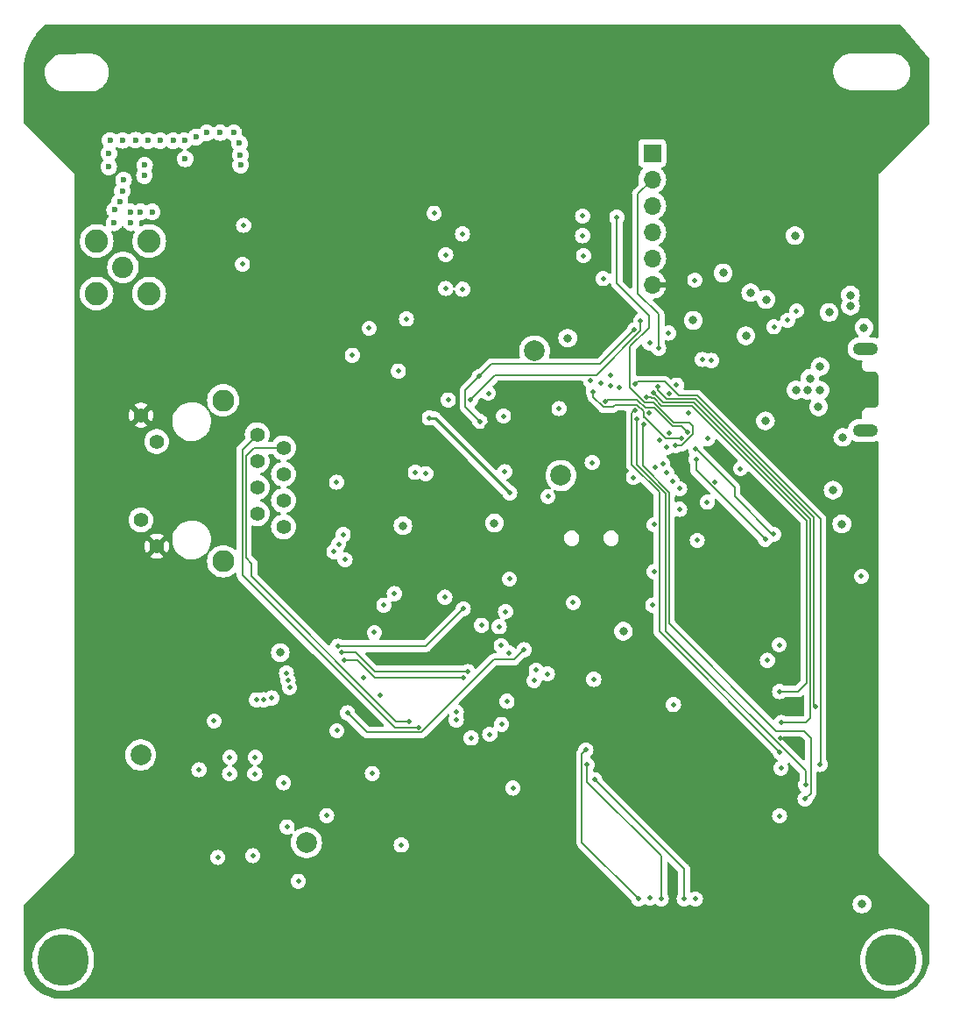
<source format=gbr>
%TF.GenerationSoftware,KiCad,Pcbnew,7.0.5*%
%TF.CreationDate,2023-08-02T13:43:56-07:00*%
%TF.ProjectId,flight_computer_dev_board_rfm98pw,666c6967-6874-45f6-936f-6d7075746572,rev?*%
%TF.SameCoordinates,Original*%
%TF.FileFunction,Copper,L3,Inr*%
%TF.FilePolarity,Positive*%
%FSLAX46Y46*%
G04 Gerber Fmt 4.6, Leading zero omitted, Abs format (unit mm)*
G04 Created by KiCad (PCBNEW 7.0.5) date 2023-08-02 13:43:56*
%MOMM*%
%LPD*%
G01*
G04 APERTURE LIST*
%TA.AperFunction,ComponentPad*%
%ADD10C,2.000000*%
%TD*%
%TA.AperFunction,ComponentPad*%
%ADD11C,2.050000*%
%TD*%
%TA.AperFunction,ComponentPad*%
%ADD12C,2.250000*%
%TD*%
%TA.AperFunction,ComponentPad*%
%ADD13C,5.000000*%
%TD*%
%TA.AperFunction,ComponentPad*%
%ADD14C,0.500000*%
%TD*%
%TA.AperFunction,ComponentPad*%
%ADD15O,2.416000X1.208000*%
%TD*%
%TA.AperFunction,ComponentPad*%
%ADD16R,1.700000X1.700000*%
%TD*%
%TA.AperFunction,ComponentPad*%
%ADD17O,1.700000X1.700000*%
%TD*%
%TA.AperFunction,ComponentPad*%
%ADD18C,2.108200*%
%TD*%
%TA.AperFunction,ComponentPad*%
%ADD19C,1.397000*%
%TD*%
%TA.AperFunction,ViaPad*%
%ADD20C,0.460000*%
%TD*%
%TA.AperFunction,ViaPad*%
%ADD21C,0.600000*%
%TD*%
%TA.AperFunction,ViaPad*%
%ADD22C,0.800000*%
%TD*%
%TA.AperFunction,Conductor*%
%ADD23C,0.127000*%
%TD*%
%TA.AperFunction,Conductor*%
%ADD24C,0.250000*%
%TD*%
G04 APERTURE END LIST*
D10*
%TO.N,Net-(U9-STBY)*%
%TO.C,TP4*%
X170910000Y-126760000D03*
%TD*%
%TO.N,Net-(U9-RESET)*%
%TO.C,TP3*%
X154880000Y-118320000D03*
%TD*%
D11*
%TO.N,Net-(J6-In)*%
%TO.C,J6*%
X153170000Y-71210000D03*
D12*
%TO.N,GND*%
X150630000Y-68670000D03*
X150630000Y-73750000D03*
X155710000Y-68670000D03*
X155710000Y-73750000D03*
%TD*%
D13*
%TO.N,N/C*%
%TO.C,*%
X227414400Y-138100000D03*
%TD*%
%TO.N,N/C*%
%TO.C,*%
X147381083Y-138100000D03*
%TD*%
D10*
%TO.N,/~{RESET}*%
%TO.C,TP2*%
X195510000Y-91320000D03*
%TD*%
D14*
%TO.N,GND*%
%TO.C,IC1*%
X205930000Y-83400812D03*
X204020812Y-85310000D03*
X207839188Y-85310000D03*
X205930000Y-87219188D03*
%TD*%
D10*
%TO.N,/USBBOOT*%
%TO.C,TP1*%
X192960000Y-79300000D03*
%TD*%
D15*
%TO.N,GND*%
%TO.C,J8*%
X224920000Y-86970000D03*
%TO.N,N/C*%
X224920000Y-79070000D03*
%TD*%
D16*
%TO.N,GND*%
%TO.C,J3*%
X204330000Y-60190000D03*
D17*
%TO.N,TX*%
X204330000Y-62730000D03*
%TO.N,RX*%
X204330000Y-65270000D03*
%TO.N,SCL1*%
X204330000Y-67810000D03*
%TO.N,SDA1*%
X204330000Y-70350000D03*
%TO.N,3.3V*%
X204330000Y-72890000D03*
%TD*%
D18*
%TO.N,N/C*%
%TO.C,J5*%
X162858999Y-99605000D03*
X162858999Y-84055000D03*
D19*
%TO.N,3.3V*%
X154909000Y-85505001D03*
%TO.N,GREENLED*%
X156428999Y-88045001D03*
%TO.N,3.3V*%
X156428999Y-98155108D03*
%TO.N,YELLOWLED*%
X154909000Y-95615108D03*
%TO.N,Net-(C19-Pad1)*%
X168689000Y-96275000D03*
%TO.N,Net-(C18-Pad1)*%
X166149000Y-95005000D03*
%TO.N,RCT*%
X168689000Y-93735000D03*
%TO.N,GND*%
X166149000Y-92465000D03*
X168689000Y-91195000D03*
%TO.N,TCT*%
X166149000Y-89925000D03*
%TO.N,TX-*%
X168689000Y-88655000D03*
%TO.N,TX+*%
X166149000Y-87385000D03*
%TD*%
D20*
%TO.N,GNDA*%
X173820000Y-91970000D03*
%TO.N,RX+*%
X174640000Y-99450000D03*
%TO.N,RX-*%
X174460000Y-97030000D03*
%TO.N,GREENLED*%
X173570000Y-98670000D03*
%TO.N,YELLOWLED*%
X193120000Y-110130000D03*
%TO.N,GREENLED*%
X192900000Y-111130000D03*
%TO.N,YELLOWLED*%
X174020500Y-97940000D03*
%TO.N,TX+*%
X181770000Y-115640000D03*
%TO.N,TX-*%
X180820000Y-115064124D03*
%TO.N,SPI1_SCK*%
X169270000Y-111820000D03*
X174527000Y-109180000D03*
%TO.N,SPI1_MOSI*%
X169130000Y-111100000D03*
X174330000Y-108430000D03*
%TO.N,SPI1_SCK*%
X186040000Y-110890000D03*
%TO.N,SPI1_MOSI*%
X186520000Y-110270000D03*
%TO.N,SPI1_MISO*%
X168970000Y-110410000D03*
X173950000Y-107800000D03*
X186070000Y-104200000D03*
%TO.N,GND*%
X165920000Y-120130000D03*
X163480000Y-120130000D03*
X165960000Y-118530000D03*
X163510000Y-118550000D03*
X169040000Y-125260000D03*
%TO.N,TXCAN*%
X160520000Y-119740000D03*
X168690000Y-121000000D03*
%TO.N,SPI1_SCK*%
X167560000Y-112810000D03*
%TO.N,SPI1_MOSI*%
X166790000Y-112980000D03*
%TO.N,SPI1_MISO*%
X166070000Y-112990000D03*
%TO.N,SPI1_CS2*%
X161980000Y-115040000D03*
X174890000Y-114250000D03*
X191943000Y-108150000D03*
X209650000Y-93900000D03*
X212870000Y-90660000D03*
%TO.N,GND*%
X162340000Y-128210000D03*
X170120000Y-130510000D03*
X165720000Y-128040000D03*
%TO.N,3.3V*%
X163460000Y-123970000D03*
%TO.N,GND*%
X177270000Y-120100000D03*
X173850000Y-115970000D03*
X172870000Y-124160000D03*
X180070000Y-127000000D03*
%TO.N,SPI0_SCK*%
X185990000Y-68001499D03*
X186010000Y-73340000D03*
%TO.N,SPI0_MOSI*%
X184370000Y-70001499D03*
X184370000Y-73260000D03*
%TO.N,VCC_RF1*%
X182440000Y-91140000D03*
%TO.N,GND*%
X181440000Y-91020000D03*
%TO.N,3.3V*%
X180430000Y-90840000D03*
%TO.N,3v3_prime*%
X184290000Y-103070000D03*
X194205000Y-110475000D03*
D21*
%TO.N,GND*%
X153230000Y-62770000D03*
D22*
X180230000Y-96170000D03*
X215270000Y-86050000D03*
D21*
X159110000Y-58990000D03*
D22*
X168380000Y-108430000D03*
D20*
X216640000Y-124190000D03*
D21*
X152860000Y-64860000D03*
X154870000Y-65870000D03*
X151810000Y-60210000D03*
X164430000Y-59240000D03*
D20*
X176410000Y-110830000D03*
X184610000Y-84030000D03*
X210400000Y-91930000D03*
D22*
X218140000Y-68160000D03*
D20*
X208679998Y-97590002D03*
X200300000Y-81610000D03*
D21*
X155270000Y-61360000D03*
D22*
X221430000Y-75570000D03*
D21*
X153930000Y-65870000D03*
X155250000Y-62360000D03*
X153120000Y-58960000D03*
X164550000Y-61340000D03*
X158020000Y-58980000D03*
D22*
X213390000Y-77840000D03*
D21*
X164510000Y-60360000D03*
X154380000Y-58940000D03*
D22*
X222660000Y-96000000D03*
D20*
X189950000Y-85580000D03*
D21*
X153120000Y-63830000D03*
D20*
X190290000Y-113130000D03*
D21*
X153940000Y-66910000D03*
D20*
X198530000Y-90070000D03*
X190150000Y-104470000D03*
D21*
X155580000Y-58990000D03*
D22*
X196160000Y-78060000D03*
X220400000Y-84690000D03*
D20*
X205900000Y-77570000D03*
X204120000Y-132130000D03*
D21*
X162580000Y-58200000D03*
D20*
X224550000Y-101060000D03*
D22*
X211180000Y-71770000D03*
D21*
X151800000Y-61520000D03*
X151920000Y-58970000D03*
X161280000Y-58230000D03*
D20*
X195320000Y-84860000D03*
D21*
X156770000Y-58980000D03*
X163890000Y-58230000D03*
D20*
X198680000Y-111010000D03*
X194250000Y-93350000D03*
D21*
X155990000Y-65870000D03*
D22*
X201550000Y-106360000D03*
D20*
X202520000Y-91510000D03*
D22*
X208290000Y-76340000D03*
D21*
X159190000Y-60740000D03*
D22*
X189070000Y-95910000D03*
D21*
X160210000Y-58640000D03*
D20*
X188490000Y-83380000D03*
D21*
X152330000Y-66910000D03*
D20*
X190080000Y-90960000D03*
X216600000Y-107680000D03*
D21*
X152370000Y-65680000D03*
D20*
%TO.N,3.3V*%
X216690000Y-110680000D03*
D22*
X211350000Y-107920000D03*
X194910000Y-129920000D03*
X202280000Y-118210000D03*
D20*
X216750000Y-116660000D03*
D22*
X171390000Y-101650000D03*
X209540000Y-114590000D03*
D20*
X206340000Y-132250000D03*
X213130000Y-81120000D03*
X188360000Y-86580000D03*
X202010000Y-98770000D03*
D22*
X162670000Y-103180000D03*
X219690000Y-70410000D03*
%TO.N,VBUS*%
X221810000Y-92740000D03*
X220550000Y-80800000D03*
X222750000Y-87640000D03*
X224800000Y-77030000D03*
X224610000Y-132720000D03*
D20*
%TO.N,VCC_RF1*%
X182790000Y-85770000D03*
X215460000Y-109170000D03*
X204390000Y-103840000D03*
X175340000Y-79710000D03*
X190560000Y-93000000D03*
%TO.N,RX+*%
X185390000Y-114930000D03*
%TO.N,RX-*%
X185400000Y-114150000D03*
%TO.N,TX*%
X204950000Y-79020000D03*
%TO.N,RX*%
X204070000Y-78550000D03*
%TO.N,/USBBOOT*%
X208450000Y-72460000D03*
%TO.N,SDA1*%
X203210000Y-76390000D03*
X186770000Y-84000000D03*
%TO.N,SCL1*%
X187678042Y-86101958D03*
X187600000Y-81760000D03*
X202620000Y-77230000D03*
%TO.N,SDA0*%
X220093000Y-113660000D03*
X204850522Y-82754243D03*
%TO.N,SCL0*%
X204462067Y-83351099D03*
X216810000Y-115170000D03*
%TO.N,ENABLE_BURN*%
X203796738Y-83787000D03*
X216640000Y-112190000D03*
%TO.N,I2C_RESET*%
X202679075Y-82473441D03*
X216770000Y-119590000D03*
X220550000Y-119230000D03*
%TO.N,SPI0_MISO*%
X201127420Y-82797802D03*
X199590000Y-72310000D03*
%TO.N,SPI0_CS0*%
X200340891Y-82659109D03*
X197600000Y-66270000D03*
X183240000Y-66001499D03*
X180570000Y-76200000D03*
%TO.N,SPI0_SCK*%
X197600000Y-68170000D03*
X199392286Y-82407714D03*
%TO.N,SPI0_MOSI*%
X197690000Y-70090000D03*
X198371758Y-82190609D03*
%TO.N,ENAB_RF*%
X202660000Y-85010000D03*
X216670000Y-118060000D03*
%TO.N,VBUS_RESET*%
X219160000Y-121200000D03*
X202849500Y-85860738D03*
%TO.N,BURN_RELAY_A*%
X219110000Y-122540000D03*
X203550000Y-86350000D03*
%TO.N,SWCLK*%
X205044501Y-87897613D03*
%TO.N,SWDIO*%
X205760000Y-88610000D03*
%TO.N,SPI1_MISO*%
X190530000Y-101320000D03*
X196700000Y-103600000D03*
X203030000Y-132220000D03*
X204589411Y-90550000D03*
X197920000Y-117830000D03*
%TO.N,SPI1_CS0*%
X204510000Y-96070000D03*
X204517000Y-100610000D03*
X208510000Y-132220000D03*
X205337798Y-90170000D03*
X206380000Y-113450000D03*
%TO.N,SPI1_SCK*%
X190471573Y-108461573D03*
X205200000Y-132190000D03*
X198038604Y-119261396D03*
X205753603Y-91075929D03*
%TO.N,SPI1_MOSI*%
X189737000Y-107749415D03*
X206276956Y-91906956D03*
X207420000Y-132220000D03*
X198775000Y-120695000D03*
%TO.N,RF1_RST*%
X200910000Y-66380000D03*
X206570000Y-88420000D03*
%TO.N,WDT_WDI*%
X206990000Y-92600000D03*
X206990000Y-94590000D03*
%TO.N,RF1_IO4*%
X198640000Y-83210000D03*
X176960000Y-77100000D03*
X164830000Y-67160000D03*
X207168321Y-87727200D03*
%TO.N,RF1_IO0*%
X207730000Y-87140000D03*
X199794371Y-84205629D03*
X164720000Y-70930000D03*
X179790000Y-81240000D03*
%TO.N,NEOPIX*%
X208534359Y-88793124D03*
X216070000Y-97000000D03*
%TO.N,NEO_PWR*%
X215260000Y-97480000D03*
X208583633Y-89766425D03*
%TO.N,/QSPI_DATA[3]*%
X218280000Y-75430000D03*
X210049974Y-80209974D03*
%TO.N,/QSPI_SCK*%
X217420000Y-76340000D03*
X209174194Y-80114194D03*
%TO.N,/QSPI_DATA[0]*%
X206690000Y-82590000D03*
X216096396Y-76966396D03*
D22*
%TO.N,/QSPI_DATA[2]*%
X213850000Y-73670000D03*
X215330000Y-74330000D03*
D20*
%TO.N,Net-(JP3-B)*%
X179400000Y-102730000D03*
%TO.N,Net-(JP4-B)*%
X178390000Y-103840000D03*
%TO.N,Net-(JP5-B)*%
X177470000Y-106490000D03*
D22*
%TO.N,USB_D-*%
X223489169Y-74945000D03*
X218210000Y-83080000D03*
X219580000Y-81940000D03*
%TO.N,USB_D+*%
X219320000Y-83080000D03*
X220550000Y-83090000D03*
X223489169Y-73895000D03*
D20*
%TO.N,SPI1_CS1*%
X209677000Y-87778655D03*
X187828006Y-105790561D03*
X189538604Y-105921396D03*
%TO.N,GNDA*%
X178050000Y-112540000D03*
X186830000Y-116670000D03*
X188620000Y-116320000D03*
X190860000Y-121510000D03*
X189770000Y-115360000D03*
%TD*%
D23*
%TO.N,TX+*%
X164713000Y-88821000D02*
X166149000Y-87385000D01*
X179440000Y-115640000D02*
X164713000Y-100913000D01*
X181770000Y-115640000D02*
X179440000Y-115640000D01*
X164713000Y-100913000D02*
X164713000Y-88821000D01*
%TO.N,TX-*%
X165845000Y-88655000D02*
X168689000Y-88655000D01*
X165040000Y-99260000D02*
X165040000Y-89460000D01*
X165040000Y-89460000D02*
X165845000Y-88655000D01*
X165590000Y-99810000D02*
X165040000Y-99260000D01*
X165590000Y-101070000D02*
X165590000Y-99810000D01*
X180820000Y-115064124D02*
X179584124Y-115064124D01*
X179584124Y-115064124D02*
X165590000Y-101070000D01*
%TO.N,SPI1_SCK*%
X175850000Y-109180000D02*
X174527000Y-109180000D01*
X176330000Y-109660000D02*
X175850000Y-109180000D01*
X186040000Y-110890000D02*
X177560000Y-110890000D01*
X177560000Y-110890000D02*
X176330000Y-109660000D01*
%TO.N,SPI1_MOSI*%
X175690000Y-108430000D02*
X174330000Y-108430000D01*
X175960000Y-108700000D02*
X175690000Y-108430000D01*
X186520000Y-110270000D02*
X177530000Y-110270000D01*
X177530000Y-110270000D02*
X175960000Y-108700000D01*
%TO.N,SPI1_MISO*%
X182470000Y-107800000D02*
X173950000Y-107800000D01*
X186070000Y-104200000D02*
X182470000Y-107800000D01*
%TO.N,SPI1_CS2*%
X176773500Y-116133500D02*
X174890000Y-114250000D01*
X181974415Y-116133500D02*
X176773500Y-116133500D01*
X189033000Y-109074915D02*
X181974415Y-116133500D01*
X191018085Y-109074915D02*
X189033000Y-109074915D01*
X191943000Y-108150000D02*
X191018085Y-109074915D01*
D24*
%TO.N,VCC_RF1*%
X183330000Y-85770000D02*
X190560000Y-93000000D01*
X182790000Y-85770000D02*
X183330000Y-85770000D01*
D23*
%TO.N,TX*%
X202940000Y-64120000D02*
X204330000Y-62730000D01*
X204950000Y-79020000D02*
X204950000Y-75750000D01*
X204950000Y-75750000D02*
X202940000Y-73740000D01*
X202940000Y-73740000D02*
X202940000Y-64120000D01*
%TO.N,SDA1*%
X203210000Y-76390000D02*
X203210000Y-77337915D01*
X189160000Y-81610000D02*
X186770000Y-84000000D01*
X203210000Y-77337915D02*
X198937915Y-81610000D01*
X198937915Y-81610000D02*
X189160000Y-81610000D01*
%TO.N,SCL1*%
X202620000Y-77230000D02*
X199900000Y-79950000D01*
X186276500Y-84700416D02*
X186276500Y-83083500D01*
X187678042Y-86101958D02*
X186276500Y-84700416D01*
X199900000Y-79950000D02*
X199286500Y-80563500D01*
X186276500Y-83083500D02*
X187600000Y-81760000D01*
X199286500Y-80563500D02*
X188796500Y-80563500D01*
X188796500Y-80563500D02*
X187600000Y-81760000D01*
%TO.N,SDA0*%
X219930000Y-95320000D02*
X219930000Y-113497000D01*
X219930000Y-113497000D02*
X220093000Y-113660000D01*
X208550000Y-83940000D02*
X219930000Y-95320000D01*
X204850522Y-83047533D02*
X205742989Y-83940000D01*
X204850522Y-82754243D02*
X204850522Y-83047533D01*
X205742989Y-83940000D02*
X208550000Y-83940000D01*
%TO.N,SCL0*%
X205377968Y-84267000D02*
X208307000Y-84267000D01*
X219600000Y-114750000D02*
X219180000Y-115170000D01*
X219600000Y-95560000D02*
X219600000Y-114750000D01*
X208307000Y-84267000D02*
X219600000Y-95560000D01*
X219180000Y-115170000D02*
X216810000Y-115170000D01*
X204462067Y-83351099D02*
X205377968Y-84267000D01*
%TO.N,ENABLE_BURN*%
X204200053Y-83787000D02*
X204257652Y-83844599D01*
X208171552Y-84594000D02*
X219273000Y-95695448D01*
X218410000Y-112180000D02*
X216650000Y-112180000D01*
X205242520Y-84594000D02*
X208171552Y-84594000D01*
X204257652Y-83844599D02*
X204493119Y-83844599D01*
X219273000Y-111317000D02*
X218410000Y-112180000D01*
X204493119Y-83844599D02*
X205242520Y-84594000D01*
X216650000Y-112180000D02*
X216640000Y-112190000D01*
X203796738Y-83787000D02*
X204200053Y-83787000D01*
X219273000Y-95695448D02*
X219273000Y-111317000D01*
%TO.N,I2C_RESET*%
X206873000Y-83613000D02*
X208685448Y-83613000D01*
X202891773Y-82260743D02*
X205520743Y-82260743D01*
X205520743Y-82260743D02*
X206873000Y-83613000D01*
X220586500Y-95514052D02*
X220586500Y-119193500D01*
X210276224Y-85203776D02*
X220586500Y-95514052D01*
X208685448Y-83613000D02*
X210276224Y-85203776D01*
X202679075Y-82473441D02*
X202891773Y-82260743D01*
X220586500Y-119193500D02*
X220550000Y-119230000D01*
%TO.N,ENAB_RF*%
X205010000Y-106400000D02*
X216670000Y-118060000D01*
X202660000Y-85010000D02*
X202356500Y-85313500D01*
X202356500Y-85313500D02*
X202356500Y-90276500D01*
X202356500Y-90276500D02*
X205010000Y-92930000D01*
X205010000Y-92930000D02*
X205010000Y-106400000D01*
%TO.N,VBUS_RESET*%
X202850000Y-90307552D02*
X205630000Y-93087552D01*
X219160000Y-119852085D02*
X219160000Y-121200000D01*
X202850000Y-85861238D02*
X202850000Y-90307552D01*
X202849500Y-85860738D02*
X202850000Y-85861238D01*
X205630000Y-93087552D02*
X205630000Y-106322085D01*
X205630000Y-106322085D02*
X219160000Y-119852085D01*
%TO.N,BURN_RELAY_A*%
X216330000Y-115990000D02*
X218970000Y-115990000D01*
X203550000Y-86350000D02*
X203392383Y-86507617D01*
X219653500Y-121996500D02*
X219110000Y-122540000D01*
X205957000Y-92952104D02*
X205957000Y-105617000D01*
X219653500Y-116673500D02*
X219653500Y-121996500D01*
X203392383Y-90387487D02*
X205957000Y-92952104D01*
X203392383Y-86507617D02*
X203392383Y-90387487D01*
X205957000Y-105617000D02*
X216330000Y-115990000D01*
X218970000Y-115990000D02*
X219653500Y-116673500D01*
%TO.N,SPI1_MISO*%
X197545104Y-118204896D02*
X197545104Y-126735104D01*
X197920000Y-117830000D02*
X197545104Y-118204896D01*
X197545104Y-126735104D02*
X203030000Y-132220000D01*
%TO.N,SPI1_SCK*%
X205200000Y-128080000D02*
X205200000Y-132190000D01*
X198038604Y-119261396D02*
X198038604Y-120918604D01*
X198038604Y-120918604D02*
X205200000Y-128080000D01*
%TO.N,SPI1_MOSI*%
X198775000Y-120695000D02*
X207420000Y-129340000D01*
X207420000Y-129340000D02*
X207420000Y-132220000D01*
%TO.N,RF1_RST*%
X207920000Y-86250000D02*
X206436072Y-86250000D01*
X203592323Y-84280500D02*
X202180000Y-82868177D01*
X207173436Y-88420000D02*
X208240000Y-87353436D01*
X208240000Y-86570000D02*
X207920000Y-86250000D01*
X206570000Y-88420000D02*
X207173436Y-88420000D01*
X204466572Y-84280500D02*
X203592323Y-84280500D01*
X202180000Y-82868177D02*
X202180000Y-78880000D01*
X200910000Y-72760000D02*
X200910000Y-66380000D01*
X202180000Y-78880000D02*
X204020000Y-77040000D01*
X204020000Y-77040000D02*
X204020000Y-75870000D01*
X208240000Y-87353436D02*
X208240000Y-86570000D01*
X206436072Y-86250000D02*
X204466572Y-84280500D01*
X204020000Y-75870000D02*
X200910000Y-72760000D01*
%TO.N,RF1_IO4*%
X207123522Y-87771999D02*
X205671999Y-87771999D01*
X207168321Y-87727200D02*
X207123522Y-87771999D01*
X203570000Y-85670000D02*
X203550000Y-85670000D01*
X200600000Y-84610000D02*
X200510871Y-84699129D01*
X202873463Y-84486536D02*
X200723464Y-84486536D01*
X203507312Y-85627312D02*
X203507312Y-85120385D01*
X200723464Y-84486536D02*
X200600000Y-84610000D01*
X203507312Y-85120385D02*
X202873463Y-84486536D01*
X205671999Y-87771999D02*
X203570000Y-85670000D01*
X199589956Y-84699129D02*
X198640000Y-83749173D01*
X203550000Y-85670000D02*
X203507312Y-85627312D01*
X200510871Y-84699129D02*
X199589956Y-84699129D01*
X198640000Y-83749173D02*
X198640000Y-83210000D01*
%TO.N,RF1_IO0*%
X200030000Y-83970000D02*
X199794371Y-84205629D01*
X203645875Y-84796500D02*
X202819375Y-83970000D01*
X202819375Y-83970000D02*
X200030000Y-83970000D01*
X206300624Y-86577000D02*
X204520124Y-84796500D01*
X207730000Y-87140000D02*
X207167000Y-86577000D01*
X204520124Y-84796500D02*
X203645875Y-84796500D01*
X207167000Y-86577000D02*
X206300624Y-86577000D01*
%TO.N,NEOPIX*%
X212280000Y-92484466D02*
X212280000Y-93360000D01*
X208534359Y-88793124D02*
X208588658Y-88793124D01*
X212280000Y-93360000D02*
X215920000Y-97000000D01*
X215920000Y-97000000D02*
X216070000Y-97000000D01*
X208588658Y-88793124D02*
X212280000Y-92484466D01*
%TO.N,NEO_PWR*%
X208583633Y-90811548D02*
X215252085Y-97480000D01*
X208583633Y-89766425D02*
X208583633Y-90811548D01*
X215252085Y-97480000D02*
X215260000Y-97480000D01*
%TD*%
%TA.AperFunction,Conductor*%
%TO.N,3.3V*%
G36*
X218752060Y-116573685D02*
G01*
X218772702Y-116590319D01*
X219053181Y-116870798D01*
X219086666Y-116932121D01*
X219089500Y-116958479D01*
X219089500Y-118684606D01*
X219069815Y-118751645D01*
X219017011Y-118797400D01*
X218947853Y-118807344D01*
X218884297Y-118778319D01*
X218877819Y-118772287D01*
X216871212Y-116765681D01*
X216837727Y-116704358D01*
X216842711Y-116634666D01*
X216884583Y-116578733D01*
X216950047Y-116554316D01*
X216958893Y-116554000D01*
X218685021Y-116554000D01*
X218752060Y-116573685D01*
G37*
%TD.AperFunction*%
%TA.AperFunction,Conductor*%
G36*
X210609025Y-87829090D02*
G01*
X212580393Y-89800458D01*
X212613878Y-89861781D01*
X212608894Y-89931473D01*
X212567022Y-89987406D01*
X212556737Y-89993651D01*
X212556940Y-89993973D01*
X212411658Y-90085258D01*
X212295258Y-90201658D01*
X212207677Y-90341044D01*
X212207676Y-90341046D01*
X212153307Y-90496425D01*
X212134878Y-90659996D01*
X212134878Y-90660003D01*
X212153307Y-90823574D01*
X212207676Y-90978953D01*
X212207677Y-90978955D01*
X212207678Y-90978957D01*
X212295258Y-91118341D01*
X212411659Y-91234742D01*
X212551043Y-91322322D01*
X212706420Y-91376691D01*
X212706423Y-91376691D01*
X212706425Y-91376692D01*
X212869996Y-91395122D01*
X212870000Y-91395122D01*
X212870004Y-91395122D01*
X213033574Y-91376692D01*
X213033575Y-91376691D01*
X213033580Y-91376691D01*
X213188957Y-91322322D01*
X213328341Y-91234742D01*
X213444742Y-91118341D01*
X213532322Y-90978957D01*
X213532322Y-90978955D01*
X213536027Y-90973060D01*
X213538288Y-90974480D01*
X213576896Y-90931666D01*
X213644312Y-90913311D01*
X213710949Y-90934317D01*
X213729541Y-90949606D01*
X218672681Y-95892745D01*
X218706166Y-95954068D01*
X218709000Y-95980426D01*
X218709000Y-111032021D01*
X218689315Y-111099060D01*
X218672681Y-111119702D01*
X218212702Y-111579681D01*
X218151379Y-111613166D01*
X218125021Y-111616000D01*
X217135245Y-111616000D01*
X217069274Y-111596994D01*
X216958957Y-111527678D01*
X216958956Y-111527677D01*
X216958955Y-111527677D01*
X216958953Y-111527676D01*
X216803574Y-111473307D01*
X216640004Y-111454878D01*
X216639996Y-111454878D01*
X216476425Y-111473307D01*
X216321046Y-111527676D01*
X216321044Y-111527677D01*
X216181658Y-111615258D01*
X216065258Y-111731658D01*
X215977677Y-111871044D01*
X215977676Y-111871046D01*
X215923307Y-112026425D01*
X215904878Y-112189996D01*
X215904878Y-112190003D01*
X215923307Y-112353574D01*
X215977676Y-112508953D01*
X215977677Y-112508955D01*
X215977678Y-112508957D01*
X216065258Y-112648341D01*
X216181659Y-112764742D01*
X216321043Y-112852322D01*
X216476420Y-112906691D01*
X216476423Y-112906691D01*
X216476425Y-112906692D01*
X216639996Y-112925122D01*
X216640000Y-112925122D01*
X216640004Y-112925122D01*
X216803574Y-112906692D01*
X216803575Y-112906691D01*
X216803580Y-112906691D01*
X216958957Y-112852322D01*
X217098341Y-112764742D01*
X217098342Y-112764740D01*
X217101103Y-112763006D01*
X217167075Y-112744000D01*
X218368966Y-112744000D01*
X218377063Y-112744530D01*
X218410000Y-112748867D01*
X218410001Y-112748867D01*
X218425344Y-112746846D01*
X218557234Y-112729483D01*
X218694433Y-112672653D01*
X218782668Y-112604949D01*
X218782668Y-112604948D01*
X218805606Y-112587348D01*
X218805606Y-112587347D01*
X218812250Y-112582250D01*
X218813619Y-112580464D01*
X218815163Y-112579337D01*
X218818002Y-112576499D01*
X218818444Y-112576941D01*
X218870043Y-112539259D01*
X218939789Y-112535099D01*
X219000712Y-112569307D01*
X219033469Y-112631021D01*
X219036000Y-112655945D01*
X219036000Y-114465019D01*
X219016315Y-114532058D01*
X218999684Y-114552698D01*
X218982704Y-114569679D01*
X218921382Y-114603165D01*
X218895020Y-114606000D01*
X217321160Y-114606000D01*
X217255189Y-114586994D01*
X217128957Y-114507678D01*
X217128956Y-114507677D01*
X217128955Y-114507677D01*
X217128953Y-114507676D01*
X216973574Y-114453307D01*
X216810004Y-114434878D01*
X216809996Y-114434878D01*
X216646425Y-114453307D01*
X216491046Y-114507676D01*
X216491044Y-114507677D01*
X216351658Y-114595258D01*
X216235258Y-114711658D01*
X216169042Y-114817042D01*
X216116707Y-114863333D01*
X216047654Y-114873981D01*
X215983805Y-114845606D01*
X215976367Y-114838751D01*
X211293662Y-110156046D01*
X210307619Y-109170003D01*
X214724878Y-109170003D01*
X214743307Y-109333574D01*
X214797676Y-109488953D01*
X214797677Y-109488955D01*
X214797678Y-109488957D01*
X214885258Y-109628341D01*
X215001659Y-109744742D01*
X215141043Y-109832322D01*
X215296420Y-109886691D01*
X215296423Y-109886691D01*
X215296425Y-109886692D01*
X215459996Y-109905122D01*
X215460000Y-109905122D01*
X215460004Y-109905122D01*
X215623574Y-109886692D01*
X215623575Y-109886691D01*
X215623580Y-109886691D01*
X215778957Y-109832322D01*
X215918341Y-109744742D01*
X216034742Y-109628341D01*
X216122322Y-109488957D01*
X216176691Y-109333580D01*
X216177038Y-109330500D01*
X216195122Y-109170003D01*
X216195122Y-109169996D01*
X216176692Y-109006425D01*
X216176691Y-109006423D01*
X216176691Y-109006420D01*
X216122322Y-108851043D01*
X216034742Y-108711659D01*
X215918341Y-108595258D01*
X215778957Y-108507678D01*
X215778956Y-108507677D01*
X215778955Y-108507677D01*
X215778953Y-108507676D01*
X215623574Y-108453307D01*
X215460004Y-108434878D01*
X215459996Y-108434878D01*
X215296425Y-108453307D01*
X215141046Y-108507676D01*
X215141044Y-108507677D01*
X215001658Y-108595258D01*
X214885258Y-108711658D01*
X214797677Y-108851044D01*
X214797676Y-108851046D01*
X214743307Y-109006425D01*
X214724878Y-109169996D01*
X214724878Y-109170003D01*
X210307619Y-109170003D01*
X208817619Y-107680003D01*
X215864878Y-107680003D01*
X215883307Y-107843574D01*
X215937676Y-107998953D01*
X215937677Y-107998955D01*
X215937678Y-107998957D01*
X216025258Y-108138341D01*
X216141659Y-108254742D01*
X216281043Y-108342322D01*
X216436420Y-108396691D01*
X216436423Y-108396691D01*
X216436425Y-108396692D01*
X216599996Y-108415122D01*
X216600000Y-108415122D01*
X216600004Y-108415122D01*
X216763574Y-108396692D01*
X216763575Y-108396691D01*
X216763580Y-108396691D01*
X216918957Y-108342322D01*
X217058341Y-108254742D01*
X217174742Y-108138341D01*
X217262322Y-107998957D01*
X217316691Y-107843580D01*
X217318103Y-107831051D01*
X217335122Y-107680003D01*
X217335122Y-107679996D01*
X217316692Y-107516425D01*
X217316691Y-107516423D01*
X217316691Y-107516420D01*
X217262322Y-107361043D01*
X217174742Y-107221659D01*
X217058341Y-107105258D01*
X216918957Y-107017678D01*
X216918956Y-107017677D01*
X216918955Y-107017677D01*
X216918953Y-107017676D01*
X216763574Y-106963307D01*
X216600004Y-106944878D01*
X216599996Y-106944878D01*
X216436425Y-106963307D01*
X216281046Y-107017676D01*
X216281044Y-107017677D01*
X216141658Y-107105258D01*
X216025258Y-107221658D01*
X215937677Y-107361044D01*
X215937676Y-107361046D01*
X215883307Y-107516425D01*
X215864878Y-107679996D01*
X215864878Y-107680003D01*
X208817619Y-107680003D01*
X206557319Y-105419702D01*
X206523834Y-105358379D01*
X206521000Y-105332021D01*
X206521000Y-100397676D01*
X206521000Y-97590005D01*
X207944876Y-97590005D01*
X207963305Y-97753576D01*
X208017674Y-97908955D01*
X208017675Y-97908957D01*
X208017676Y-97908959D01*
X208105256Y-98048343D01*
X208221657Y-98164744D01*
X208361041Y-98252324D01*
X208516418Y-98306693D01*
X208516421Y-98306693D01*
X208516423Y-98306694D01*
X208679994Y-98325124D01*
X208679998Y-98325124D01*
X208680002Y-98325124D01*
X208843572Y-98306694D01*
X208843573Y-98306693D01*
X208843578Y-98306693D01*
X208998955Y-98252324D01*
X209138339Y-98164744D01*
X209254740Y-98048343D01*
X209342320Y-97908959D01*
X209396689Y-97753582D01*
X209398769Y-97735122D01*
X209415120Y-97590005D01*
X209415120Y-97589998D01*
X209396690Y-97426427D01*
X209396689Y-97426425D01*
X209396689Y-97426422D01*
X209342320Y-97271045D01*
X209254740Y-97131661D01*
X209138339Y-97015260D01*
X208998955Y-96927680D01*
X208998954Y-96927679D01*
X208998953Y-96927679D01*
X208998951Y-96927678D01*
X208843572Y-96873309D01*
X208680002Y-96854880D01*
X208679994Y-96854880D01*
X208516423Y-96873309D01*
X208361044Y-96927678D01*
X208361042Y-96927679D01*
X208221656Y-97015260D01*
X208105256Y-97131660D01*
X208017675Y-97271046D01*
X208017674Y-97271048D01*
X207963305Y-97426427D01*
X207944876Y-97589998D01*
X207944876Y-97590005D01*
X206521000Y-97590005D01*
X206521000Y-95374577D01*
X206540684Y-95307542D01*
X206593488Y-95261787D01*
X206662646Y-95251843D01*
X206685950Y-95257538D01*
X206826420Y-95306691D01*
X206826424Y-95306691D01*
X206826426Y-95306692D01*
X206989996Y-95325122D01*
X206990000Y-95325122D01*
X206990004Y-95325122D01*
X207153574Y-95306692D01*
X207153575Y-95306691D01*
X207153580Y-95306691D01*
X207308957Y-95252322D01*
X207448341Y-95164742D01*
X207564742Y-95048341D01*
X207652322Y-94908957D01*
X207706691Y-94753580D01*
X207706692Y-94753574D01*
X207725122Y-94590003D01*
X207725122Y-94589996D01*
X207706692Y-94426425D01*
X207706691Y-94426423D01*
X207706691Y-94426420D01*
X207652322Y-94271043D01*
X207564742Y-94131659D01*
X207448341Y-94015258D01*
X207308957Y-93927678D01*
X207308956Y-93927677D01*
X207308955Y-93927677D01*
X207308953Y-93927676D01*
X207153574Y-93873307D01*
X206990004Y-93854878D01*
X206989996Y-93854878D01*
X206826425Y-93873307D01*
X206685954Y-93922460D01*
X206616175Y-93926021D01*
X206555548Y-93891292D01*
X206523321Y-93829298D01*
X206521000Y-93805418D01*
X206521000Y-93384581D01*
X206540685Y-93317542D01*
X206593489Y-93271787D01*
X206662647Y-93261843D01*
X206685955Y-93267540D01*
X206826423Y-93316692D01*
X206989996Y-93335122D01*
X206990000Y-93335122D01*
X206990004Y-93335122D01*
X207153574Y-93316692D01*
X207153575Y-93316691D01*
X207153580Y-93316691D01*
X207308957Y-93262322D01*
X207448341Y-93174742D01*
X207564742Y-93058341D01*
X207652322Y-92918957D01*
X207706691Y-92763580D01*
X207709348Y-92739999D01*
X207725122Y-92600003D01*
X207725122Y-92599996D01*
X207706692Y-92436425D01*
X207706691Y-92436423D01*
X207706691Y-92436420D01*
X207652322Y-92281043D01*
X207564742Y-92141659D01*
X207448341Y-92025258D01*
X207308957Y-91937678D01*
X207308956Y-91937677D01*
X207308955Y-91937677D01*
X207308953Y-91937676D01*
X207153574Y-91883307D01*
X207105823Y-91877927D01*
X207041410Y-91850860D01*
X207001855Y-91793265D01*
X206996488Y-91768593D01*
X206993647Y-91743376D01*
X206993646Y-91743373D01*
X206993645Y-91743368D01*
X206939282Y-91588007D01*
X206939278Y-91588000D01*
X206939278Y-91587999D01*
X206851698Y-91448615D01*
X206735297Y-91332214D01*
X206595913Y-91244634D01*
X206567837Y-91234809D01*
X206511063Y-91194087D01*
X206485317Y-91129134D01*
X206485575Y-91103884D01*
X206486466Y-91095982D01*
X206488725Y-91075929D01*
X206488303Y-91072187D01*
X206470295Y-90912354D01*
X206470294Y-90912352D01*
X206470294Y-90912349D01*
X206415925Y-90756972D01*
X206328345Y-90617588D01*
X206211944Y-90501187D01*
X206113235Y-90439164D01*
X206066944Y-90386829D01*
X206055987Y-90320286D01*
X206072920Y-90170002D01*
X206072920Y-90169996D01*
X206054490Y-90006425D01*
X206054489Y-90006423D01*
X206054489Y-90006420D01*
X206000120Y-89851043D01*
X205912540Y-89711659D01*
X205796139Y-89595258D01*
X205796139Y-89595257D01*
X205796136Y-89595255D01*
X205753140Y-89568240D01*
X205706848Y-89515906D01*
X205696199Y-89446852D01*
X205724574Y-89383004D01*
X205782964Y-89344632D01*
X205805228Y-89340026D01*
X205923574Y-89326692D01*
X205923575Y-89326691D01*
X205923580Y-89326691D01*
X206078957Y-89272322D01*
X206218341Y-89184742D01*
X206247596Y-89155486D01*
X206308916Y-89122002D01*
X206376230Y-89126126D01*
X206406420Y-89136691D01*
X206406424Y-89136691D01*
X206406426Y-89136692D01*
X206406423Y-89136692D01*
X206569996Y-89155122D01*
X206570000Y-89155122D01*
X206570004Y-89155122D01*
X206733574Y-89136692D01*
X206733575Y-89136691D01*
X206733580Y-89136691D01*
X206888957Y-89082322D01*
X207015189Y-89003005D01*
X207081160Y-88984000D01*
X207132402Y-88984000D01*
X207140499Y-88984530D01*
X207173436Y-88988867D01*
X207173437Y-88988867D01*
X207188780Y-88986846D01*
X207320670Y-88969483D01*
X207457869Y-88912653D01*
X207546104Y-88844949D01*
X207546104Y-88844948D01*
X207569042Y-88827348D01*
X207569042Y-88827347D01*
X207575686Y-88822250D01*
X207586299Y-88808417D01*
X207642724Y-88767211D01*
X207712470Y-88763052D01*
X207773392Y-88797261D01*
X207806149Y-88858976D01*
X207807899Y-88870014D01*
X207817666Y-88956698D01*
X207872035Y-89112077D01*
X207872038Y-89112084D01*
X207960589Y-89253013D01*
X207979589Y-89320249D01*
X207960590Y-89384955D01*
X207921309Y-89447471D01*
X207866940Y-89602850D01*
X207848511Y-89766421D01*
X207848511Y-89766428D01*
X207866940Y-89929999D01*
X207866941Y-89930004D01*
X207866942Y-89930005D01*
X207870850Y-89941172D01*
X207921309Y-90085378D01*
X207921310Y-90085380D01*
X207921311Y-90085382D01*
X208000627Y-90211614D01*
X208019633Y-90277585D01*
X208019633Y-90770511D01*
X208019102Y-90778612D01*
X208014765Y-90811546D01*
X208014766Y-90811548D01*
X208034150Y-90958781D01*
X208034150Y-90958782D01*
X208090980Y-91095982D01*
X208148726Y-91171239D01*
X208152964Y-91176762D01*
X208181383Y-91213798D01*
X208189256Y-91219839D01*
X208207736Y-91234019D01*
X208213841Y-91239373D01*
X209958889Y-92984421D01*
X209992374Y-93045744D01*
X209987390Y-93115436D01*
X209945518Y-93171369D01*
X209880054Y-93195786D01*
X209830256Y-93189144D01*
X209813580Y-93183309D01*
X209813579Y-93183308D01*
X209813574Y-93183307D01*
X209650004Y-93164878D01*
X209649996Y-93164878D01*
X209486425Y-93183307D01*
X209331046Y-93237676D01*
X209331044Y-93237677D01*
X209191658Y-93325258D01*
X209075258Y-93441658D01*
X208987677Y-93581044D01*
X208987676Y-93581046D01*
X208933307Y-93736425D01*
X208914878Y-93899996D01*
X208914878Y-93900003D01*
X208933307Y-94063574D01*
X208987676Y-94218953D01*
X208987677Y-94218955D01*
X208987678Y-94218957D01*
X209075258Y-94358341D01*
X209191659Y-94474742D01*
X209331043Y-94562322D01*
X209486420Y-94616691D01*
X209486423Y-94616691D01*
X209486425Y-94616692D01*
X209649996Y-94635122D01*
X209650000Y-94635122D01*
X209650004Y-94635122D01*
X209813574Y-94616692D01*
X209813575Y-94616691D01*
X209813580Y-94616691D01*
X209968957Y-94562322D01*
X210108341Y-94474742D01*
X210224742Y-94358341D01*
X210312322Y-94218957D01*
X210366691Y-94063580D01*
X210366692Y-94063574D01*
X210385122Y-93900003D01*
X210385122Y-93899996D01*
X210366692Y-93736426D01*
X210366691Y-93736424D01*
X210366691Y-93736420D01*
X210360855Y-93719744D01*
X210357293Y-93649969D01*
X210392021Y-93589341D01*
X210454014Y-93557113D01*
X210523589Y-93563516D01*
X210565578Y-93591110D01*
X214503136Y-97528667D01*
X214536621Y-97589990D01*
X214538675Y-97602463D01*
X214543307Y-97643574D01*
X214543308Y-97643579D01*
X214543309Y-97643580D01*
X214551036Y-97665665D01*
X214597676Y-97798953D01*
X214597677Y-97798955D01*
X214597678Y-97798957D01*
X214685258Y-97938341D01*
X214801659Y-98054742D01*
X214941043Y-98142322D01*
X215096420Y-98196691D01*
X215096423Y-98196691D01*
X215096425Y-98196692D01*
X215259996Y-98215122D01*
X215260000Y-98215122D01*
X215260004Y-98215122D01*
X215423574Y-98196692D01*
X215423575Y-98196691D01*
X215423580Y-98196691D01*
X215578957Y-98142322D01*
X215718341Y-98054742D01*
X215834742Y-97938341D01*
X215922322Y-97798957D01*
X215922322Y-97798955D01*
X215926027Y-97793060D01*
X215927854Y-97794208D01*
X215967703Y-97750050D01*
X216035126Y-97731720D01*
X216046497Y-97732473D01*
X216070000Y-97735122D01*
X216070001Y-97735121D01*
X216070002Y-97735122D01*
X216070004Y-97735122D01*
X216233574Y-97716692D01*
X216233575Y-97716691D01*
X216233580Y-97716691D01*
X216388957Y-97662322D01*
X216528341Y-97574742D01*
X216644742Y-97458341D01*
X216732322Y-97318957D01*
X216786691Y-97163580D01*
X216786692Y-97163574D01*
X216805122Y-97000003D01*
X216805122Y-96999996D01*
X216786692Y-96836425D01*
X216786691Y-96836423D01*
X216786691Y-96836420D01*
X216732322Y-96681043D01*
X216644742Y-96541659D01*
X216528341Y-96425258D01*
X216388957Y-96337678D01*
X216388956Y-96337677D01*
X216388955Y-96337677D01*
X216388953Y-96337676D01*
X216233574Y-96283307D01*
X216070004Y-96264878D01*
X216069999Y-96264878D01*
X216050689Y-96267053D01*
X215981868Y-96254996D01*
X215949129Y-96231513D01*
X212880319Y-93162702D01*
X212846834Y-93101379D01*
X212844000Y-93075021D01*
X212844000Y-92525500D01*
X212844531Y-92517399D01*
X212848867Y-92484466D01*
X212848867Y-92484465D01*
X212842542Y-92436425D01*
X212829483Y-92337232D01*
X212772653Y-92200033D01*
X212772652Y-92200032D01*
X212772652Y-92200031D01*
X212727861Y-92141658D01*
X212704949Y-92111798D01*
X212704948Y-92111797D01*
X212682250Y-92082216D01*
X212655890Y-92061989D01*
X212649789Y-92056638D01*
X209284696Y-88691545D01*
X209253950Y-88635909D01*
X209253351Y-88636119D01*
X209252115Y-88632589D01*
X209251483Y-88631444D01*
X209251050Y-88629549D01*
X209251050Y-88629544D01*
X209245977Y-88615046D01*
X209242414Y-88545267D01*
X209277143Y-88484639D01*
X209339136Y-88452412D01*
X209403970Y-88457047D01*
X209513420Y-88495346D01*
X209513424Y-88495346D01*
X209513426Y-88495347D01*
X209676996Y-88513777D01*
X209677000Y-88513777D01*
X209677004Y-88513777D01*
X209840574Y-88495347D01*
X209840575Y-88495346D01*
X209840580Y-88495346D01*
X209995957Y-88440977D01*
X210135341Y-88353397D01*
X210251742Y-88236996D01*
X210339322Y-88097612D01*
X210393691Y-87942235D01*
X210398124Y-87902886D01*
X210425189Y-87838476D01*
X210482782Y-87798919D01*
X210552619Y-87796780D01*
X210609025Y-87829090D01*
G37*
%TD.AperFunction*%
%TA.AperFunction,Conductor*%
G36*
X227935435Y-47777828D02*
G01*
X228288992Y-47778803D01*
X228355977Y-47798673D01*
X228384059Y-47823600D01*
X231081000Y-51072449D01*
X231114110Y-51112334D01*
X231141784Y-51176490D01*
X231142700Y-51191536D01*
X231142700Y-57245587D01*
X231123015Y-57312626D01*
X231106381Y-57333268D01*
X226267208Y-62172441D01*
X226252204Y-62183088D01*
X226252696Y-62183704D01*
X226241773Y-62192414D01*
X226222432Y-62216665D01*
X226217806Y-62221842D01*
X226212255Y-62227394D01*
X226212251Y-62227400D01*
X226208071Y-62234050D01*
X226204053Y-62239711D01*
X226184710Y-62263967D01*
X226179698Y-62274373D01*
X226175883Y-62285278D01*
X226172411Y-62316095D01*
X226171248Y-62322943D01*
X226169500Y-62330607D01*
X226169500Y-62338455D01*
X226169110Y-62345401D01*
X226165637Y-62376226D01*
X226167202Y-62390108D01*
X226166418Y-62390196D01*
X226169500Y-62408332D01*
X226169499Y-77955487D01*
X226149814Y-78022526D01*
X226097010Y-78068281D01*
X226027852Y-78078225D01*
X225999413Y-78070605D01*
X225922843Y-78039951D01*
X225836589Y-78005420D01*
X225629467Y-77965500D01*
X225426049Y-77965500D01*
X225359010Y-77945815D01*
X225313255Y-77893011D01*
X225303311Y-77823853D01*
X225332336Y-77760297D01*
X225353164Y-77741182D01*
X225367735Y-77730595D01*
X225405871Y-77702888D01*
X225532533Y-77562216D01*
X225627179Y-77398284D01*
X225685674Y-77218256D01*
X225705460Y-77030000D01*
X225685674Y-76841744D01*
X225627179Y-76661716D01*
X225532533Y-76497784D01*
X225405871Y-76357112D01*
X225401796Y-76354151D01*
X225252734Y-76245851D01*
X225252729Y-76245848D01*
X225079807Y-76168857D01*
X225079802Y-76168855D01*
X224934001Y-76137865D01*
X224894646Y-76129500D01*
X224705354Y-76129500D01*
X224672897Y-76136398D01*
X224520197Y-76168855D01*
X224520192Y-76168857D01*
X224347270Y-76245848D01*
X224347265Y-76245851D01*
X224194129Y-76357111D01*
X224067466Y-76497785D01*
X223972821Y-76661715D01*
X223972818Y-76661722D01*
X223916557Y-76834878D01*
X223914326Y-76841744D01*
X223894540Y-77030000D01*
X223914326Y-77218256D01*
X223914327Y-77218259D01*
X223972818Y-77398277D01*
X223972821Y-77398284D01*
X224067467Y-77562216D01*
X224127346Y-77628718D01*
X224184069Y-77691716D01*
X224194129Y-77702888D01*
X224256541Y-77748233D01*
X224299205Y-77803560D01*
X224305184Y-77873173D01*
X224272579Y-77934969D01*
X224211740Y-77969326D01*
X224195442Y-77971987D01*
X224106031Y-77980525D01*
X224106014Y-77980528D01*
X223903635Y-78039951D01*
X223716141Y-78136611D01*
X223550343Y-78266997D01*
X223550339Y-78267001D01*
X223412205Y-78426415D01*
X223306741Y-78609085D01*
X223237753Y-78808414D01*
X223237752Y-78808419D01*
X223237752Y-78808420D01*
X223211170Y-78993307D01*
X223207733Y-79017210D01*
X223217768Y-79227899D01*
X223267498Y-79432886D01*
X223267498Y-79432888D01*
X223355123Y-79624762D01*
X223355127Y-79624768D01*
X223477473Y-79796579D01*
X223477478Y-79796584D01*
X223630138Y-79942145D01*
X223807587Y-80056184D01*
X224003411Y-80134580D01*
X224210533Y-80174500D01*
X224527235Y-80174500D01*
X224594274Y-80194185D01*
X224640029Y-80246989D01*
X224649973Y-80316147D01*
X224638955Y-80352302D01*
X224602120Y-80428790D01*
X224602119Y-80428793D01*
X224602119Y-80428794D01*
X224601125Y-80433149D01*
X224569500Y-80571702D01*
X224569500Y-80718297D01*
X224602120Y-80861209D01*
X224665720Y-80993276D01*
X224665722Y-80993279D01*
X224702583Y-81039500D01*
X224757117Y-81107883D01*
X224871723Y-81199279D01*
X225003794Y-81262881D01*
X225146706Y-81295500D01*
X225197410Y-81295500D01*
X225835989Y-81295500D01*
X225865067Y-81298958D01*
X225921388Y-81312544D01*
X225951611Y-81324185D01*
X225966359Y-81332216D01*
X226007277Y-81354498D01*
X226033453Y-81373569D01*
X226055373Y-81394428D01*
X226079368Y-81417263D01*
X226099714Y-81442466D01*
X226132744Y-81496557D01*
X226145869Y-81526167D01*
X226163764Y-81586964D01*
X226168773Y-81618966D01*
X226170363Y-81684416D01*
X226170018Y-81692630D01*
X226169415Y-81698170D01*
X226169446Y-81706244D01*
X226169094Y-81713079D01*
X226166393Y-81738301D01*
X226167487Y-81750466D01*
X226167288Y-81750483D01*
X226169676Y-81766855D01*
X226173720Y-82829877D01*
X226174178Y-82950396D01*
X226174443Y-83019919D01*
X226174443Y-84272751D01*
X226172107Y-84288978D01*
X226172428Y-84289007D01*
X226171335Y-84301174D01*
X226171335Y-84301175D01*
X226173240Y-84318957D01*
X226174090Y-84326882D01*
X226174443Y-84333492D01*
X226174443Y-84342064D01*
X226174882Y-84345964D01*
X226175253Y-84354411D01*
X226173651Y-84420512D01*
X226168644Y-84452512D01*
X226150755Y-84513304D01*
X226137630Y-84542917D01*
X226104608Y-84597001D01*
X226084263Y-84622204D01*
X226038358Y-84665894D01*
X226012181Y-84684969D01*
X225956531Y-84715279D01*
X225926309Y-84726923D01*
X225891511Y-84735320D01*
X225867805Y-84741040D01*
X225838720Y-84744500D01*
X225146702Y-84744500D01*
X225003790Y-84777120D01*
X224871723Y-84840720D01*
X224871720Y-84840722D01*
X224757117Y-84932117D01*
X224665722Y-85046720D01*
X224665720Y-85046723D01*
X224602120Y-85178790D01*
X224569500Y-85321702D01*
X224569500Y-85468297D01*
X224588410Y-85551142D01*
X224598467Y-85595207D01*
X224602120Y-85611209D01*
X224638955Y-85687698D01*
X224650307Y-85756640D01*
X224622585Y-85820774D01*
X224564590Y-85859740D01*
X224527235Y-85865500D01*
X224263382Y-85865500D01*
X224106031Y-85880525D01*
X224106014Y-85880528D01*
X223903635Y-85939951D01*
X223716141Y-86036611D01*
X223550343Y-86166997D01*
X223550339Y-86167001D01*
X223412205Y-86326415D01*
X223306741Y-86509085D01*
X223237749Y-86708426D01*
X223237121Y-86711017D01*
X223236452Y-86712174D01*
X223235820Y-86714002D01*
X223235467Y-86713880D01*
X223202182Y-86771523D01*
X223140077Y-86803535D01*
X223070524Y-86796888D01*
X223066183Y-86795053D01*
X223029807Y-86778857D01*
X223029802Y-86778855D01*
X222884000Y-86747865D01*
X222844646Y-86739500D01*
X222655354Y-86739500D01*
X222622897Y-86746398D01*
X222470197Y-86778855D01*
X222470192Y-86778857D01*
X222297270Y-86855848D01*
X222297265Y-86855851D01*
X222144129Y-86967111D01*
X222017466Y-87107785D01*
X221922821Y-87271715D01*
X221922818Y-87271722D01*
X221873530Y-87423417D01*
X221864326Y-87451744D01*
X221844540Y-87640000D01*
X221864326Y-87828256D01*
X221864327Y-87828259D01*
X221922818Y-88008277D01*
X221922821Y-88008284D01*
X222017467Y-88172216D01*
X222102145Y-88266260D01*
X222144129Y-88312888D01*
X222297265Y-88424148D01*
X222297270Y-88424151D01*
X222470192Y-88501142D01*
X222470197Y-88501144D01*
X222655354Y-88540500D01*
X222655355Y-88540500D01*
X222844644Y-88540500D01*
X222844646Y-88540500D01*
X223029803Y-88501144D01*
X223202730Y-88424151D01*
X223355871Y-88312888D01*
X223482533Y-88172216D01*
X223577179Y-88008284D01*
X223581292Y-87995622D01*
X223620726Y-87937951D01*
X223685083Y-87910750D01*
X223753930Y-87922661D01*
X223766247Y-87929616D01*
X223807587Y-87956184D01*
X224003411Y-88034580D01*
X224210533Y-88074500D01*
X225576618Y-88074500D01*
X225718944Y-88060908D01*
X225733979Y-88059473D01*
X225936368Y-88000047D01*
X225988681Y-87973077D01*
X226057286Y-87959854D01*
X226122151Y-87985822D01*
X226162680Y-88042735D01*
X226169500Y-88083293D01*
X226169500Y-127681670D01*
X226166419Y-127699802D01*
X226167202Y-127699891D01*
X226165638Y-127713772D01*
X226169110Y-127744597D01*
X226169500Y-127751542D01*
X226169500Y-127759391D01*
X226171246Y-127767045D01*
X226172411Y-127773900D01*
X226175478Y-127801125D01*
X226175884Y-127804724D01*
X226175885Y-127804726D01*
X226179702Y-127815633D01*
X226184708Y-127826029D01*
X226204055Y-127850289D01*
X226208078Y-127855960D01*
X226212251Y-127862601D01*
X226217797Y-127868147D01*
X226222433Y-127873334D01*
X226241775Y-127897587D01*
X226252698Y-127906298D01*
X226252206Y-127906914D01*
X226267213Y-127917562D01*
X231106380Y-132756729D01*
X231139865Y-132818052D01*
X231142699Y-132844410D01*
X231142700Y-133509410D01*
X231142700Y-138046741D01*
X231140771Y-138068529D01*
X231076825Y-138426790D01*
X231075648Y-138432052D01*
X230976038Y-138801147D01*
X230974408Y-138806287D01*
X230843119Y-139165329D01*
X230841049Y-139170309D01*
X230679069Y-139516594D01*
X230676579Y-139521363D01*
X230571278Y-139703374D01*
X230485130Y-139852277D01*
X230482229Y-139856823D01*
X230262768Y-140169847D01*
X230259484Y-140174124D01*
X230013652Y-140466917D01*
X230010008Y-140470893D01*
X229739693Y-140741208D01*
X229735717Y-140744852D01*
X229442924Y-140990684D01*
X229438647Y-140993968D01*
X229125623Y-141213429D01*
X229121077Y-141216330D01*
X228790163Y-141407779D01*
X228785398Y-141410266D01*
X228439109Y-141572249D01*
X228434129Y-141574319D01*
X228075087Y-141705608D01*
X228069947Y-141707238D01*
X227700852Y-141806848D01*
X227695590Y-141808025D01*
X227337329Y-141871971D01*
X227315541Y-141873900D01*
X147394490Y-141873900D01*
X147387099Y-141873227D01*
X147341696Y-141873900D01*
X147338782Y-141873875D01*
X146978015Y-141862256D01*
X146972201Y-141861794D01*
X146615588Y-141816534D01*
X146609851Y-141815530D01*
X146259056Y-141736978D01*
X146253442Y-141735441D01*
X145911558Y-141624289D01*
X145906111Y-141622230D01*
X145576206Y-141479474D01*
X145570969Y-141476909D01*
X145255917Y-141303798D01*
X145250943Y-141300752D01*
X144953541Y-141098819D01*
X144948876Y-141095320D01*
X144671756Y-140866356D01*
X144667439Y-140862434D01*
X144413039Y-140608448D01*
X144409110Y-140604139D01*
X144179692Y-140327393D01*
X144176185Y-140322733D01*
X143973768Y-140025661D01*
X143970714Y-140020692D01*
X143880324Y-139856823D01*
X143797088Y-139705924D01*
X143794520Y-139700701D01*
X143685075Y-139448904D01*
X143651218Y-139371009D01*
X143649149Y-139365561D01*
X143549839Y-139061789D01*
X143543700Y-139023257D01*
X143543700Y-138100003D01*
X144375498Y-138100003D01*
X144395821Y-138448927D01*
X144395822Y-138448938D01*
X144456511Y-138793127D01*
X144456513Y-138793134D01*
X144556757Y-139127972D01*
X144695190Y-139448895D01*
X144695196Y-139448908D01*
X144869953Y-139751597D01*
X145078667Y-140031949D01*
X145078672Y-140031955D01*
X145202546Y-140163253D01*
X145318525Y-140286183D01*
X145494986Y-140434251D01*
X145586269Y-140510847D01*
X145586277Y-140510853D01*
X145878286Y-140702911D01*
X145878290Y-140702913D01*
X146190632Y-140859777D01*
X146519072Y-140979319D01*
X146859169Y-141059923D01*
X147206324Y-141100500D01*
X147206331Y-141100500D01*
X147555835Y-141100500D01*
X147555842Y-141100500D01*
X147902997Y-141059923D01*
X148243094Y-140979319D01*
X148571534Y-140859777D01*
X148883876Y-140702913D01*
X149175894Y-140510849D01*
X149443641Y-140286183D01*
X149683495Y-140031953D01*
X149892213Y-139751596D01*
X150066972Y-139448904D01*
X150205409Y-139127971D01*
X150305652Y-138793136D01*
X150366345Y-138448927D01*
X150386668Y-138100003D01*
X224408815Y-138100003D01*
X224429138Y-138448927D01*
X224429139Y-138448938D01*
X224489828Y-138793127D01*
X224489830Y-138793134D01*
X224590074Y-139127972D01*
X224728507Y-139448895D01*
X224728513Y-139448908D01*
X224903270Y-139751597D01*
X225111984Y-140031949D01*
X225111989Y-140031955D01*
X225235863Y-140163253D01*
X225351842Y-140286183D01*
X225528303Y-140434251D01*
X225619586Y-140510847D01*
X225619594Y-140510853D01*
X225911603Y-140702911D01*
X225911607Y-140702913D01*
X226223949Y-140859777D01*
X226552389Y-140979319D01*
X226892486Y-141059923D01*
X227239641Y-141100500D01*
X227239648Y-141100500D01*
X227589152Y-141100500D01*
X227589159Y-141100500D01*
X227936314Y-141059923D01*
X228276411Y-140979319D01*
X228604851Y-140859777D01*
X228917193Y-140702913D01*
X229209211Y-140510849D01*
X229476958Y-140286183D01*
X229716812Y-140031953D01*
X229925530Y-139751596D01*
X230100289Y-139448904D01*
X230238726Y-139127971D01*
X230338969Y-138793136D01*
X230399662Y-138448927D01*
X230419985Y-138100000D01*
X230419272Y-138087766D01*
X230415954Y-138030796D01*
X230399662Y-137751073D01*
X230399660Y-137751061D01*
X230338971Y-137406872D01*
X230338969Y-137406865D01*
X230238725Y-137072027D01*
X230100292Y-136751104D01*
X230100289Y-136751096D01*
X229925530Y-136448404D01*
X229925529Y-136448402D01*
X229716815Y-136168050D01*
X229716810Y-136168044D01*
X229600833Y-136045117D01*
X229476958Y-135913817D01*
X229328888Y-135789572D01*
X229209213Y-135689152D01*
X229209205Y-135689146D01*
X228917196Y-135497088D01*
X228604858Y-135340226D01*
X228604852Y-135340223D01*
X228276412Y-135220681D01*
X228276409Y-135220680D01*
X227936315Y-135140077D01*
X227892919Y-135135004D01*
X227589159Y-135099500D01*
X227239641Y-135099500D01*
X226935880Y-135135004D01*
X226892485Y-135140077D01*
X226892483Y-135140077D01*
X226552390Y-135220680D01*
X226552387Y-135220681D01*
X226223947Y-135340223D01*
X226223941Y-135340226D01*
X225911603Y-135497088D01*
X225619594Y-135689146D01*
X225619586Y-135689152D01*
X225351842Y-135913817D01*
X225351840Y-135913819D01*
X225111989Y-136168044D01*
X225111984Y-136168050D01*
X224903270Y-136448402D01*
X224728513Y-136751091D01*
X224728507Y-136751104D01*
X224590074Y-137072027D01*
X224489830Y-137406865D01*
X224489828Y-137406872D01*
X224429139Y-137751061D01*
X224429138Y-137751072D01*
X224408815Y-138099996D01*
X224408815Y-138100003D01*
X150386668Y-138100003D01*
X150386668Y-138100000D01*
X150385955Y-138087766D01*
X150382637Y-138030796D01*
X150366345Y-137751073D01*
X150366343Y-137751061D01*
X150305654Y-137406872D01*
X150305652Y-137406865D01*
X150205408Y-137072027D01*
X150066975Y-136751104D01*
X150066972Y-136751096D01*
X149892213Y-136448404D01*
X149892212Y-136448402D01*
X149683498Y-136168050D01*
X149683493Y-136168044D01*
X149567516Y-136045117D01*
X149443641Y-135913817D01*
X149295571Y-135789572D01*
X149175896Y-135689152D01*
X149175888Y-135689146D01*
X148883879Y-135497088D01*
X148571541Y-135340226D01*
X148571535Y-135340223D01*
X148243095Y-135220681D01*
X148243092Y-135220680D01*
X147902998Y-135140077D01*
X147859602Y-135135004D01*
X147555842Y-135099500D01*
X147206324Y-135099500D01*
X146902563Y-135135004D01*
X146859168Y-135140077D01*
X146859166Y-135140077D01*
X146519073Y-135220680D01*
X146519070Y-135220681D01*
X146190630Y-135340223D01*
X146190624Y-135340226D01*
X145878286Y-135497088D01*
X145586277Y-135689146D01*
X145586269Y-135689152D01*
X145318525Y-135913817D01*
X145318523Y-135913819D01*
X145078672Y-136168044D01*
X145078667Y-136168050D01*
X144869953Y-136448402D01*
X144695196Y-136751091D01*
X144695190Y-136751104D01*
X144556757Y-137072027D01*
X144456513Y-137406865D01*
X144456511Y-137406872D01*
X144395822Y-137751061D01*
X144395821Y-137751072D01*
X144375498Y-138099996D01*
X144375498Y-138100003D01*
X143543700Y-138100003D01*
X143543700Y-132844410D01*
X143563385Y-132777371D01*
X143580014Y-132756734D01*
X145826745Y-130510003D01*
X169384878Y-130510003D01*
X169403307Y-130673574D01*
X169457676Y-130828953D01*
X169457677Y-130828955D01*
X169457678Y-130828957D01*
X169545258Y-130968341D01*
X169661659Y-131084742D01*
X169801043Y-131172322D01*
X169956420Y-131226691D01*
X169956423Y-131226691D01*
X169956425Y-131226692D01*
X170119996Y-131245122D01*
X170120000Y-131245122D01*
X170120004Y-131245122D01*
X170283574Y-131226692D01*
X170283575Y-131226691D01*
X170283580Y-131226691D01*
X170438957Y-131172322D01*
X170578341Y-131084742D01*
X170694742Y-130968341D01*
X170782322Y-130828957D01*
X170836691Y-130673580D01*
X170855122Y-130510000D01*
X170836691Y-130346420D01*
X170782322Y-130191043D01*
X170694742Y-130051659D01*
X170578341Y-129935258D01*
X170438957Y-129847678D01*
X170438956Y-129847677D01*
X170438955Y-129847677D01*
X170438953Y-129847676D01*
X170283574Y-129793307D01*
X170120004Y-129774878D01*
X170119996Y-129774878D01*
X169956425Y-129793307D01*
X169801046Y-129847676D01*
X169801044Y-129847677D01*
X169661658Y-129935258D01*
X169545258Y-130051658D01*
X169457677Y-130191044D01*
X169457676Y-130191046D01*
X169403307Y-130346425D01*
X169384878Y-130509996D01*
X169384878Y-130510003D01*
X145826745Y-130510003D01*
X148126744Y-128210003D01*
X161604878Y-128210003D01*
X161623307Y-128373574D01*
X161677676Y-128528953D01*
X161677677Y-128528955D01*
X161677678Y-128528957D01*
X161765258Y-128668341D01*
X161881659Y-128784742D01*
X162021043Y-128872322D01*
X162176420Y-128926691D01*
X162176423Y-128926691D01*
X162176425Y-128926692D01*
X162339996Y-128945122D01*
X162340000Y-128945122D01*
X162340004Y-128945122D01*
X162503574Y-128926692D01*
X162503575Y-128926691D01*
X162503580Y-128926691D01*
X162658957Y-128872322D01*
X162798341Y-128784742D01*
X162914742Y-128668341D01*
X163002322Y-128528957D01*
X163056691Y-128373580D01*
X163056692Y-128373574D01*
X163075122Y-128210003D01*
X163075122Y-128209996D01*
X163056692Y-128046425D01*
X163056691Y-128046423D01*
X163056691Y-128046420D01*
X163054446Y-128040003D01*
X164984878Y-128040003D01*
X165003307Y-128203574D01*
X165003308Y-128203579D01*
X165003309Y-128203580D01*
X165005557Y-128210003D01*
X165057676Y-128358953D01*
X165057677Y-128358955D01*
X165057678Y-128358957D01*
X165145258Y-128498341D01*
X165261659Y-128614742D01*
X165401043Y-128702322D01*
X165556420Y-128756691D01*
X165556423Y-128756691D01*
X165556425Y-128756692D01*
X165719996Y-128775122D01*
X165720000Y-128775122D01*
X165720004Y-128775122D01*
X165883574Y-128756692D01*
X165883575Y-128756691D01*
X165883580Y-128756691D01*
X166038957Y-128702322D01*
X166178341Y-128614742D01*
X166294742Y-128498341D01*
X166382322Y-128358957D01*
X166436691Y-128203580D01*
X166455122Y-128040000D01*
X166452922Y-128020475D01*
X166436692Y-127876425D01*
X166436691Y-127876423D01*
X166436691Y-127876420D01*
X166382322Y-127721043D01*
X166294742Y-127581659D01*
X166178341Y-127465258D01*
X166038957Y-127377678D01*
X166038956Y-127377677D01*
X166038955Y-127377677D01*
X166038953Y-127377676D01*
X165883574Y-127323307D01*
X165720004Y-127304878D01*
X165719996Y-127304878D01*
X165556425Y-127323307D01*
X165401046Y-127377676D01*
X165401044Y-127377677D01*
X165261658Y-127465258D01*
X165145258Y-127581658D01*
X165057677Y-127721044D01*
X165057676Y-127721046D01*
X165003307Y-127876425D01*
X164984878Y-128039996D01*
X164984878Y-128040003D01*
X163054446Y-128040003D01*
X163002322Y-127891043D01*
X162914742Y-127751659D01*
X162798341Y-127635258D01*
X162658957Y-127547678D01*
X162658956Y-127547677D01*
X162658955Y-127547677D01*
X162658953Y-127547676D01*
X162503574Y-127493307D01*
X162340004Y-127474878D01*
X162339996Y-127474878D01*
X162176425Y-127493307D01*
X162021046Y-127547676D01*
X162021044Y-127547677D01*
X161881658Y-127635258D01*
X161765258Y-127751658D01*
X161677677Y-127891044D01*
X161677676Y-127891046D01*
X161623307Y-128046425D01*
X161604878Y-128209996D01*
X161604878Y-128210003D01*
X148126744Y-128210003D01*
X148422788Y-127913959D01*
X148437790Y-127903317D01*
X148437298Y-127902700D01*
X148448219Y-127893990D01*
X148448224Y-127893988D01*
X148467564Y-127869735D01*
X148472203Y-127864546D01*
X148474470Y-127862277D01*
X148477748Y-127859001D01*
X148481926Y-127852350D01*
X148485942Y-127846690D01*
X148505290Y-127822431D01*
X148505290Y-127822427D01*
X148505292Y-127822426D01*
X148510302Y-127812021D01*
X148514116Y-127801125D01*
X148517182Y-127773900D01*
X148517588Y-127770292D01*
X148518750Y-127763452D01*
X148520500Y-127755790D01*
X148520500Y-127747942D01*
X148520890Y-127740997D01*
X148523137Y-127721044D01*
X148524362Y-127710174D01*
X148524360Y-127710170D01*
X148522798Y-127696291D01*
X148523580Y-127696202D01*
X148520500Y-127678070D01*
X148520500Y-125260003D01*
X168304878Y-125260003D01*
X168323307Y-125423574D01*
X168377676Y-125578953D01*
X168377677Y-125578955D01*
X168377678Y-125578957D01*
X168465258Y-125718341D01*
X168581659Y-125834742D01*
X168721043Y-125922322D01*
X168876420Y-125976691D01*
X168876423Y-125976691D01*
X168876425Y-125976692D01*
X169039996Y-125995122D01*
X169040000Y-125995122D01*
X169040004Y-125995122D01*
X169203574Y-125976692D01*
X169203575Y-125976691D01*
X169203580Y-125976691D01*
X169358957Y-125922322D01*
X169403887Y-125894090D01*
X169471119Y-125875091D01*
X169537954Y-125895458D01*
X169583169Y-125948725D01*
X169592408Y-126017981D01*
X169583412Y-126048895D01*
X169485937Y-126271118D01*
X169424892Y-126512175D01*
X169424890Y-126512187D01*
X169404357Y-126759994D01*
X169404357Y-126760005D01*
X169424890Y-127007812D01*
X169424892Y-127007824D01*
X169485936Y-127248881D01*
X169585826Y-127476606D01*
X169721833Y-127684782D01*
X169721836Y-127684785D01*
X169890256Y-127867738D01*
X170086491Y-128020474D01*
X170305190Y-128138828D01*
X170540386Y-128219571D01*
X170785665Y-128260500D01*
X171034335Y-128260500D01*
X171279614Y-128219571D01*
X171514810Y-128138828D01*
X171733509Y-128020474D01*
X171929744Y-127867738D01*
X172098164Y-127684785D01*
X172234173Y-127476607D01*
X172334063Y-127248881D01*
X172395108Y-127007821D01*
X172395756Y-127000003D01*
X179334878Y-127000003D01*
X179353307Y-127163574D01*
X179407676Y-127318953D01*
X179407677Y-127318955D01*
X179407678Y-127318957D01*
X179495258Y-127458341D01*
X179611659Y-127574742D01*
X179751043Y-127662322D01*
X179906420Y-127716691D01*
X179906423Y-127716691D01*
X179906425Y-127716692D01*
X180069996Y-127735122D01*
X180070000Y-127735122D01*
X180070004Y-127735122D01*
X180233574Y-127716692D01*
X180233575Y-127716691D01*
X180233580Y-127716691D01*
X180388957Y-127662322D01*
X180528341Y-127574742D01*
X180644742Y-127458341D01*
X180732322Y-127318957D01*
X180786691Y-127163580D01*
X180786692Y-127163574D01*
X180805122Y-127000003D01*
X180805122Y-126999996D01*
X180786692Y-126836425D01*
X180786691Y-126836423D01*
X180786691Y-126836420D01*
X180751239Y-126735104D01*
X196976237Y-126735104D01*
X196981104Y-126772071D01*
X196995621Y-126882337D01*
X196995621Y-126882338D01*
X197052451Y-127019538D01*
X197142853Y-127137353D01*
X197142854Y-127137354D01*
X197169214Y-127157581D01*
X197175304Y-127162921D01*
X199787262Y-129774878D01*
X202272131Y-132259747D01*
X202305616Y-132321070D01*
X202307670Y-132333543D01*
X202313307Y-132383574D01*
X202367676Y-132538953D01*
X202367677Y-132538955D01*
X202367678Y-132538957D01*
X202455258Y-132678341D01*
X202571659Y-132794742D01*
X202711043Y-132882322D01*
X202866420Y-132936691D01*
X202866423Y-132936691D01*
X202866425Y-132936692D01*
X203029996Y-132955122D01*
X203030000Y-132955122D01*
X203030004Y-132955122D01*
X203193574Y-132936692D01*
X203193575Y-132936691D01*
X203193580Y-132936691D01*
X203348957Y-132882322D01*
X203488341Y-132794742D01*
X203540569Y-132742513D01*
X203601890Y-132709029D01*
X203671582Y-132714013D01*
X203694214Y-132725197D01*
X203801043Y-132792322D01*
X203956420Y-132846691D01*
X203956423Y-132846691D01*
X203956425Y-132846692D01*
X204119996Y-132865122D01*
X204120000Y-132865122D01*
X204120004Y-132865122D01*
X204283574Y-132846692D01*
X204283575Y-132846691D01*
X204283580Y-132846691D01*
X204438957Y-132792322D01*
X204558062Y-132717483D01*
X204625298Y-132698484D01*
X204692133Y-132718852D01*
X204711713Y-132734797D01*
X204741659Y-132764742D01*
X204881043Y-132852322D01*
X205036420Y-132906691D01*
X205036423Y-132906691D01*
X205036425Y-132906692D01*
X205199996Y-132925122D01*
X205200000Y-132925122D01*
X205200004Y-132925122D01*
X205363574Y-132906692D01*
X205363575Y-132906691D01*
X205363580Y-132906691D01*
X205518957Y-132852322D01*
X205658341Y-132764742D01*
X205774742Y-132648341D01*
X205862322Y-132508957D01*
X205916691Y-132353580D01*
X205916692Y-132353574D01*
X205935122Y-132190003D01*
X205935122Y-132189996D01*
X205916692Y-132026425D01*
X205916691Y-132026423D01*
X205916691Y-132026420D01*
X205862322Y-131871043D01*
X205862321Y-131871041D01*
X205862320Y-131871039D01*
X205783006Y-131744810D01*
X205764000Y-131678839D01*
X205764000Y-128780978D01*
X205783685Y-128713939D01*
X205836489Y-128668184D01*
X205905647Y-128658240D01*
X205969203Y-128687265D01*
X205975681Y-128693297D01*
X206819681Y-129537297D01*
X206853166Y-129598620D01*
X206856000Y-129624978D01*
X206856000Y-131708839D01*
X206836994Y-131774810D01*
X206757679Y-131901039D01*
X206757676Y-131901046D01*
X206703307Y-132056425D01*
X206684878Y-132219996D01*
X206684878Y-132220003D01*
X206703307Y-132383574D01*
X206757676Y-132538953D01*
X206757677Y-132538955D01*
X206757678Y-132538957D01*
X206845258Y-132678341D01*
X206961659Y-132794742D01*
X207101043Y-132882322D01*
X207256420Y-132936691D01*
X207256423Y-132936691D01*
X207256425Y-132936692D01*
X207419996Y-132955122D01*
X207420000Y-132955122D01*
X207420004Y-132955122D01*
X207583574Y-132936692D01*
X207583575Y-132936691D01*
X207583580Y-132936691D01*
X207738957Y-132882322D01*
X207878341Y-132794742D01*
X207878345Y-132794737D01*
X207883784Y-132790401D01*
X207884802Y-132791677D01*
X207938642Y-132762279D01*
X208008334Y-132767263D01*
X208045579Y-132791199D01*
X208046216Y-132790401D01*
X208051658Y-132794741D01*
X208051659Y-132794742D01*
X208191043Y-132882322D01*
X208346420Y-132936691D01*
X208346423Y-132936691D01*
X208346425Y-132936692D01*
X208509996Y-132955122D01*
X208510000Y-132955122D01*
X208510004Y-132955122D01*
X208673574Y-132936692D01*
X208673575Y-132936691D01*
X208673580Y-132936691D01*
X208828957Y-132882322D01*
X208968341Y-132794742D01*
X209043083Y-132720000D01*
X223704540Y-132720000D01*
X223724326Y-132908256D01*
X223724327Y-132908259D01*
X223782818Y-133088277D01*
X223782821Y-133088284D01*
X223877467Y-133252216D01*
X224004128Y-133392888D01*
X224004129Y-133392888D01*
X224157265Y-133504148D01*
X224157270Y-133504151D01*
X224330192Y-133581142D01*
X224330197Y-133581144D01*
X224515354Y-133620500D01*
X224515355Y-133620500D01*
X224704644Y-133620500D01*
X224704646Y-133620500D01*
X224889803Y-133581144D01*
X225062730Y-133504151D01*
X225215871Y-133392888D01*
X225342533Y-133252216D01*
X225437179Y-133088284D01*
X225495674Y-132908256D01*
X225515460Y-132720000D01*
X225495674Y-132531744D01*
X225437179Y-132351716D01*
X225342533Y-132187784D01*
X225215871Y-132047112D01*
X225187391Y-132026420D01*
X225062734Y-131935851D01*
X225062729Y-131935848D01*
X224889807Y-131858857D01*
X224889802Y-131858855D01*
X224744000Y-131827865D01*
X224704646Y-131819500D01*
X224515354Y-131819500D01*
X224482897Y-131826398D01*
X224330197Y-131858855D01*
X224330192Y-131858857D01*
X224157270Y-131935848D01*
X224157265Y-131935851D01*
X224004129Y-132047111D01*
X223877466Y-132187785D01*
X223782821Y-132351715D01*
X223782818Y-132351722D01*
X223731730Y-132508957D01*
X223724326Y-132531744D01*
X223704540Y-132720000D01*
X209043083Y-132720000D01*
X209084742Y-132678341D01*
X209172322Y-132538957D01*
X209226691Y-132383580D01*
X209226692Y-132383574D01*
X209245122Y-132220003D01*
X209245122Y-132219996D01*
X209226692Y-132056425D01*
X209226691Y-132056423D01*
X209226691Y-132056420D01*
X209172322Y-131901043D01*
X209084742Y-131761659D01*
X208968341Y-131645258D01*
X208828957Y-131557678D01*
X208828956Y-131557677D01*
X208828955Y-131557677D01*
X208828953Y-131557676D01*
X208673574Y-131503307D01*
X208510004Y-131484878D01*
X208509996Y-131484878D01*
X208346425Y-131503307D01*
X208191046Y-131557676D01*
X208191041Y-131557679D01*
X208173970Y-131568405D01*
X208106732Y-131587404D01*
X208039898Y-131567035D01*
X207994685Y-131513766D01*
X207984000Y-131463410D01*
X207984000Y-129381034D01*
X207984531Y-129372933D01*
X207988867Y-129340000D01*
X207988867Y-129339999D01*
X207986611Y-129322870D01*
X207969483Y-129192766D01*
X207912653Y-129055567D01*
X207909560Y-129048101D01*
X207900187Y-129039322D01*
X207822250Y-128937750D01*
X207822248Y-128937748D01*
X207822247Y-128937747D01*
X207795884Y-128917518D01*
X207789781Y-128912165D01*
X203067620Y-124190003D01*
X215904878Y-124190003D01*
X215923307Y-124353574D01*
X215977676Y-124508953D01*
X215977677Y-124508955D01*
X215977678Y-124508957D01*
X216065258Y-124648341D01*
X216181659Y-124764742D01*
X216321043Y-124852322D01*
X216476420Y-124906691D01*
X216476423Y-124906691D01*
X216476425Y-124906692D01*
X216639996Y-124925122D01*
X216640000Y-124925122D01*
X216640004Y-124925122D01*
X216803574Y-124906692D01*
X216803575Y-124906691D01*
X216803580Y-124906691D01*
X216958957Y-124852322D01*
X217098341Y-124764742D01*
X217214742Y-124648341D01*
X217302322Y-124508957D01*
X217356691Y-124353580D01*
X217356692Y-124353574D01*
X217375122Y-124190003D01*
X217375122Y-124189996D01*
X217356692Y-124026425D01*
X217356691Y-124026423D01*
X217356691Y-124026420D01*
X217302322Y-123871043D01*
X217214742Y-123731659D01*
X217098341Y-123615258D01*
X216958957Y-123527678D01*
X216958956Y-123527677D01*
X216958955Y-123527677D01*
X216958953Y-123527676D01*
X216803574Y-123473307D01*
X216640004Y-123454878D01*
X216639996Y-123454878D01*
X216476425Y-123473307D01*
X216321046Y-123527676D01*
X216321044Y-123527677D01*
X216181658Y-123615258D01*
X216065258Y-123731658D01*
X215977677Y-123871044D01*
X215977676Y-123871046D01*
X215923307Y-124026425D01*
X215904878Y-124189996D01*
X215904878Y-124190003D01*
X203067620Y-124190003D01*
X199532867Y-120655250D01*
X199499382Y-120593927D01*
X199497329Y-120581469D01*
X199491691Y-120531420D01*
X199491690Y-120531416D01*
X199491689Y-120531412D01*
X199437326Y-120376051D01*
X199437322Y-120376044D01*
X199437322Y-120376043D01*
X199349742Y-120236659D01*
X199233341Y-120120258D01*
X199093957Y-120032678D01*
X199093956Y-120032677D01*
X199093955Y-120032677D01*
X199093953Y-120032676D01*
X198960665Y-119986037D01*
X198938580Y-119978309D01*
X198938579Y-119978308D01*
X198938574Y-119978307D01*
X198775004Y-119959878D01*
X198774996Y-119959878D01*
X198740487Y-119963766D01*
X198671665Y-119951711D01*
X198620286Y-119904362D01*
X198602604Y-119840546D01*
X198602604Y-119772555D01*
X198621609Y-119706586D01*
X198700926Y-119580353D01*
X198755295Y-119424976D01*
X198755296Y-119424970D01*
X198773726Y-119261399D01*
X198773726Y-119261392D01*
X198755296Y-119097821D01*
X198755295Y-119097819D01*
X198755295Y-119097816D01*
X198700926Y-118942439D01*
X198613346Y-118803055D01*
X198496945Y-118686654D01*
X198380407Y-118613429D01*
X198334117Y-118561096D01*
X198323468Y-118492042D01*
X198351843Y-118428194D01*
X198373305Y-118409599D01*
X198372895Y-118409085D01*
X198378335Y-118404745D01*
X198378341Y-118404742D01*
X198494742Y-118288341D01*
X198582322Y-118148957D01*
X198636691Y-117993580D01*
X198636692Y-117993574D01*
X198655122Y-117830003D01*
X198655122Y-117829996D01*
X198636692Y-117666425D01*
X198636691Y-117666423D01*
X198636691Y-117666420D01*
X198582322Y-117511043D01*
X198494742Y-117371659D01*
X198378341Y-117255258D01*
X198238957Y-117167678D01*
X198238956Y-117167677D01*
X198238955Y-117167677D01*
X198238953Y-117167676D01*
X198083574Y-117113307D01*
X197920004Y-117094878D01*
X197919996Y-117094878D01*
X197756425Y-117113307D01*
X197601046Y-117167676D01*
X197601044Y-117167677D01*
X197461658Y-117255258D01*
X197345258Y-117371658D01*
X197257677Y-117511044D01*
X197257676Y-117511046D01*
X197203307Y-117666425D01*
X197198131Y-117712365D01*
X197171064Y-117776779D01*
X197150404Y-117796851D01*
X197142853Y-117802645D01*
X197108963Y-117846811D01*
X197108947Y-117846834D01*
X197052451Y-117920462D01*
X197022165Y-117993580D01*
X196995621Y-118057662D01*
X196976237Y-118204896D01*
X196979679Y-118231043D01*
X196980573Y-118237829D01*
X196981104Y-118245930D01*
X196981104Y-126694067D01*
X196980573Y-126702168D01*
X196976237Y-126735102D01*
X196976237Y-126735104D01*
X180751239Y-126735104D01*
X180732322Y-126681043D01*
X180644742Y-126541659D01*
X180528341Y-126425258D01*
X180388957Y-126337678D01*
X180388956Y-126337677D01*
X180388955Y-126337677D01*
X180388953Y-126337676D01*
X180233574Y-126283307D01*
X180070004Y-126264878D01*
X180069996Y-126264878D01*
X179906425Y-126283307D01*
X179751046Y-126337676D01*
X179751044Y-126337677D01*
X179611658Y-126425258D01*
X179495258Y-126541658D01*
X179407677Y-126681044D01*
X179407676Y-126681046D01*
X179353307Y-126836425D01*
X179334878Y-126999996D01*
X179334878Y-127000003D01*
X172395756Y-127000003D01*
X172395757Y-126999996D01*
X172409310Y-126836425D01*
X172415643Y-126760000D01*
X172395108Y-126512179D01*
X172392400Y-126501487D01*
X172334063Y-126271118D01*
X172234173Y-126043393D01*
X172098166Y-125835217D01*
X172076557Y-125811744D01*
X171929744Y-125652262D01*
X171733509Y-125499526D01*
X171733507Y-125499525D01*
X171733506Y-125499524D01*
X171514811Y-125381172D01*
X171514802Y-125381169D01*
X171279616Y-125300429D01*
X171034335Y-125259500D01*
X170785665Y-125259500D01*
X170540383Y-125300429D01*
X170305197Y-125381169D01*
X170305188Y-125381172D01*
X170116476Y-125483299D01*
X170086491Y-125499526D01*
X170063099Y-125517733D01*
X169928997Y-125622108D01*
X169864003Y-125647750D01*
X169795463Y-125634183D01*
X169745138Y-125585715D01*
X169729007Y-125517733D01*
X169735794Y-125483299D01*
X169756692Y-125423576D01*
X169775122Y-125260003D01*
X169775122Y-125259996D01*
X169756692Y-125096425D01*
X169756691Y-125096423D01*
X169756691Y-125096420D01*
X169702322Y-124941043D01*
X169614742Y-124801659D01*
X169498341Y-124685258D01*
X169358957Y-124597678D01*
X169358956Y-124597677D01*
X169358955Y-124597677D01*
X169358953Y-124597676D01*
X169203574Y-124543307D01*
X169040004Y-124524878D01*
X169039996Y-124524878D01*
X168876425Y-124543307D01*
X168721046Y-124597676D01*
X168721044Y-124597677D01*
X168581658Y-124685258D01*
X168465258Y-124801658D01*
X168377677Y-124941044D01*
X168377676Y-124941046D01*
X168323307Y-125096425D01*
X168304878Y-125259996D01*
X168304878Y-125260003D01*
X148520500Y-125260003D01*
X148520500Y-124160003D01*
X172134878Y-124160003D01*
X172153307Y-124323574D01*
X172207676Y-124478953D01*
X172207677Y-124478955D01*
X172207678Y-124478957D01*
X172295258Y-124618341D01*
X172411659Y-124734742D01*
X172551043Y-124822322D01*
X172706420Y-124876691D01*
X172706423Y-124876691D01*
X172706425Y-124876692D01*
X172869996Y-124895122D01*
X172870000Y-124895122D01*
X172870004Y-124895122D01*
X173033574Y-124876692D01*
X173033575Y-124876691D01*
X173033580Y-124876691D01*
X173188957Y-124822322D01*
X173328341Y-124734742D01*
X173444742Y-124618341D01*
X173532322Y-124478957D01*
X173586691Y-124323580D01*
X173586692Y-124323574D01*
X173605122Y-124160003D01*
X173605122Y-124159996D01*
X173586692Y-123996425D01*
X173586691Y-123996423D01*
X173586691Y-123996420D01*
X173532322Y-123841043D01*
X173444742Y-123701659D01*
X173328341Y-123585258D01*
X173188957Y-123497678D01*
X173188956Y-123497677D01*
X173188955Y-123497677D01*
X173188953Y-123497676D01*
X173033574Y-123443307D01*
X172870004Y-123424878D01*
X172869996Y-123424878D01*
X172706425Y-123443307D01*
X172551046Y-123497676D01*
X172551044Y-123497677D01*
X172411658Y-123585258D01*
X172295258Y-123701658D01*
X172207677Y-123841044D01*
X172207676Y-123841046D01*
X172153307Y-123996425D01*
X172134878Y-124159996D01*
X172134878Y-124160003D01*
X148520500Y-124160003D01*
X148520500Y-121000003D01*
X167954878Y-121000003D01*
X167973307Y-121163574D01*
X168027676Y-121318953D01*
X168027677Y-121318955D01*
X168027678Y-121318957D01*
X168115258Y-121458341D01*
X168231659Y-121574742D01*
X168371043Y-121662322D01*
X168526420Y-121716691D01*
X168526423Y-121716691D01*
X168526425Y-121716692D01*
X168689996Y-121735122D01*
X168690000Y-121735122D01*
X168690004Y-121735122D01*
X168853574Y-121716692D01*
X168853575Y-121716691D01*
X168853580Y-121716691D01*
X169008957Y-121662322D01*
X169148341Y-121574742D01*
X169213080Y-121510003D01*
X190124878Y-121510003D01*
X190143307Y-121673574D01*
X190197676Y-121828953D01*
X190197677Y-121828955D01*
X190197678Y-121828957D01*
X190285258Y-121968341D01*
X190401659Y-122084742D01*
X190541043Y-122172322D01*
X190696420Y-122226691D01*
X190696423Y-122226691D01*
X190696425Y-122226692D01*
X190859996Y-122245122D01*
X190860000Y-122245122D01*
X190860004Y-122245122D01*
X191023574Y-122226692D01*
X191023575Y-122226691D01*
X191023580Y-122226691D01*
X191178957Y-122172322D01*
X191318341Y-122084742D01*
X191434742Y-121968341D01*
X191522322Y-121828957D01*
X191576691Y-121673580D01*
X191576692Y-121673574D01*
X191595122Y-121510003D01*
X191595122Y-121509996D01*
X191576692Y-121346425D01*
X191576691Y-121346423D01*
X191576691Y-121346420D01*
X191522322Y-121191043D01*
X191434742Y-121051659D01*
X191318341Y-120935258D01*
X191178957Y-120847678D01*
X191178956Y-120847677D01*
X191178955Y-120847677D01*
X191178953Y-120847676D01*
X191023574Y-120793307D01*
X190860004Y-120774878D01*
X190859996Y-120774878D01*
X190696425Y-120793307D01*
X190541046Y-120847676D01*
X190541044Y-120847677D01*
X190401658Y-120935258D01*
X190285258Y-121051658D01*
X190197677Y-121191044D01*
X190197676Y-121191046D01*
X190143307Y-121346425D01*
X190124878Y-121509996D01*
X190124878Y-121510003D01*
X169213080Y-121510003D01*
X169264742Y-121458341D01*
X169352322Y-121318957D01*
X169406691Y-121163580D01*
X169406692Y-121163574D01*
X169425122Y-121000003D01*
X169425122Y-120999996D01*
X169406692Y-120836425D01*
X169406691Y-120836423D01*
X169406691Y-120836420D01*
X169352322Y-120681043D01*
X169264742Y-120541659D01*
X169148341Y-120425258D01*
X169008957Y-120337678D01*
X169008956Y-120337677D01*
X169008955Y-120337677D01*
X169008953Y-120337676D01*
X168853574Y-120283307D01*
X168690004Y-120264878D01*
X168689996Y-120264878D01*
X168526425Y-120283307D01*
X168371046Y-120337676D01*
X168371044Y-120337677D01*
X168231658Y-120425258D01*
X168115258Y-120541658D01*
X168027677Y-120681044D01*
X168027676Y-120681046D01*
X167973307Y-120836425D01*
X167954878Y-120999996D01*
X167954878Y-121000003D01*
X148520500Y-121000003D01*
X148520500Y-118320005D01*
X153374357Y-118320005D01*
X153394890Y-118567812D01*
X153394892Y-118567824D01*
X153455936Y-118808881D01*
X153555826Y-119036606D01*
X153691833Y-119244782D01*
X153712002Y-119266691D01*
X153860256Y-119427738D01*
X154056491Y-119580474D01*
X154275190Y-119698828D01*
X154510386Y-119779571D01*
X154755665Y-119820500D01*
X155004335Y-119820500D01*
X155249614Y-119779571D01*
X155364871Y-119740003D01*
X159784878Y-119740003D01*
X159803307Y-119903574D01*
X159857676Y-120058953D01*
X159857677Y-120058955D01*
X159857678Y-120058957D01*
X159945258Y-120198341D01*
X160061659Y-120314742D01*
X160201043Y-120402322D01*
X160356420Y-120456691D01*
X160356423Y-120456691D01*
X160356425Y-120456692D01*
X160519996Y-120475122D01*
X160520000Y-120475122D01*
X160520004Y-120475122D01*
X160683574Y-120456692D01*
X160683575Y-120456691D01*
X160683580Y-120456691D01*
X160838957Y-120402322D01*
X160978341Y-120314742D01*
X161094742Y-120198341D01*
X161137681Y-120130003D01*
X162744878Y-120130003D01*
X162763307Y-120293574D01*
X162817676Y-120448953D01*
X162817677Y-120448955D01*
X162817678Y-120448957D01*
X162905258Y-120588341D01*
X163021659Y-120704742D01*
X163161043Y-120792322D01*
X163316420Y-120846691D01*
X163316423Y-120846691D01*
X163316425Y-120846692D01*
X163479996Y-120865122D01*
X163480000Y-120865122D01*
X163480004Y-120865122D01*
X163643574Y-120846692D01*
X163643575Y-120846691D01*
X163643580Y-120846691D01*
X163798957Y-120792322D01*
X163938341Y-120704742D01*
X164054742Y-120588341D01*
X164142322Y-120448957D01*
X164196691Y-120293580D01*
X164196692Y-120293574D01*
X164215122Y-120130003D01*
X165184878Y-120130003D01*
X165203307Y-120293574D01*
X165257676Y-120448953D01*
X165257677Y-120448955D01*
X165257678Y-120448957D01*
X165345258Y-120588341D01*
X165461659Y-120704742D01*
X165601043Y-120792322D01*
X165756420Y-120846691D01*
X165756423Y-120846691D01*
X165756425Y-120846692D01*
X165919996Y-120865122D01*
X165920000Y-120865122D01*
X165920004Y-120865122D01*
X166083574Y-120846692D01*
X166083575Y-120846691D01*
X166083580Y-120846691D01*
X166238957Y-120792322D01*
X166378341Y-120704742D01*
X166494742Y-120588341D01*
X166582322Y-120448957D01*
X166636691Y-120293580D01*
X166636692Y-120293574D01*
X166655122Y-120130003D01*
X166655122Y-120129996D01*
X166651743Y-120100003D01*
X176534878Y-120100003D01*
X176553307Y-120263574D01*
X176607676Y-120418953D01*
X176607677Y-120418955D01*
X176607678Y-120418957D01*
X176695258Y-120558341D01*
X176811659Y-120674742D01*
X176951043Y-120762322D01*
X177106420Y-120816691D01*
X177106423Y-120816691D01*
X177106425Y-120816692D01*
X177269996Y-120835122D01*
X177270000Y-120835122D01*
X177270004Y-120835122D01*
X177433574Y-120816692D01*
X177433575Y-120816691D01*
X177433580Y-120816691D01*
X177588957Y-120762322D01*
X177728341Y-120674742D01*
X177844742Y-120558341D01*
X177932322Y-120418957D01*
X177986691Y-120263580D01*
X177986692Y-120263574D01*
X178005122Y-120100003D01*
X178005122Y-120099996D01*
X177986692Y-119936425D01*
X177986691Y-119936423D01*
X177986691Y-119936420D01*
X177932322Y-119781043D01*
X177844742Y-119641659D01*
X177728341Y-119525258D01*
X177588957Y-119437678D01*
X177588956Y-119437677D01*
X177588955Y-119437677D01*
X177588953Y-119437676D01*
X177433574Y-119383307D01*
X177270004Y-119364878D01*
X177269996Y-119364878D01*
X177106425Y-119383307D01*
X176951046Y-119437676D01*
X176951044Y-119437677D01*
X176811658Y-119525258D01*
X176695258Y-119641658D01*
X176607677Y-119781044D01*
X176607676Y-119781046D01*
X176553307Y-119936425D01*
X176534878Y-120099996D01*
X176534878Y-120100003D01*
X166651743Y-120100003D01*
X166636692Y-119966425D01*
X166636691Y-119966423D01*
X166636691Y-119966420D01*
X166582322Y-119811043D01*
X166494742Y-119671659D01*
X166378341Y-119555258D01*
X166238957Y-119467678D01*
X166238956Y-119467677D01*
X166238955Y-119467677D01*
X166238953Y-119467676D01*
X166199982Y-119454040D01*
X166143206Y-119413318D01*
X166117458Y-119348366D01*
X166130914Y-119279804D01*
X166179301Y-119229401D01*
X166199975Y-119219958D01*
X166278957Y-119192322D01*
X166418341Y-119104742D01*
X166534742Y-118988341D01*
X166622322Y-118848957D01*
X166676691Y-118693580D01*
X166676692Y-118693574D01*
X166695122Y-118530003D01*
X166695122Y-118529996D01*
X166676692Y-118366425D01*
X166676691Y-118366423D01*
X166676691Y-118366420D01*
X166622322Y-118211043D01*
X166534742Y-118071659D01*
X166418341Y-117955258D01*
X166278957Y-117867678D01*
X166278956Y-117867677D01*
X166278955Y-117867677D01*
X166278953Y-117867676D01*
X166123574Y-117813307D01*
X165960004Y-117794878D01*
X165959996Y-117794878D01*
X165796425Y-117813307D01*
X165641046Y-117867676D01*
X165641044Y-117867677D01*
X165501658Y-117955258D01*
X165385258Y-118071658D01*
X165297677Y-118211044D01*
X165297676Y-118211046D01*
X165243307Y-118366425D01*
X165224878Y-118529996D01*
X165224878Y-118530003D01*
X165243307Y-118693574D01*
X165297676Y-118848953D01*
X165297677Y-118848955D01*
X165297678Y-118848957D01*
X165385258Y-118988341D01*
X165501659Y-119104742D01*
X165641043Y-119192322D01*
X165641048Y-119192323D01*
X165641051Y-119192325D01*
X165680015Y-119205959D01*
X165736792Y-119246679D01*
X165762541Y-119311632D01*
X165749086Y-119380193D01*
X165700699Y-119430597D01*
X165680018Y-119440042D01*
X165601051Y-119467673D01*
X165601044Y-119467677D01*
X165461658Y-119555258D01*
X165345258Y-119671658D01*
X165257677Y-119811044D01*
X165257676Y-119811046D01*
X165203307Y-119966425D01*
X165184878Y-120129996D01*
X165184878Y-120130003D01*
X164215122Y-120130003D01*
X164215122Y-120129996D01*
X164196692Y-119966425D01*
X164196691Y-119966423D01*
X164196691Y-119966420D01*
X164142322Y-119811043D01*
X164054742Y-119671659D01*
X163938341Y-119555258D01*
X163798957Y-119467678D01*
X163798956Y-119467677D01*
X163798955Y-119467677D01*
X163798950Y-119467674D01*
X163783559Y-119462289D01*
X163726783Y-119421566D01*
X163701037Y-119356613D01*
X163714494Y-119288052D01*
X163762882Y-119237650D01*
X163783563Y-119228206D01*
X163828949Y-119212325D01*
X163828950Y-119212324D01*
X163828957Y-119212322D01*
X163968341Y-119124742D01*
X164084742Y-119008341D01*
X164172322Y-118868957D01*
X164226691Y-118713580D01*
X164226692Y-118713574D01*
X164245122Y-118550003D01*
X164245122Y-118549996D01*
X164226692Y-118386425D01*
X164226691Y-118386423D01*
X164226691Y-118386420D01*
X164172322Y-118231043D01*
X164084742Y-118091659D01*
X163968341Y-117975258D01*
X163828957Y-117887678D01*
X163828956Y-117887677D01*
X163828955Y-117887677D01*
X163828953Y-117887676D01*
X163673574Y-117833307D01*
X163510004Y-117814878D01*
X163509996Y-117814878D01*
X163346425Y-117833307D01*
X163191046Y-117887676D01*
X163191044Y-117887677D01*
X163051658Y-117975258D01*
X162935258Y-118091658D01*
X162847677Y-118231044D01*
X162847676Y-118231046D01*
X162793307Y-118386425D01*
X162774878Y-118549996D01*
X162774878Y-118550003D01*
X162793307Y-118713574D01*
X162847676Y-118868953D01*
X162847677Y-118868955D01*
X162847678Y-118868957D01*
X162935258Y-119008341D01*
X163051659Y-119124742D01*
X163191043Y-119212322D01*
X163191046Y-119212323D01*
X163191048Y-119212324D01*
X163206437Y-119217709D01*
X163263214Y-119258430D01*
X163288962Y-119323382D01*
X163275506Y-119391944D01*
X163227120Y-119442348D01*
X163206439Y-119451792D01*
X163161051Y-119467673D01*
X163161044Y-119467677D01*
X163021658Y-119555258D01*
X162905258Y-119671658D01*
X162817677Y-119811044D01*
X162817676Y-119811046D01*
X162763307Y-119966425D01*
X162744878Y-120129996D01*
X162744878Y-120130003D01*
X161137681Y-120130003D01*
X161182322Y-120058957D01*
X161236691Y-119903580D01*
X161236692Y-119903574D01*
X161255122Y-119740003D01*
X161255122Y-119739996D01*
X161236692Y-119576425D01*
X161236691Y-119576423D01*
X161236691Y-119576420D01*
X161182322Y-119421043D01*
X161094742Y-119281659D01*
X160978341Y-119165258D01*
X160838957Y-119077678D01*
X160838956Y-119077677D01*
X160838955Y-119077677D01*
X160838953Y-119077676D01*
X160683574Y-119023307D01*
X160520004Y-119004878D01*
X160519996Y-119004878D01*
X160356425Y-119023307D01*
X160201046Y-119077676D01*
X160201044Y-119077677D01*
X160061658Y-119165258D01*
X159945258Y-119281658D01*
X159857677Y-119421044D01*
X159857676Y-119421046D01*
X159803307Y-119576425D01*
X159784878Y-119739996D01*
X159784878Y-119740003D01*
X155364871Y-119740003D01*
X155484810Y-119698828D01*
X155703509Y-119580474D01*
X155899744Y-119427738D01*
X156068164Y-119244785D01*
X156204173Y-119036607D01*
X156304063Y-118808881D01*
X156365108Y-118567821D01*
X156365109Y-118567812D01*
X156385643Y-118320005D01*
X156385643Y-118319994D01*
X156365109Y-118072187D01*
X156365107Y-118072175D01*
X156304063Y-117831118D01*
X156204173Y-117603393D01*
X156068166Y-117395217D01*
X156010267Y-117332322D01*
X155899744Y-117212262D01*
X155703509Y-117059526D01*
X155703507Y-117059525D01*
X155703506Y-117059524D01*
X155484811Y-116941172D01*
X155484802Y-116941169D01*
X155249616Y-116860429D01*
X155004335Y-116819500D01*
X154755665Y-116819500D01*
X154510383Y-116860429D01*
X154275197Y-116941169D01*
X154275188Y-116941172D01*
X154056493Y-117059524D01*
X153860257Y-117212261D01*
X153691833Y-117395217D01*
X153555826Y-117603393D01*
X153455936Y-117831118D01*
X153394892Y-118072175D01*
X153394890Y-118072187D01*
X153374357Y-118319994D01*
X153374357Y-118320005D01*
X148520500Y-118320005D01*
X148520500Y-115970003D01*
X173114878Y-115970003D01*
X173133307Y-116133574D01*
X173187676Y-116288953D01*
X173187677Y-116288955D01*
X173187678Y-116288957D01*
X173275258Y-116428341D01*
X173391659Y-116544742D01*
X173531043Y-116632322D01*
X173686420Y-116686691D01*
X173686423Y-116686691D01*
X173686425Y-116686692D01*
X173849996Y-116705122D01*
X173850000Y-116705122D01*
X173850004Y-116705122D01*
X174013574Y-116686692D01*
X174013575Y-116686691D01*
X174013580Y-116686691D01*
X174168957Y-116632322D01*
X174308341Y-116544742D01*
X174424742Y-116428341D01*
X174512322Y-116288957D01*
X174566691Y-116133580D01*
X174574051Y-116068258D01*
X174585122Y-115970003D01*
X174585122Y-115969996D01*
X174566692Y-115806425D01*
X174566691Y-115806423D01*
X174566691Y-115806420D01*
X174512322Y-115651043D01*
X174424742Y-115511659D01*
X174308341Y-115395258D01*
X174168957Y-115307678D01*
X174168956Y-115307677D01*
X174168955Y-115307677D01*
X174168953Y-115307676D01*
X174013574Y-115253307D01*
X173850004Y-115234878D01*
X173849996Y-115234878D01*
X173686425Y-115253307D01*
X173531046Y-115307676D01*
X173531044Y-115307677D01*
X173391658Y-115395258D01*
X173275258Y-115511658D01*
X173187677Y-115651044D01*
X173187676Y-115651046D01*
X173133307Y-115806425D01*
X173114878Y-115969996D01*
X173114878Y-115970003D01*
X148520500Y-115970003D01*
X148520500Y-115040003D01*
X161244878Y-115040003D01*
X161263307Y-115203574D01*
X161317676Y-115358953D01*
X161317677Y-115358955D01*
X161317678Y-115358957D01*
X161405258Y-115498341D01*
X161521659Y-115614742D01*
X161661043Y-115702322D01*
X161816420Y-115756691D01*
X161816423Y-115756691D01*
X161816425Y-115756692D01*
X161979996Y-115775122D01*
X161980000Y-115775122D01*
X161980004Y-115775122D01*
X162143574Y-115756692D01*
X162143575Y-115756691D01*
X162143580Y-115756691D01*
X162298957Y-115702322D01*
X162438341Y-115614742D01*
X162554742Y-115498341D01*
X162642322Y-115358957D01*
X162696691Y-115203580D01*
X162699917Y-115174948D01*
X162715122Y-115040003D01*
X162715122Y-115039996D01*
X162696692Y-114876425D01*
X162696691Y-114876423D01*
X162696691Y-114876420D01*
X162642322Y-114721043D01*
X162554742Y-114581659D01*
X162438341Y-114465258D01*
X162298957Y-114377678D01*
X162298956Y-114377677D01*
X162298955Y-114377677D01*
X162298953Y-114377676D01*
X162143574Y-114323307D01*
X161980004Y-114304878D01*
X161979996Y-114304878D01*
X161816425Y-114323307D01*
X161661046Y-114377676D01*
X161661044Y-114377677D01*
X161521658Y-114465258D01*
X161405258Y-114581658D01*
X161317677Y-114721044D01*
X161317676Y-114721046D01*
X161263307Y-114876425D01*
X161244878Y-115039996D01*
X161244878Y-115040003D01*
X148520500Y-115040003D01*
X148520500Y-112990003D01*
X165334878Y-112990003D01*
X165353307Y-113153574D01*
X165407676Y-113308953D01*
X165407677Y-113308955D01*
X165407678Y-113308957D01*
X165495258Y-113448341D01*
X165611659Y-113564742D01*
X165751043Y-113652322D01*
X165906420Y-113706691D01*
X165906423Y-113706691D01*
X165906425Y-113706692D01*
X166069996Y-113725122D01*
X166070000Y-113725122D01*
X166070004Y-113725122D01*
X166233576Y-113706692D01*
X166233578Y-113706691D01*
X166233580Y-113706691D01*
X166388957Y-113652322D01*
X166388963Y-113652318D01*
X166389251Y-113652180D01*
X166389462Y-113652145D01*
X166395530Y-113650022D01*
X166395901Y-113651084D01*
X166458192Y-113640828D01*
X166484002Y-113646856D01*
X166626420Y-113696691D01*
X166626426Y-113696691D01*
X166626427Y-113696692D01*
X166789996Y-113715122D01*
X166790000Y-113715122D01*
X166790004Y-113715122D01*
X166953574Y-113696692D01*
X166953575Y-113696691D01*
X166953580Y-113696691D01*
X167108957Y-113642322D01*
X167248341Y-113554742D01*
X167252402Y-113550680D01*
X167313719Y-113517190D01*
X167381047Y-113521311D01*
X167396420Y-113526691D01*
X167396423Y-113526691D01*
X167396425Y-113526692D01*
X167559996Y-113545122D01*
X167560000Y-113545122D01*
X167560004Y-113545122D01*
X167723574Y-113526692D01*
X167723575Y-113526691D01*
X167723580Y-113526691D01*
X167878957Y-113472322D01*
X168018341Y-113384742D01*
X168134742Y-113268341D01*
X168222322Y-113128957D01*
X168276691Y-112973580D01*
X168282151Y-112925122D01*
X168295122Y-112810003D01*
X168295122Y-112809996D01*
X168276692Y-112646425D01*
X168276691Y-112646423D01*
X168276691Y-112646420D01*
X168222322Y-112491043D01*
X168134742Y-112351659D01*
X168018341Y-112235258D01*
X167878957Y-112147678D01*
X167878956Y-112147677D01*
X167878955Y-112147677D01*
X167878953Y-112147676D01*
X167723574Y-112093307D01*
X167560004Y-112074878D01*
X167559996Y-112074878D01*
X167396425Y-112093307D01*
X167241046Y-112147676D01*
X167241044Y-112147677D01*
X167101658Y-112235258D01*
X167101654Y-112235261D01*
X167097584Y-112239332D01*
X167036259Y-112272814D01*
X166968956Y-112268689D01*
X166953576Y-112263307D01*
X166790004Y-112244878D01*
X166789996Y-112244878D01*
X166626425Y-112263307D01*
X166471033Y-112317681D01*
X166470735Y-112317825D01*
X166470523Y-112317859D01*
X166464470Y-112319978D01*
X166464098Y-112318917D01*
X166401792Y-112329170D01*
X166375992Y-112323141D01*
X166266522Y-112284836D01*
X166233580Y-112273309D01*
X166233579Y-112273308D01*
X166233574Y-112273307D01*
X166070004Y-112254878D01*
X166069996Y-112254878D01*
X165906425Y-112273307D01*
X165751046Y-112327676D01*
X165751044Y-112327677D01*
X165611658Y-112415258D01*
X165495258Y-112531658D01*
X165407677Y-112671044D01*
X165407676Y-112671046D01*
X165353307Y-112826425D01*
X165334878Y-112989996D01*
X165334878Y-112990003D01*
X148520500Y-112990003D01*
X148520500Y-110410003D01*
X168234878Y-110410003D01*
X168253307Y-110573574D01*
X168307676Y-110728953D01*
X168307677Y-110728955D01*
X168307678Y-110728957D01*
X168393984Y-110866314D01*
X168412984Y-110933549D01*
X168412210Y-110946167D01*
X168394878Y-111099996D01*
X168394878Y-111100003D01*
X168413307Y-111263574D01*
X168467676Y-111418953D01*
X168467677Y-111418955D01*
X168467678Y-111418957D01*
X168544279Y-111540868D01*
X168563279Y-111608104D01*
X168556328Y-111647789D01*
X168553308Y-111656418D01*
X168553308Y-111656421D01*
X168534878Y-111819996D01*
X168534878Y-111820003D01*
X168553307Y-111983574D01*
X168607676Y-112138953D01*
X168607677Y-112138955D01*
X168607678Y-112138957D01*
X168695258Y-112278341D01*
X168811659Y-112394742D01*
X168951043Y-112482322D01*
X169106420Y-112536691D01*
X169106423Y-112536691D01*
X169106425Y-112536692D01*
X169269996Y-112555122D01*
X169270000Y-112555122D01*
X169270004Y-112555122D01*
X169433574Y-112536692D01*
X169433575Y-112536691D01*
X169433580Y-112536691D01*
X169588957Y-112482322D01*
X169728341Y-112394742D01*
X169844742Y-112278341D01*
X169932322Y-112138957D01*
X169986691Y-111983580D01*
X169986692Y-111983574D01*
X170005122Y-111820003D01*
X170005122Y-111819996D01*
X169986692Y-111656425D01*
X169986691Y-111656421D01*
X169986691Y-111656420D01*
X169932322Y-111501043D01*
X169855719Y-111379130D01*
X169836720Y-111311894D01*
X169843672Y-111272207D01*
X169846691Y-111263580D01*
X169847321Y-111257987D01*
X169865122Y-111100003D01*
X169865122Y-111099996D01*
X169846692Y-110936425D01*
X169846691Y-110936423D01*
X169846691Y-110936420D01*
X169792322Y-110781043D01*
X169706015Y-110643686D01*
X169687016Y-110576450D01*
X169687790Y-110563832D01*
X169705122Y-110410003D01*
X169705122Y-110409996D01*
X169686692Y-110246425D01*
X169686691Y-110246423D01*
X169686691Y-110246420D01*
X169632322Y-110091043D01*
X169544742Y-109951659D01*
X169428341Y-109835258D01*
X169288957Y-109747678D01*
X169288956Y-109747677D01*
X169288955Y-109747677D01*
X169288953Y-109747676D01*
X169133574Y-109693307D01*
X168970004Y-109674878D01*
X168969996Y-109674878D01*
X168806425Y-109693307D01*
X168651046Y-109747676D01*
X168651044Y-109747677D01*
X168511658Y-109835258D01*
X168395258Y-109951658D01*
X168307677Y-110091044D01*
X168307676Y-110091046D01*
X168253307Y-110246425D01*
X168234878Y-110409996D01*
X168234878Y-110410003D01*
X148520500Y-110410003D01*
X148520500Y-108430000D01*
X167474540Y-108430000D01*
X167494326Y-108618256D01*
X167494327Y-108618259D01*
X167552818Y-108798277D01*
X167552821Y-108798284D01*
X167647467Y-108962216D01*
X167774128Y-109102888D01*
X167774129Y-109102888D01*
X167927265Y-109214148D01*
X167927270Y-109214151D01*
X168100192Y-109291142D01*
X168100197Y-109291144D01*
X168285354Y-109330500D01*
X168285355Y-109330500D01*
X168474644Y-109330500D01*
X168474646Y-109330500D01*
X168659803Y-109291144D01*
X168832730Y-109214151D01*
X168985871Y-109102888D01*
X169112533Y-108962216D01*
X169207179Y-108798284D01*
X169265674Y-108618256D01*
X169285460Y-108430000D01*
X169265674Y-108241744D01*
X169207179Y-108061716D01*
X169112533Y-107897784D01*
X168985871Y-107757112D01*
X168985870Y-107757111D01*
X168832734Y-107645851D01*
X168832729Y-107645848D01*
X168659807Y-107568857D01*
X168659802Y-107568855D01*
X168514001Y-107537865D01*
X168474646Y-107529500D01*
X168285354Y-107529500D01*
X168252897Y-107536398D01*
X168100197Y-107568855D01*
X168100192Y-107568857D01*
X167927270Y-107645848D01*
X167927265Y-107645851D01*
X167774129Y-107757111D01*
X167647466Y-107897785D01*
X167552821Y-108061715D01*
X167552818Y-108061722D01*
X167505502Y-108207348D01*
X167494326Y-108241744D01*
X167474540Y-108430000D01*
X148520500Y-108430000D01*
X148520500Y-99604999D01*
X161299592Y-99604999D01*
X161318791Y-99848948D01*
X161375914Y-100086883D01*
X161375914Y-100086884D01*
X161469554Y-100312952D01*
X161469556Y-100312955D01*
X161597408Y-100521590D01*
X161597409Y-100521593D01*
X161597412Y-100521596D01*
X161756332Y-100707667D01*
X161846901Y-100785020D01*
X161942405Y-100866589D01*
X161942407Y-100866589D01*
X161991086Y-100896420D01*
X162151043Y-100994442D01*
X162151046Y-100994444D01*
X162377115Y-101088084D01*
X162581300Y-101137104D01*
X162615054Y-101145208D01*
X162858999Y-101164407D01*
X163102944Y-101145208D01*
X163340882Y-101088084D01*
X163340883Y-101088084D01*
X163566951Y-100994444D01*
X163566952Y-100994443D01*
X163566955Y-100994442D01*
X163775595Y-100866587D01*
X163944469Y-100722354D01*
X164008230Y-100693784D01*
X164077315Y-100704221D01*
X164129791Y-100750352D01*
X164149000Y-100816645D01*
X164149000Y-100871963D01*
X164148468Y-100880064D01*
X164144133Y-100913000D01*
X164154855Y-100994444D01*
X164163517Y-101060233D01*
X164163517Y-101060234D01*
X164220347Y-101197434D01*
X164277810Y-101272321D01*
X164277810Y-101272322D01*
X164310750Y-101315250D01*
X164328657Y-101328990D01*
X164337103Y-101335471D01*
X164343208Y-101340825D01*
X171455692Y-108453309D01*
X178360203Y-115357819D01*
X178393688Y-115419142D01*
X178388704Y-115488834D01*
X178346832Y-115544767D01*
X178281368Y-115569184D01*
X178272522Y-115569500D01*
X177058478Y-115569500D01*
X176991439Y-115549815D01*
X176970797Y-115533181D01*
X176311597Y-114873981D01*
X175647867Y-114210250D01*
X175614382Y-114148927D01*
X175612329Y-114136469D01*
X175606691Y-114086420D01*
X175606690Y-114086416D01*
X175606689Y-114086412D01*
X175552326Y-113931051D01*
X175552322Y-113931044D01*
X175552322Y-113931043D01*
X175464742Y-113791659D01*
X175348341Y-113675258D01*
X175208957Y-113587678D01*
X175208956Y-113587677D01*
X175208955Y-113587677D01*
X175208953Y-113587676D01*
X175053574Y-113533307D01*
X174890004Y-113514878D01*
X174889996Y-113514878D01*
X174726425Y-113533307D01*
X174571046Y-113587676D01*
X174571044Y-113587677D01*
X174431658Y-113675258D01*
X174315258Y-113791658D01*
X174227677Y-113931044D01*
X174227676Y-113931046D01*
X174173307Y-114086425D01*
X174154878Y-114249996D01*
X174154878Y-114250003D01*
X174173307Y-114413574D01*
X174227676Y-114568953D01*
X174227677Y-114568955D01*
X174227678Y-114568957D01*
X174315258Y-114708341D01*
X174431659Y-114824742D01*
X174571043Y-114912322D01*
X174571045Y-114912322D01*
X174571051Y-114912326D01*
X174726412Y-114966689D01*
X174726416Y-114966690D01*
X174726417Y-114966690D01*
X174726420Y-114966691D01*
X174776454Y-114972328D01*
X174840865Y-114999393D01*
X174850250Y-115007867D01*
X176345669Y-116503285D01*
X176351022Y-116509389D01*
X176371249Y-116535749D01*
X176371250Y-116535750D01*
X176484747Y-116622838D01*
X176484750Y-116622842D01*
X176484751Y-116622841D01*
X176489067Y-116626153D01*
X176626266Y-116682983D01*
X176756370Y-116700111D01*
X176773499Y-116702367D01*
X176773500Y-116702367D01*
X176806436Y-116698030D01*
X176814534Y-116697500D01*
X181933381Y-116697500D01*
X181941478Y-116698030D01*
X181974415Y-116702367D01*
X181974416Y-116702367D01*
X181989759Y-116700346D01*
X182121649Y-116682983D01*
X182152985Y-116670003D01*
X186094878Y-116670003D01*
X186113307Y-116833574D01*
X186167676Y-116988953D01*
X186167677Y-116988955D01*
X186167678Y-116988957D01*
X186255258Y-117128341D01*
X186371659Y-117244742D01*
X186511043Y-117332322D01*
X186666420Y-117386691D01*
X186666423Y-117386691D01*
X186666425Y-117386692D01*
X186829996Y-117405122D01*
X186830000Y-117405122D01*
X186830004Y-117405122D01*
X186993574Y-117386692D01*
X186993575Y-117386691D01*
X186993580Y-117386691D01*
X187148957Y-117332322D01*
X187288341Y-117244742D01*
X187404742Y-117128341D01*
X187492322Y-116988957D01*
X187546691Y-116833580D01*
X187546692Y-116833574D01*
X187565122Y-116670003D01*
X187565122Y-116669996D01*
X187546692Y-116506425D01*
X187546691Y-116506423D01*
X187546691Y-116506420D01*
X187492322Y-116351043D01*
X187472818Y-116320003D01*
X187884878Y-116320003D01*
X187903307Y-116483574D01*
X187957676Y-116638953D01*
X187957677Y-116638955D01*
X187957678Y-116638957D01*
X188045258Y-116778341D01*
X188161659Y-116894742D01*
X188301043Y-116982322D01*
X188456420Y-117036691D01*
X188456423Y-117036691D01*
X188456425Y-117036692D01*
X188619996Y-117055122D01*
X188620000Y-117055122D01*
X188620004Y-117055122D01*
X188783574Y-117036692D01*
X188783575Y-117036691D01*
X188783580Y-117036691D01*
X188938957Y-116982322D01*
X189078341Y-116894742D01*
X189194742Y-116778341D01*
X189282322Y-116638957D01*
X189336691Y-116483580D01*
X189351624Y-116351046D01*
X189355122Y-116320003D01*
X189355122Y-116319997D01*
X189338364Y-116171267D01*
X189350418Y-116102445D01*
X189397767Y-116051065D01*
X189465378Y-116033441D01*
X189502538Y-116040341D01*
X189606420Y-116076691D01*
X189606423Y-116076691D01*
X189606425Y-116076692D01*
X189769996Y-116095122D01*
X189770000Y-116095122D01*
X189770004Y-116095122D01*
X189933574Y-116076692D01*
X189933575Y-116076691D01*
X189933580Y-116076691D01*
X190088957Y-116022322D01*
X190228341Y-115934742D01*
X190344742Y-115818341D01*
X190432322Y-115678957D01*
X190486691Y-115523580D01*
X190488034Y-115511659D01*
X190505122Y-115360003D01*
X190505122Y-115359996D01*
X190486692Y-115196425D01*
X190486691Y-115196423D01*
X190486691Y-115196420D01*
X190432322Y-115041043D01*
X190344742Y-114901659D01*
X190228341Y-114785258D01*
X190088957Y-114697678D01*
X190088956Y-114697677D01*
X190088955Y-114697677D01*
X190088953Y-114697676D01*
X189933574Y-114643307D01*
X189770004Y-114624878D01*
X189769996Y-114624878D01*
X189606425Y-114643307D01*
X189451046Y-114697676D01*
X189451044Y-114697677D01*
X189311658Y-114785258D01*
X189195258Y-114901658D01*
X189107677Y-115041044D01*
X189107676Y-115041046D01*
X189053307Y-115196425D01*
X189034878Y-115359996D01*
X189034878Y-115360003D01*
X189051635Y-115508733D01*
X189039580Y-115577555D01*
X188992231Y-115628934D01*
X188924621Y-115646558D01*
X188887462Y-115639658D01*
X188783574Y-115603307D01*
X188783576Y-115603307D01*
X188620004Y-115584878D01*
X188619996Y-115584878D01*
X188456425Y-115603307D01*
X188301046Y-115657676D01*
X188301044Y-115657677D01*
X188161658Y-115745258D01*
X188045258Y-115861658D01*
X187957677Y-116001044D01*
X187957676Y-116001046D01*
X187903307Y-116156425D01*
X187884878Y-116319996D01*
X187884878Y-116320003D01*
X187472818Y-116320003D01*
X187404742Y-116211659D01*
X187288341Y-116095258D01*
X187148957Y-116007678D01*
X187148956Y-116007677D01*
X187148955Y-116007677D01*
X187148953Y-116007676D01*
X186993574Y-115953307D01*
X186830004Y-115934878D01*
X186829996Y-115934878D01*
X186666425Y-115953307D01*
X186511046Y-116007676D01*
X186511044Y-116007677D01*
X186371658Y-116095258D01*
X186255258Y-116211658D01*
X186167677Y-116351044D01*
X186167676Y-116351046D01*
X186113307Y-116506425D01*
X186094878Y-116669996D01*
X186094878Y-116670003D01*
X182152985Y-116670003D01*
X182258848Y-116626153D01*
X182347083Y-116558449D01*
X182347083Y-116558448D01*
X182370021Y-116540848D01*
X182370021Y-116540847D01*
X182376665Y-116535750D01*
X182396891Y-116509388D01*
X182402234Y-116503296D01*
X184520086Y-114385444D01*
X184581407Y-114351961D01*
X184651099Y-114356945D01*
X184707032Y-114398817D01*
X184724807Y-114432173D01*
X184737679Y-114468961D01*
X184740698Y-114475229D01*
X184738722Y-114476180D01*
X184754863Y-114533316D01*
X184735868Y-114598008D01*
X184727678Y-114611043D01*
X184727676Y-114611047D01*
X184673307Y-114766425D01*
X184654878Y-114929996D01*
X184654878Y-114930003D01*
X184673307Y-115093574D01*
X184727676Y-115248953D01*
X184727677Y-115248955D01*
X184727678Y-115248957D01*
X184815258Y-115388341D01*
X184931659Y-115504742D01*
X185071043Y-115592322D01*
X185226420Y-115646691D01*
X185226423Y-115646691D01*
X185226425Y-115646692D01*
X185389996Y-115665122D01*
X185390000Y-115665122D01*
X185390004Y-115665122D01*
X185553574Y-115646692D01*
X185553575Y-115646691D01*
X185553580Y-115646691D01*
X185708957Y-115592322D01*
X185848341Y-115504742D01*
X185964742Y-115388341D01*
X186052322Y-115248957D01*
X186106691Y-115093580D01*
X186106692Y-115093574D01*
X186125122Y-114930003D01*
X186125122Y-114929996D01*
X186106692Y-114766425D01*
X186106691Y-114766423D01*
X186106691Y-114766420D01*
X186052322Y-114611043D01*
X186052321Y-114611042D01*
X186052320Y-114611038D01*
X186049302Y-114604771D01*
X186051278Y-114603819D01*
X186035135Y-114546694D01*
X186054137Y-114481983D01*
X186062322Y-114468957D01*
X186063617Y-114465258D01*
X186081701Y-114413574D01*
X186116691Y-114313580D01*
X186116692Y-114313574D01*
X186135122Y-114150003D01*
X186135122Y-114149996D01*
X186116692Y-113986425D01*
X186116691Y-113986423D01*
X186116691Y-113986420D01*
X186062322Y-113831043D01*
X185974742Y-113691659D01*
X185858341Y-113575258D01*
X185718957Y-113487678D01*
X185718956Y-113487677D01*
X185718955Y-113487677D01*
X185718950Y-113487674D01*
X185682172Y-113474805D01*
X185625396Y-113434082D01*
X185599650Y-113369129D01*
X185613107Y-113300568D01*
X185635444Y-113270086D01*
X185775527Y-113130003D01*
X189554878Y-113130003D01*
X189573307Y-113293574D01*
X189627676Y-113448953D01*
X189627677Y-113448955D01*
X189627678Y-113448957D01*
X189715258Y-113588341D01*
X189831659Y-113704742D01*
X189971043Y-113792322D01*
X190126420Y-113846691D01*
X190126423Y-113846691D01*
X190126425Y-113846692D01*
X190289996Y-113865122D01*
X190290000Y-113865122D01*
X190290004Y-113865122D01*
X190453574Y-113846692D01*
X190453575Y-113846691D01*
X190453580Y-113846691D01*
X190608957Y-113792322D01*
X190748341Y-113704742D01*
X190864742Y-113588341D01*
X190951665Y-113450003D01*
X205644878Y-113450003D01*
X205663307Y-113613574D01*
X205717676Y-113768953D01*
X205717677Y-113768955D01*
X205717678Y-113768957D01*
X205805258Y-113908341D01*
X205921659Y-114024742D01*
X206061043Y-114112322D01*
X206216420Y-114166691D01*
X206216423Y-114166691D01*
X206216425Y-114166692D01*
X206379996Y-114185122D01*
X206380000Y-114185122D01*
X206380004Y-114185122D01*
X206543574Y-114166692D01*
X206543575Y-114166691D01*
X206543580Y-114166691D01*
X206698957Y-114112322D01*
X206838341Y-114024742D01*
X206954742Y-113908341D01*
X207042322Y-113768957D01*
X207096691Y-113613580D01*
X207099535Y-113588341D01*
X207115122Y-113450003D01*
X207115122Y-113449996D01*
X207096692Y-113286425D01*
X207096691Y-113286423D01*
X207096691Y-113286420D01*
X207042322Y-113131043D01*
X206954742Y-112991659D01*
X206838341Y-112875258D01*
X206698957Y-112787678D01*
X206698956Y-112787677D01*
X206698955Y-112787677D01*
X206698953Y-112787676D01*
X206543574Y-112733307D01*
X206380004Y-112714878D01*
X206379996Y-112714878D01*
X206216425Y-112733307D01*
X206061046Y-112787676D01*
X206061044Y-112787677D01*
X205921658Y-112875258D01*
X205805258Y-112991658D01*
X205717677Y-113131044D01*
X205717676Y-113131046D01*
X205663307Y-113286425D01*
X205644878Y-113449996D01*
X205644878Y-113450003D01*
X190951665Y-113450003D01*
X190952322Y-113448957D01*
X191006691Y-113293580D01*
X191007498Y-113286420D01*
X191025122Y-113130003D01*
X191025122Y-113129996D01*
X191006692Y-112966425D01*
X191006691Y-112966423D01*
X191006691Y-112966420D01*
X190952322Y-112811043D01*
X190864742Y-112671659D01*
X190748341Y-112555258D01*
X190608957Y-112467678D01*
X190608956Y-112467677D01*
X190608955Y-112467677D01*
X190608953Y-112467676D01*
X190453574Y-112413307D01*
X190290004Y-112394878D01*
X190289996Y-112394878D01*
X190126425Y-112413307D01*
X189971046Y-112467676D01*
X189971044Y-112467677D01*
X189831658Y-112555258D01*
X189715258Y-112671658D01*
X189627677Y-112811044D01*
X189627676Y-112811046D01*
X189573307Y-112966425D01*
X189554878Y-113129996D01*
X189554878Y-113130003D01*
X185775527Y-113130003D01*
X187775528Y-111130003D01*
X192164878Y-111130003D01*
X192183307Y-111293574D01*
X192237676Y-111448953D01*
X192237677Y-111448955D01*
X192237678Y-111448957D01*
X192325258Y-111588341D01*
X192441659Y-111704742D01*
X192581043Y-111792322D01*
X192736420Y-111846691D01*
X192736423Y-111846691D01*
X192736425Y-111846692D01*
X192899996Y-111865122D01*
X192900000Y-111865122D01*
X192900004Y-111865122D01*
X193063574Y-111846692D01*
X193063575Y-111846691D01*
X193063580Y-111846691D01*
X193218957Y-111792322D01*
X193358341Y-111704742D01*
X193474742Y-111588341D01*
X193562322Y-111448957D01*
X193616691Y-111293580D01*
X193616841Y-111292254D01*
X193628846Y-111185702D01*
X193655912Y-111121288D01*
X193713507Y-111081733D01*
X193783344Y-111079595D01*
X193818032Y-111094588D01*
X193886043Y-111137322D01*
X194041420Y-111191691D01*
X194041423Y-111191691D01*
X194041425Y-111191692D01*
X194204996Y-111210122D01*
X194205000Y-111210122D01*
X194205004Y-111210122D01*
X194368574Y-111191692D01*
X194368575Y-111191691D01*
X194368580Y-111191691D01*
X194523957Y-111137322D01*
X194663341Y-111049742D01*
X194703080Y-111010003D01*
X197944878Y-111010003D01*
X197963307Y-111173574D01*
X198017676Y-111328953D01*
X198017677Y-111328955D01*
X198017678Y-111328957D01*
X198105258Y-111468341D01*
X198221659Y-111584742D01*
X198361043Y-111672322D01*
X198516420Y-111726691D01*
X198516423Y-111726691D01*
X198516425Y-111726692D01*
X198679996Y-111745122D01*
X198680000Y-111745122D01*
X198680004Y-111745122D01*
X198843574Y-111726692D01*
X198843575Y-111726691D01*
X198843580Y-111726691D01*
X198998957Y-111672322D01*
X199138341Y-111584742D01*
X199254742Y-111468341D01*
X199342322Y-111328957D01*
X199396691Y-111173580D01*
X199396692Y-111173574D01*
X199415122Y-111010003D01*
X199415122Y-111009996D01*
X199396692Y-110846425D01*
X199396691Y-110846423D01*
X199396691Y-110846420D01*
X199342322Y-110691043D01*
X199254742Y-110551659D01*
X199138341Y-110435258D01*
X198998957Y-110347678D01*
X198998956Y-110347677D01*
X198998955Y-110347677D01*
X198998953Y-110347676D01*
X198843574Y-110293307D01*
X198680004Y-110274878D01*
X198679996Y-110274878D01*
X198516425Y-110293307D01*
X198361046Y-110347676D01*
X198361044Y-110347677D01*
X198221658Y-110435258D01*
X198105258Y-110551658D01*
X198017677Y-110691044D01*
X198017676Y-110691046D01*
X197963307Y-110846425D01*
X197944878Y-111009996D01*
X197944878Y-111010003D01*
X194703080Y-111010003D01*
X194779742Y-110933341D01*
X194867322Y-110793957D01*
X194921691Y-110638580D01*
X194924839Y-110610640D01*
X194940122Y-110475003D01*
X194940122Y-110474996D01*
X194921692Y-110311425D01*
X194921691Y-110311423D01*
X194921691Y-110311420D01*
X194867322Y-110156043D01*
X194779742Y-110016659D01*
X194663341Y-109900258D01*
X194523957Y-109812678D01*
X194523956Y-109812677D01*
X194523955Y-109812677D01*
X194523953Y-109812676D01*
X194368574Y-109758307D01*
X194205004Y-109739878D01*
X194204996Y-109739878D01*
X194041425Y-109758307D01*
X193895195Y-109809475D01*
X193825416Y-109813036D01*
X193764789Y-109778307D01*
X193749247Y-109758404D01*
X193694744Y-109671661D01*
X193578341Y-109555258D01*
X193490181Y-109499864D01*
X193438957Y-109467678D01*
X193438956Y-109467677D01*
X193438955Y-109467677D01*
X193438953Y-109467676D01*
X193283574Y-109413307D01*
X193120004Y-109394878D01*
X193119996Y-109394878D01*
X192956425Y-109413307D01*
X192801046Y-109467676D01*
X192801044Y-109467677D01*
X192661658Y-109555258D01*
X192545258Y-109671658D01*
X192457677Y-109811044D01*
X192457676Y-109811046D01*
X192403307Y-109966425D01*
X192384878Y-110129996D01*
X192384878Y-110130003D01*
X192403307Y-110293574D01*
X192403308Y-110293579D01*
X192403309Y-110293580D01*
X192452884Y-110435258D01*
X192455347Y-110442295D01*
X192458908Y-110512073D01*
X192425987Y-110570930D01*
X192325257Y-110671660D01*
X192237677Y-110811044D01*
X192237676Y-110811046D01*
X192183307Y-110966425D01*
X192164878Y-111129996D01*
X192164878Y-111130003D01*
X187775528Y-111130003D01*
X189230297Y-109675234D01*
X189291621Y-109641749D01*
X189317979Y-109638915D01*
X190977051Y-109638915D01*
X190985148Y-109639445D01*
X191018085Y-109643782D01*
X191018086Y-109643782D01*
X191033527Y-109641749D01*
X191165319Y-109624398D01*
X191302518Y-109567568D01*
X191390753Y-109499864D01*
X191390753Y-109499863D01*
X191413691Y-109482263D01*
X191413691Y-109482262D01*
X191420335Y-109477165D01*
X191440563Y-109450801D01*
X191445897Y-109444718D01*
X191982749Y-108907865D01*
X192044070Y-108874382D01*
X192056526Y-108872330D01*
X192106580Y-108866691D01*
X192106584Y-108866689D01*
X192106587Y-108866689D01*
X192261948Y-108812326D01*
X192261951Y-108812323D01*
X192261957Y-108812322D01*
X192401341Y-108724742D01*
X192517742Y-108608341D01*
X192605322Y-108468957D01*
X192659691Y-108313580D01*
X192659692Y-108313574D01*
X192678122Y-108150003D01*
X192678122Y-108149996D01*
X192659692Y-107986425D01*
X192659691Y-107986423D01*
X192659691Y-107986420D01*
X192605322Y-107831043D01*
X192517742Y-107691659D01*
X192401341Y-107575258D01*
X192261957Y-107487678D01*
X192261956Y-107487677D01*
X192261955Y-107487677D01*
X192261953Y-107487676D01*
X192106574Y-107433307D01*
X191943004Y-107414878D01*
X191942996Y-107414878D01*
X191779425Y-107433307D01*
X191624046Y-107487676D01*
X191624044Y-107487677D01*
X191484658Y-107575258D01*
X191368258Y-107691658D01*
X191280677Y-107831044D01*
X191280673Y-107831051D01*
X191240472Y-107945941D01*
X191199751Y-108002717D01*
X191134798Y-108028464D01*
X191066236Y-108015008D01*
X191035750Y-107992667D01*
X190929914Y-107886831D01*
X190841132Y-107831046D01*
X190790530Y-107799251D01*
X190790529Y-107799250D01*
X190790528Y-107799250D01*
X190790526Y-107799249D01*
X190648116Y-107749418D01*
X190635153Y-107744882D01*
X190635152Y-107744881D01*
X190635147Y-107744880D01*
X190567772Y-107737289D01*
X190503358Y-107710222D01*
X190463803Y-107652627D01*
X190458437Y-107627961D01*
X190453691Y-107585835D01*
X190399322Y-107430458D01*
X190311742Y-107291074D01*
X190195341Y-107174673D01*
X190055957Y-107087093D01*
X190055956Y-107087092D01*
X190055955Y-107087092D01*
X190055953Y-107087091D01*
X189922665Y-107040451D01*
X189900580Y-107032724D01*
X189900579Y-107032723D01*
X189900574Y-107032722D01*
X189737004Y-107014293D01*
X189736996Y-107014293D01*
X189573425Y-107032722D01*
X189418046Y-107087091D01*
X189418044Y-107087092D01*
X189278658Y-107174673D01*
X189162258Y-107291073D01*
X189074677Y-107430459D01*
X189074676Y-107430461D01*
X189020307Y-107585840D01*
X189001878Y-107749411D01*
X189001878Y-107749418D01*
X189020307Y-107912989D01*
X189074676Y-108068368D01*
X189074677Y-108068370D01*
X189162258Y-108207756D01*
X189253736Y-108299234D01*
X189287221Y-108360557D01*
X189282237Y-108430249D01*
X189240365Y-108486182D01*
X189174901Y-108510599D01*
X189166055Y-108510915D01*
X189074041Y-108510915D01*
X189065942Y-108510384D01*
X189033000Y-108506047D01*
X189032999Y-108506047D01*
X188885765Y-108525432D01*
X188748567Y-108582260D01*
X188666199Y-108645464D01*
X188630750Y-108672664D01*
X188610522Y-108699025D01*
X188605171Y-108705126D01*
X187360544Y-109949752D01*
X187299221Y-109983237D01*
X187229529Y-109978253D01*
X187173596Y-109936381D01*
X187167876Y-109928052D01*
X187094742Y-109811659D01*
X186978341Y-109695258D01*
X186838957Y-109607678D01*
X186838956Y-109607677D01*
X186838955Y-109607677D01*
X186838953Y-109607676D01*
X186683574Y-109553307D01*
X186520004Y-109534878D01*
X186519996Y-109534878D01*
X186356425Y-109553307D01*
X186201046Y-109607676D01*
X186201044Y-109607677D01*
X186174433Y-109624398D01*
X186074810Y-109686994D01*
X186008840Y-109706000D01*
X177814978Y-109706000D01*
X177747939Y-109686315D01*
X177727297Y-109669681D01*
X176633298Y-108575681D01*
X176599813Y-108514358D01*
X176604797Y-108444666D01*
X176646669Y-108388733D01*
X176712133Y-108364316D01*
X176720979Y-108364000D01*
X182428966Y-108364000D01*
X182437063Y-108364530D01*
X182470000Y-108368867D01*
X182470001Y-108368867D01*
X182485344Y-108366846D01*
X182617234Y-108349483D01*
X182754433Y-108292653D01*
X182842668Y-108224949D01*
X182842668Y-108224948D01*
X182865606Y-108207348D01*
X182865606Y-108207347D01*
X182872250Y-108202250D01*
X182892476Y-108175888D01*
X182897819Y-108169796D01*
X185277051Y-105790564D01*
X187092884Y-105790564D01*
X187111313Y-105954135D01*
X187165682Y-106109514D01*
X187165683Y-106109516D01*
X187165684Y-106109518D01*
X187253264Y-106248902D01*
X187369665Y-106365303D01*
X187509049Y-106452883D01*
X187664426Y-106507252D01*
X187664429Y-106507252D01*
X187664431Y-106507253D01*
X187828002Y-106525683D01*
X187828006Y-106525683D01*
X187828010Y-106525683D01*
X187991580Y-106507253D01*
X187991581Y-106507252D01*
X187991586Y-106507252D01*
X188146963Y-106452883D01*
X188286347Y-106365303D01*
X188402748Y-106248902D01*
X188490328Y-106109518D01*
X188544697Y-105954141D01*
X188548386Y-105921399D01*
X188803482Y-105921399D01*
X188821911Y-106084970D01*
X188876280Y-106240349D01*
X188876281Y-106240351D01*
X188876282Y-106240353D01*
X188963862Y-106379737D01*
X189080263Y-106496138D01*
X189219647Y-106583718D01*
X189375024Y-106638087D01*
X189375027Y-106638087D01*
X189375029Y-106638088D01*
X189538600Y-106656518D01*
X189538604Y-106656518D01*
X189538608Y-106656518D01*
X189702178Y-106638088D01*
X189702179Y-106638087D01*
X189702184Y-106638087D01*
X189857561Y-106583718D01*
X189996945Y-106496138D01*
X190113346Y-106379737D01*
X190125747Y-106360000D01*
X200644540Y-106360000D01*
X200664326Y-106548256D01*
X200664327Y-106548259D01*
X200722818Y-106728277D01*
X200722821Y-106728284D01*
X200817467Y-106892216D01*
X200881478Y-106963307D01*
X200944129Y-107032888D01*
X201097265Y-107144148D01*
X201097270Y-107144151D01*
X201270192Y-107221142D01*
X201270197Y-107221144D01*
X201455354Y-107260500D01*
X201455355Y-107260500D01*
X201644644Y-107260500D01*
X201644646Y-107260500D01*
X201829803Y-107221144D01*
X202002730Y-107144151D01*
X202155871Y-107032888D01*
X202282533Y-106892216D01*
X202377179Y-106728284D01*
X202435674Y-106548256D01*
X202455460Y-106360000D01*
X202435674Y-106171744D01*
X202377179Y-105991716D01*
X202282533Y-105827784D01*
X202155871Y-105687112D01*
X202155870Y-105687111D01*
X202002734Y-105575851D01*
X202002729Y-105575848D01*
X201829807Y-105498857D01*
X201829802Y-105498855D01*
X201661366Y-105463054D01*
X201644646Y-105459500D01*
X201455354Y-105459500D01*
X201438634Y-105463054D01*
X201270197Y-105498855D01*
X201270192Y-105498857D01*
X201097270Y-105575848D01*
X201097265Y-105575851D01*
X200944129Y-105687111D01*
X200817466Y-105827785D01*
X200722821Y-105991715D01*
X200722818Y-105991722D01*
X200664327Y-106171740D01*
X200664326Y-106171744D01*
X200644540Y-106360000D01*
X190125747Y-106360000D01*
X190200926Y-106240353D01*
X190255295Y-106084976D01*
X190255296Y-106084970D01*
X190273726Y-105921399D01*
X190273726Y-105921392D01*
X190255296Y-105757821D01*
X190255295Y-105757819D01*
X190255295Y-105757816D01*
X190200926Y-105602439D01*
X190113346Y-105463055D01*
X190067094Y-105416802D01*
X190033609Y-105355480D01*
X190038593Y-105285788D01*
X190080465Y-105229855D01*
X190143145Y-105206476D01*
X190143081Y-105205902D01*
X190145379Y-105205643D01*
X190145929Y-105205438D01*
X190147788Y-105205371D01*
X190149999Y-105205121D01*
X190150000Y-105205122D01*
X190216970Y-105197576D01*
X190313574Y-105186692D01*
X190313575Y-105186691D01*
X190313580Y-105186691D01*
X190468957Y-105132322D01*
X190608341Y-105044742D01*
X190724742Y-104928341D01*
X190812322Y-104788957D01*
X190866691Y-104633580D01*
X190873989Y-104568812D01*
X190885122Y-104470003D01*
X190885122Y-104469996D01*
X190866692Y-104306425D01*
X190866691Y-104306423D01*
X190866691Y-104306420D01*
X190812322Y-104151043D01*
X190724742Y-104011659D01*
X190608341Y-103895258D01*
X190468957Y-103807678D01*
X190468956Y-103807677D01*
X190468955Y-103807677D01*
X190468953Y-103807676D01*
X190313574Y-103753307D01*
X190150004Y-103734878D01*
X190149996Y-103734878D01*
X189986425Y-103753307D01*
X189831046Y-103807676D01*
X189831044Y-103807677D01*
X189691658Y-103895258D01*
X189575258Y-104011658D01*
X189487677Y-104151044D01*
X189487676Y-104151046D01*
X189433307Y-104306425D01*
X189414878Y-104469996D01*
X189414878Y-104470003D01*
X189433307Y-104633574D01*
X189487676Y-104788953D01*
X189487677Y-104788955D01*
X189487678Y-104788957D01*
X189567937Y-104916689D01*
X189575258Y-104928341D01*
X189621510Y-104974593D01*
X189654995Y-105035916D01*
X189650011Y-105105608D01*
X189608139Y-105161541D01*
X189545458Y-105184919D01*
X189545523Y-105185494D01*
X189543224Y-105185752D01*
X189542675Y-105185958D01*
X189540815Y-105186024D01*
X189375029Y-105204703D01*
X189219650Y-105259072D01*
X189219648Y-105259073D01*
X189080262Y-105346654D01*
X188963862Y-105463054D01*
X188876281Y-105602440D01*
X188876280Y-105602442D01*
X188821911Y-105757821D01*
X188803482Y-105921392D01*
X188803482Y-105921399D01*
X188548386Y-105921399D01*
X188563128Y-105790564D01*
X188563128Y-105790557D01*
X188544698Y-105626986D01*
X188544697Y-105626984D01*
X188544697Y-105626981D01*
X188490328Y-105471604D01*
X188402748Y-105332220D01*
X188286347Y-105215819D01*
X188146963Y-105128239D01*
X188146962Y-105128238D01*
X188146961Y-105128238D01*
X188146959Y-105128237D01*
X187991580Y-105073868D01*
X187828010Y-105055439D01*
X187828002Y-105055439D01*
X187664431Y-105073868D01*
X187509052Y-105128237D01*
X187509050Y-105128238D01*
X187369664Y-105215819D01*
X187253264Y-105332219D01*
X187165683Y-105471605D01*
X187165682Y-105471607D01*
X187111313Y-105626986D01*
X187092884Y-105790557D01*
X187092884Y-105790564D01*
X185277051Y-105790564D01*
X186109750Y-104957865D01*
X186171071Y-104924382D01*
X186183528Y-104922330D01*
X186233580Y-104916691D01*
X186233584Y-104916689D01*
X186233587Y-104916689D01*
X186388948Y-104862326D01*
X186388951Y-104862323D01*
X186388957Y-104862322D01*
X186528341Y-104774742D01*
X186644742Y-104658341D01*
X186732322Y-104518957D01*
X186786691Y-104363580D01*
X186786692Y-104363574D01*
X186805122Y-104200003D01*
X186805122Y-104199996D01*
X186786692Y-104036425D01*
X186786691Y-104036423D01*
X186786691Y-104036420D01*
X186732322Y-103881043D01*
X186644742Y-103741659D01*
X186528341Y-103625258D01*
X186488148Y-103600003D01*
X195964878Y-103600003D01*
X195983307Y-103763574D01*
X196037676Y-103918953D01*
X196037677Y-103918955D01*
X196037678Y-103918957D01*
X196125258Y-104058341D01*
X196241659Y-104174742D01*
X196381043Y-104262322D01*
X196536420Y-104316691D01*
X196536423Y-104316691D01*
X196536425Y-104316692D01*
X196699996Y-104335122D01*
X196700000Y-104335122D01*
X196700004Y-104335122D01*
X196863574Y-104316692D01*
X196863575Y-104316691D01*
X196863580Y-104316691D01*
X197018957Y-104262322D01*
X197158341Y-104174742D01*
X197274742Y-104058341D01*
X197362322Y-103918957D01*
X197416691Y-103763580D01*
X197416692Y-103763574D01*
X197435122Y-103600003D01*
X197435122Y-103599996D01*
X197416692Y-103436425D01*
X197416691Y-103436423D01*
X197416691Y-103436420D01*
X197362322Y-103281043D01*
X197274742Y-103141659D01*
X197158341Y-103025258D01*
X197018957Y-102937678D01*
X197018956Y-102937677D01*
X197018955Y-102937677D01*
X197018953Y-102937676D01*
X196863574Y-102883307D01*
X196700004Y-102864878D01*
X196699996Y-102864878D01*
X196536425Y-102883307D01*
X196381046Y-102937676D01*
X196381044Y-102937677D01*
X196241658Y-103025258D01*
X196125258Y-103141658D01*
X196037677Y-103281044D01*
X196037676Y-103281046D01*
X195983307Y-103436425D01*
X195964878Y-103599996D01*
X195964878Y-103600003D01*
X186488148Y-103600003D01*
X186388957Y-103537678D01*
X186388956Y-103537677D01*
X186388955Y-103537677D01*
X186388953Y-103537676D01*
X186233574Y-103483307D01*
X186070004Y-103464878D01*
X186069996Y-103464878D01*
X185906425Y-103483307D01*
X185751046Y-103537676D01*
X185751044Y-103537677D01*
X185611658Y-103625258D01*
X185495258Y-103741658D01*
X185407677Y-103881044D01*
X185407676Y-103881046D01*
X185353307Y-104036425D01*
X185347670Y-104086455D01*
X185320602Y-104150868D01*
X185312131Y-104160250D01*
X182272702Y-107199681D01*
X182211379Y-107233166D01*
X182185021Y-107236000D01*
X178056445Y-107236000D01*
X177989406Y-107216315D01*
X177943651Y-107163511D01*
X177933707Y-107094353D01*
X177962732Y-107030797D01*
X177968764Y-107024319D01*
X177978790Y-107014293D01*
X178044742Y-106948341D01*
X178132322Y-106808957D01*
X178186691Y-106653580D01*
X178188437Y-106638087D01*
X178205122Y-106490003D01*
X178205122Y-106489996D01*
X178186692Y-106326425D01*
X178186691Y-106326423D01*
X178186691Y-106326420D01*
X178132322Y-106171043D01*
X178044742Y-106031659D01*
X177928341Y-105915258D01*
X177788957Y-105827678D01*
X177788956Y-105827677D01*
X177788955Y-105827677D01*
X177788953Y-105827676D01*
X177633574Y-105773307D01*
X177470004Y-105754878D01*
X177469996Y-105754878D01*
X177306425Y-105773307D01*
X177151046Y-105827676D01*
X177151044Y-105827677D01*
X177011658Y-105915258D01*
X176895258Y-106031658D01*
X176807677Y-106171044D01*
X176807676Y-106171046D01*
X176753307Y-106326425D01*
X176734878Y-106489996D01*
X176734878Y-106490003D01*
X176753307Y-106653574D01*
X176807676Y-106808953D01*
X176807677Y-106808955D01*
X176807678Y-106808957D01*
X176859991Y-106892214D01*
X176895258Y-106948341D01*
X176971236Y-107024319D01*
X177004721Y-107085642D01*
X176999737Y-107155334D01*
X176957865Y-107211267D01*
X176892401Y-107235684D01*
X176883555Y-107236000D01*
X174461160Y-107236000D01*
X174395189Y-107216994D01*
X174268957Y-107137678D01*
X174268956Y-107137677D01*
X174268955Y-107137677D01*
X174268953Y-107137676D01*
X174113574Y-107083307D01*
X173950004Y-107064878D01*
X173949996Y-107064878D01*
X173786425Y-107083307D01*
X173631046Y-107137676D01*
X173631044Y-107137677D01*
X173491658Y-107225258D01*
X173375258Y-107341658D01*
X173287677Y-107481044D01*
X173287676Y-107481046D01*
X173233306Y-107636428D01*
X173231757Y-107643216D01*
X173229207Y-107642633D01*
X173206756Y-107695998D01*
X173149143Y-107735528D01*
X173079305Y-107737634D01*
X173022956Y-107705339D01*
X169157621Y-103840003D01*
X177654878Y-103840003D01*
X177673307Y-104003574D01*
X177727676Y-104158953D01*
X177727677Y-104158955D01*
X177727678Y-104158957D01*
X177815258Y-104298341D01*
X177931659Y-104414742D01*
X178071043Y-104502322D01*
X178226420Y-104556691D01*
X178226423Y-104556691D01*
X178226425Y-104556692D01*
X178389996Y-104575122D01*
X178390000Y-104575122D01*
X178390004Y-104575122D01*
X178553574Y-104556692D01*
X178553575Y-104556691D01*
X178553580Y-104556691D01*
X178708957Y-104502322D01*
X178848341Y-104414742D01*
X178964742Y-104298341D01*
X179052322Y-104158957D01*
X179106691Y-104003580D01*
X179118896Y-103895258D01*
X179125122Y-103840003D01*
X179125122Y-103839996D01*
X179106692Y-103676423D01*
X179082032Y-103605949D01*
X179078470Y-103536170D01*
X179113198Y-103475543D01*
X179175192Y-103443315D01*
X179229172Y-103447180D01*
X179229638Y-103445143D01*
X179236423Y-103446692D01*
X179399996Y-103465122D01*
X179400000Y-103465122D01*
X179400004Y-103465122D01*
X179563574Y-103446692D01*
X179563575Y-103446691D01*
X179563580Y-103446691D01*
X179718957Y-103392322D01*
X179858341Y-103304742D01*
X179974742Y-103188341D01*
X180049098Y-103070003D01*
X183554878Y-103070003D01*
X183573307Y-103233574D01*
X183627676Y-103388953D01*
X183627677Y-103388955D01*
X183627678Y-103388957D01*
X183715258Y-103528341D01*
X183831659Y-103644742D01*
X183971043Y-103732322D01*
X184126420Y-103786691D01*
X184126423Y-103786691D01*
X184126425Y-103786692D01*
X184289996Y-103805122D01*
X184290000Y-103805122D01*
X184290004Y-103805122D01*
X184453574Y-103786692D01*
X184453575Y-103786691D01*
X184453580Y-103786691D01*
X184608957Y-103732322D01*
X184748341Y-103644742D01*
X184864742Y-103528341D01*
X184952322Y-103388957D01*
X185006691Y-103233580D01*
X185006692Y-103233574D01*
X185025122Y-103070003D01*
X185025122Y-103069996D01*
X185006692Y-102906425D01*
X185006691Y-102906423D01*
X185006691Y-102906420D01*
X184952322Y-102751043D01*
X184864742Y-102611659D01*
X184748341Y-102495258D01*
X184608957Y-102407678D01*
X184608956Y-102407677D01*
X184608955Y-102407677D01*
X184608953Y-102407676D01*
X184453574Y-102353307D01*
X184290004Y-102334878D01*
X184289996Y-102334878D01*
X184126425Y-102353307D01*
X183971046Y-102407676D01*
X183971044Y-102407677D01*
X183831658Y-102495258D01*
X183715258Y-102611658D01*
X183627677Y-102751044D01*
X183627676Y-102751046D01*
X183573307Y-102906425D01*
X183554878Y-103069996D01*
X183554878Y-103070003D01*
X180049098Y-103070003D01*
X180062322Y-103048957D01*
X180116691Y-102893580D01*
X180116692Y-102893574D01*
X180135122Y-102730003D01*
X180135122Y-102729996D01*
X180116692Y-102566425D01*
X180116691Y-102566423D01*
X180116691Y-102566420D01*
X180062322Y-102411043D01*
X179974742Y-102271659D01*
X179858341Y-102155258D01*
X179718957Y-102067678D01*
X179718956Y-102067677D01*
X179718955Y-102067677D01*
X179718953Y-102067676D01*
X179563574Y-102013307D01*
X179400004Y-101994878D01*
X179399996Y-101994878D01*
X179236425Y-102013307D01*
X179081046Y-102067676D01*
X179081044Y-102067677D01*
X178941658Y-102155258D01*
X178825258Y-102271658D01*
X178737677Y-102411044D01*
X178737676Y-102411046D01*
X178683307Y-102566425D01*
X178664878Y-102729996D01*
X178664878Y-102730003D01*
X178683307Y-102893574D01*
X178707968Y-102964051D01*
X178711529Y-103033830D01*
X178676800Y-103094457D01*
X178614806Y-103126684D01*
X178560826Y-103122823D01*
X178560362Y-103124857D01*
X178553576Y-103123307D01*
X178390004Y-103104878D01*
X178389996Y-103104878D01*
X178226425Y-103123307D01*
X178071046Y-103177676D01*
X178071044Y-103177677D01*
X177931658Y-103265258D01*
X177815258Y-103381658D01*
X177727677Y-103521044D01*
X177727676Y-103521046D01*
X177673307Y-103676425D01*
X177654878Y-103839996D01*
X177654878Y-103840003D01*
X169157621Y-103840003D01*
X166637621Y-101320003D01*
X189794878Y-101320003D01*
X189813307Y-101483574D01*
X189867676Y-101638953D01*
X189867677Y-101638955D01*
X189867678Y-101638957D01*
X189955258Y-101778341D01*
X190071659Y-101894742D01*
X190211043Y-101982322D01*
X190366420Y-102036691D01*
X190366423Y-102036691D01*
X190366425Y-102036692D01*
X190529996Y-102055122D01*
X190530000Y-102055122D01*
X190530004Y-102055122D01*
X190693574Y-102036692D01*
X190693575Y-102036691D01*
X190693580Y-102036691D01*
X190848957Y-101982322D01*
X190988341Y-101894742D01*
X191104742Y-101778341D01*
X191192322Y-101638957D01*
X191246691Y-101483580D01*
X191246692Y-101483574D01*
X191265122Y-101320003D01*
X191265122Y-101319996D01*
X191246692Y-101156425D01*
X191246691Y-101156423D01*
X191246691Y-101156420D01*
X191192322Y-101001043D01*
X191104742Y-100861659D01*
X190988341Y-100745258D01*
X190848957Y-100657678D01*
X190848956Y-100657677D01*
X190848955Y-100657677D01*
X190848953Y-100657676D01*
X190693574Y-100603307D01*
X190530004Y-100584878D01*
X190529996Y-100584878D01*
X190366425Y-100603307D01*
X190211046Y-100657676D01*
X190211044Y-100657677D01*
X190071658Y-100745258D01*
X189955258Y-100861658D01*
X189867677Y-101001044D01*
X189867676Y-101001046D01*
X189813307Y-101156425D01*
X189794878Y-101319996D01*
X189794878Y-101320003D01*
X166637621Y-101320003D01*
X166190319Y-100872701D01*
X166156834Y-100811378D01*
X166154000Y-100785020D01*
X166154000Y-99851033D01*
X166154531Y-99842931D01*
X166158867Y-99810000D01*
X166154000Y-99773032D01*
X166139483Y-99662766D01*
X166082653Y-99525567D01*
X166082652Y-99525566D01*
X166082652Y-99525565D01*
X165992251Y-99407751D01*
X165965889Y-99387522D01*
X165959785Y-99382169D01*
X165640319Y-99062702D01*
X165606834Y-99001379D01*
X165604000Y-98975021D01*
X165604000Y-98670003D01*
X172834878Y-98670003D01*
X172853307Y-98833574D01*
X172907676Y-98988953D01*
X172907677Y-98988955D01*
X172907678Y-98988957D01*
X172995258Y-99128341D01*
X173111659Y-99244742D01*
X173251043Y-99332322D01*
X173406420Y-99386691D01*
X173406423Y-99386691D01*
X173406425Y-99386692D01*
X173569996Y-99405122D01*
X173570000Y-99405122D01*
X173570004Y-99405122D01*
X173733574Y-99386692D01*
X173733575Y-99386691D01*
X173733580Y-99386691D01*
X173744748Y-99382782D01*
X173814524Y-99379217D01*
X173875153Y-99413943D01*
X173907383Y-99475934D01*
X173908926Y-99485938D01*
X173923307Y-99613574D01*
X173977676Y-99768953D01*
X173977677Y-99768955D01*
X173977678Y-99768957D01*
X174065258Y-99908341D01*
X174181659Y-100024742D01*
X174321043Y-100112322D01*
X174476420Y-100166691D01*
X174476423Y-100166691D01*
X174476425Y-100166692D01*
X174639996Y-100185122D01*
X174640000Y-100185122D01*
X174640004Y-100185122D01*
X174803574Y-100166692D01*
X174803575Y-100166691D01*
X174803580Y-100166691D01*
X174958957Y-100112322D01*
X175098341Y-100024742D01*
X175214742Y-99908341D01*
X175302322Y-99768957D01*
X175356691Y-99613580D01*
X175375122Y-99450000D01*
X175372316Y-99425100D01*
X175356692Y-99286425D01*
X175356691Y-99286423D01*
X175356691Y-99286420D01*
X175302322Y-99131043D01*
X175214742Y-98991659D01*
X175098341Y-98875258D01*
X174958957Y-98787678D01*
X174958956Y-98787677D01*
X174958955Y-98787677D01*
X174958953Y-98787676D01*
X174803574Y-98733307D01*
X174640004Y-98714878D01*
X174640003Y-98714878D01*
X174640001Y-98714878D01*
X174640000Y-98714878D01*
X174617570Y-98717405D01*
X174584969Y-98721078D01*
X174516147Y-98709022D01*
X174464768Y-98661672D01*
X174447145Y-98594061D01*
X174468873Y-98527656D01*
X174483396Y-98510186D01*
X174595242Y-98398341D01*
X174682822Y-98258957D01*
X174737191Y-98103580D01*
X174738290Y-98093825D01*
X174755622Y-97940003D01*
X174755622Y-97939997D01*
X174739827Y-97799815D01*
X174751881Y-97730993D01*
X174797076Y-97680937D01*
X174826701Y-97662323D01*
X174918341Y-97604742D01*
X175034742Y-97488341D01*
X175075064Y-97424169D01*
X195776649Y-97424169D01*
X195790174Y-97500870D01*
X195803199Y-97574742D01*
X195807277Y-97597866D01*
X195877136Y-97759818D01*
X195877138Y-97759820D01*
X195877142Y-97759828D01*
X195982453Y-97901285D01*
X195982461Y-97901294D01*
X196117573Y-98014667D01*
X196275189Y-98093824D01*
X196275191Y-98093825D01*
X196446811Y-98134500D01*
X196446812Y-98134500D01*
X196578934Y-98134500D01*
X196578941Y-98134500D01*
X196710184Y-98119160D01*
X196875924Y-98058836D01*
X197023285Y-97961915D01*
X197144322Y-97833623D01*
X197232510Y-97680876D01*
X197283095Y-97511909D01*
X197288206Y-97424169D01*
X199586649Y-97424169D01*
X199600174Y-97500870D01*
X199613199Y-97574742D01*
X199617277Y-97597866D01*
X199687136Y-97759818D01*
X199687138Y-97759820D01*
X199687142Y-97759828D01*
X199792453Y-97901285D01*
X199792461Y-97901294D01*
X199927573Y-98014667D01*
X200085189Y-98093824D01*
X200085191Y-98093825D01*
X200256811Y-98134500D01*
X200256812Y-98134500D01*
X200388934Y-98134500D01*
X200388941Y-98134500D01*
X200520184Y-98119160D01*
X200685924Y-98058836D01*
X200833285Y-97961915D01*
X200954322Y-97833623D01*
X201042510Y-97680876D01*
X201093095Y-97511909D01*
X201103351Y-97335831D01*
X201072723Y-97162134D01*
X201002864Y-97000182D01*
X201002860Y-97000176D01*
X201002857Y-97000171D01*
X200897546Y-96858714D01*
X200897538Y-96858705D01*
X200825294Y-96798085D01*
X200762427Y-96745333D01*
X200657035Y-96692404D01*
X200604808Y-96666174D01*
X200433189Y-96625500D01*
X200433188Y-96625500D01*
X200301059Y-96625500D01*
X200186221Y-96638922D01*
X200169815Y-96640840D01*
X200169812Y-96640841D01*
X200004078Y-96701162D01*
X199856714Y-96798085D01*
X199735680Y-96926373D01*
X199647491Y-97079121D01*
X199596905Y-97248089D01*
X199596904Y-97248095D01*
X199590800Y-97352897D01*
X199586649Y-97424169D01*
X197288206Y-97424169D01*
X197293351Y-97335831D01*
X197262723Y-97162134D01*
X197192864Y-97000182D01*
X197192860Y-97000176D01*
X197192857Y-97000171D01*
X197087546Y-96858714D01*
X197087538Y-96858705D01*
X197015294Y-96798085D01*
X196952427Y-96745333D01*
X196847035Y-96692404D01*
X196794808Y-96666174D01*
X196623189Y-96625500D01*
X196623188Y-96625500D01*
X196491059Y-96625500D01*
X196376221Y-96638922D01*
X196359815Y-96640840D01*
X196359812Y-96640841D01*
X196194078Y-96701162D01*
X196046714Y-96798085D01*
X195925680Y-96926373D01*
X195837491Y-97079121D01*
X195786905Y-97248089D01*
X195786904Y-97248095D01*
X195780800Y-97352897D01*
X195776649Y-97424169D01*
X175075064Y-97424169D01*
X175122322Y-97348957D01*
X175176691Y-97193580D01*
X175179327Y-97170185D01*
X175195122Y-97030003D01*
X175195122Y-97029996D01*
X175176692Y-96866425D01*
X175176691Y-96866423D01*
X175176691Y-96866420D01*
X175122322Y-96711043D01*
X175034742Y-96571659D01*
X174918341Y-96455258D01*
X174778957Y-96367678D01*
X174778956Y-96367677D01*
X174778955Y-96367677D01*
X174778953Y-96367676D01*
X174623574Y-96313307D01*
X174460004Y-96294878D01*
X174459996Y-96294878D01*
X174296425Y-96313307D01*
X174141046Y-96367676D01*
X174141044Y-96367677D01*
X174001658Y-96455258D01*
X173885258Y-96571658D01*
X173797677Y-96711044D01*
X173797676Y-96711046D01*
X173743307Y-96866425D01*
X173724878Y-97029996D01*
X173724878Y-97030003D01*
X173740672Y-97170185D01*
X173728617Y-97239007D01*
X173683424Y-97289062D01*
X173562158Y-97365258D01*
X173445758Y-97481658D01*
X173358177Y-97621044D01*
X173358176Y-97621046D01*
X173303807Y-97776425D01*
X173286473Y-97930276D01*
X173259407Y-97994689D01*
X173229225Y-98021386D01*
X173111658Y-98095258D01*
X172995258Y-98211658D01*
X172907677Y-98351044D01*
X172907676Y-98351046D01*
X172853307Y-98506425D01*
X172834878Y-98669996D01*
X172834878Y-98670003D01*
X165604000Y-98670003D01*
X165604000Y-96260712D01*
X165623685Y-96193673D01*
X165676489Y-96147918D01*
X165745647Y-96137974D01*
X165772784Y-96145082D01*
X165819472Y-96163170D01*
X166037896Y-96204000D01*
X166037899Y-96204000D01*
X166260101Y-96204000D01*
X166260104Y-96204000D01*
X166478528Y-96163170D01*
X166685730Y-96082899D01*
X166874655Y-95965922D01*
X167038868Y-95816222D01*
X167172778Y-95638896D01*
X167271824Y-95439984D01*
X167332634Y-95226260D01*
X167353137Y-95005000D01*
X167346367Y-94931946D01*
X167332634Y-94783740D01*
X167332633Y-94783738D01*
X167324052Y-94753580D01*
X167271824Y-94570016D01*
X167267993Y-94562323D01*
X167195187Y-94416108D01*
X167172778Y-94371104D01*
X167038868Y-94193778D01*
X167038866Y-94193775D01*
X166874655Y-94044078D01*
X166874653Y-94044076D01*
X166685733Y-93927102D01*
X166685727Y-93927100D01*
X166682942Y-93926021D01*
X166488322Y-93850624D01*
X166432925Y-93808054D01*
X166409334Y-93742287D01*
X166425045Y-93674207D01*
X166475069Y-93625428D01*
X166488308Y-93619380D01*
X166685730Y-93542899D01*
X166874655Y-93425922D01*
X167038868Y-93276222D01*
X167172778Y-93098896D01*
X167271824Y-92899984D01*
X167332634Y-92686260D01*
X167353137Y-92465000D01*
X167346367Y-92391946D01*
X167332634Y-92243740D01*
X167332633Y-92243738D01*
X167326159Y-92220986D01*
X167271824Y-92030016D01*
X167172778Y-91831104D01*
X167060424Y-91682323D01*
X167038866Y-91653775D01*
X166874655Y-91504078D01*
X166874653Y-91504076D01*
X166685733Y-91387102D01*
X166685727Y-91387100D01*
X166658861Y-91376692D01*
X166488322Y-91310624D01*
X166432925Y-91268054D01*
X166409334Y-91202287D01*
X166425045Y-91134207D01*
X166475069Y-91085428D01*
X166488308Y-91079380D01*
X166685730Y-91002899D01*
X166874655Y-90885922D01*
X167038868Y-90736222D01*
X167172778Y-90558896D01*
X167271824Y-90359984D01*
X167272481Y-90357677D01*
X167305021Y-90243309D01*
X167332634Y-90146260D01*
X167353137Y-89925000D01*
X167346367Y-89851946D01*
X167332634Y-89703740D01*
X167332633Y-89703738D01*
X167307647Y-89615923D01*
X167271824Y-89490016D01*
X167226140Y-89398271D01*
X167213880Y-89329487D01*
X167240753Y-89264992D01*
X167298229Y-89225264D01*
X167337141Y-89219000D01*
X167553641Y-89219000D01*
X167620680Y-89238685D01*
X167661634Y-89284377D01*
X167662205Y-89284024D01*
X167664186Y-89287224D01*
X167664643Y-89287734D01*
X167665222Y-89288896D01*
X167665223Y-89288898D01*
X167799133Y-89466224D01*
X167963344Y-89615921D01*
X167963346Y-89615923D01*
X168152266Y-89732897D01*
X168152272Y-89732900D01*
X168194693Y-89749333D01*
X168349675Y-89809374D01*
X168405074Y-89851946D01*
X168428665Y-89917713D01*
X168412954Y-89985793D01*
X168362930Y-90034572D01*
X168349684Y-90040621D01*
X168273861Y-90069996D01*
X168152272Y-90117099D01*
X168152266Y-90117102D01*
X167963346Y-90234076D01*
X167963344Y-90234078D01*
X167799133Y-90383775D01*
X167665222Y-90561103D01*
X167566180Y-90760005D01*
X167566174Y-90760020D01*
X167505366Y-90973738D01*
X167505365Y-90973740D01*
X167484863Y-91194999D01*
X167484863Y-91195000D01*
X167505365Y-91416259D01*
X167505366Y-91416261D01*
X167566174Y-91629979D01*
X167566180Y-91629994D01*
X167665222Y-91828896D01*
X167799133Y-92006224D01*
X167963344Y-92155921D01*
X167963346Y-92155923D01*
X168152266Y-92272897D01*
X168152272Y-92272900D01*
X168185140Y-92285633D01*
X168349675Y-92349374D01*
X168405074Y-92391946D01*
X168428665Y-92457713D01*
X168412954Y-92525793D01*
X168362930Y-92574572D01*
X168349684Y-92580621D01*
X168277524Y-92608577D01*
X168152272Y-92657099D01*
X168152266Y-92657102D01*
X167963346Y-92774076D01*
X167963344Y-92774078D01*
X167799133Y-92923775D01*
X167665222Y-93101103D01*
X167566180Y-93300005D01*
X167566174Y-93300020D01*
X167505366Y-93513738D01*
X167505365Y-93513740D01*
X167484863Y-93734999D01*
X167484863Y-93735000D01*
X167505365Y-93956259D01*
X167505366Y-93956261D01*
X167566174Y-94169979D01*
X167566180Y-94169994D01*
X167665222Y-94368896D01*
X167799133Y-94546224D01*
X167963344Y-94695921D01*
X167963346Y-94695923D01*
X168152266Y-94812897D01*
X168152272Y-94812900D01*
X168194693Y-94829333D01*
X168349675Y-94889374D01*
X168405074Y-94931946D01*
X168428665Y-94997713D01*
X168412954Y-95065793D01*
X168362930Y-95114572D01*
X168349684Y-95120621D01*
X168270371Y-95151348D01*
X168152272Y-95197099D01*
X168152266Y-95197102D01*
X167963346Y-95314076D01*
X167963344Y-95314078D01*
X167799133Y-95463775D01*
X167665222Y-95641103D01*
X167566180Y-95840005D01*
X167566174Y-95840020D01*
X167505366Y-96053738D01*
X167505365Y-96053740D01*
X167484863Y-96274999D01*
X167484863Y-96275000D01*
X167505365Y-96496259D01*
X167505366Y-96496261D01*
X167566174Y-96709979D01*
X167566180Y-96709994D01*
X167665222Y-96908896D01*
X167799133Y-97086224D01*
X167963344Y-97235921D01*
X167963346Y-97235923D01*
X168152266Y-97352897D01*
X168152272Y-97352900D01*
X168181206Y-97364109D01*
X168359472Y-97433170D01*
X168577896Y-97474000D01*
X168577899Y-97474000D01*
X168800101Y-97474000D01*
X168800104Y-97474000D01*
X169018528Y-97433170D01*
X169225730Y-97352899D01*
X169414655Y-97235922D01*
X169578868Y-97086222D01*
X169712778Y-96908896D01*
X169811824Y-96709984D01*
X169872634Y-96496260D01*
X169893137Y-96275000D01*
X169889576Y-96236576D01*
X169883407Y-96170000D01*
X179324540Y-96170000D01*
X179344326Y-96358256D01*
X179344327Y-96358259D01*
X179402818Y-96538277D01*
X179402821Y-96538284D01*
X179497467Y-96702216D01*
X179618305Y-96836420D01*
X179624129Y-96842888D01*
X179777265Y-96954148D01*
X179777270Y-96954151D01*
X179950192Y-97031142D01*
X179950197Y-97031144D01*
X180135354Y-97070500D01*
X180135355Y-97070500D01*
X180324644Y-97070500D01*
X180324646Y-97070500D01*
X180509803Y-97031144D01*
X180682730Y-96954151D01*
X180835871Y-96842888D01*
X180962533Y-96702216D01*
X181057179Y-96538284D01*
X181115674Y-96358256D01*
X181135460Y-96170000D01*
X181115674Y-95981744D01*
X181092363Y-95910000D01*
X188164540Y-95910000D01*
X188184326Y-96098256D01*
X188184327Y-96098259D01*
X188242818Y-96278277D01*
X188242821Y-96278284D01*
X188337467Y-96442216D01*
X188454017Y-96571658D01*
X188464129Y-96582888D01*
X188617265Y-96694148D01*
X188617270Y-96694151D01*
X188790192Y-96771142D01*
X188790197Y-96771144D01*
X188975354Y-96810500D01*
X188975355Y-96810500D01*
X189164644Y-96810500D01*
X189164646Y-96810500D01*
X189349803Y-96771144D01*
X189522730Y-96694151D01*
X189675871Y-96582888D01*
X189802533Y-96442216D01*
X189897179Y-96278284D01*
X189955674Y-96098256D01*
X189975460Y-95910000D01*
X189955674Y-95721744D01*
X189897179Y-95541716D01*
X189802533Y-95377784D01*
X189675871Y-95237112D01*
X189675870Y-95237111D01*
X189522734Y-95125851D01*
X189522729Y-95125848D01*
X189349807Y-95048857D01*
X189349802Y-95048855D01*
X189204001Y-95017865D01*
X189164646Y-95009500D01*
X188975354Y-95009500D01*
X188942897Y-95016398D01*
X188790197Y-95048855D01*
X188790192Y-95048857D01*
X188617270Y-95125848D01*
X188617265Y-95125851D01*
X188464129Y-95237111D01*
X188337466Y-95377785D01*
X188242821Y-95541715D01*
X188242818Y-95541722D01*
X188189776Y-95704970D01*
X188184326Y-95721744D01*
X188171895Y-95840020D01*
X188166354Y-95892745D01*
X188164540Y-95910000D01*
X181092363Y-95910000D01*
X181057179Y-95801716D01*
X180962533Y-95637784D01*
X180835871Y-95497112D01*
X180835870Y-95497111D01*
X180682734Y-95385851D01*
X180682729Y-95385848D01*
X180509807Y-95308857D01*
X180509802Y-95308855D01*
X180364000Y-95277865D01*
X180324646Y-95269500D01*
X180135354Y-95269500D01*
X180102897Y-95276398D01*
X179950197Y-95308855D01*
X179950192Y-95308857D01*
X179777270Y-95385848D01*
X179777265Y-95385851D01*
X179624129Y-95497111D01*
X179497466Y-95637785D01*
X179402821Y-95801715D01*
X179402818Y-95801722D01*
X179344754Y-95980426D01*
X179344326Y-95981744D01*
X179332080Y-96098259D01*
X179327159Y-96145086D01*
X179324540Y-96170000D01*
X169883407Y-96170000D01*
X169872634Y-96053740D01*
X169872633Y-96053738D01*
X169872402Y-96052927D01*
X169811824Y-95840016D01*
X169810876Y-95838113D01*
X169724627Y-95664900D01*
X169712778Y-95641104D01*
X169578868Y-95463778D01*
X169578866Y-95463775D01*
X169414655Y-95314078D01*
X169414653Y-95314076D01*
X169225733Y-95197102D01*
X169225727Y-95197100D01*
X169028322Y-95120624D01*
X168972925Y-95078054D01*
X168949334Y-95012287D01*
X168965045Y-94944207D01*
X169015069Y-94895428D01*
X169028308Y-94889380D01*
X169225730Y-94812899D01*
X169414655Y-94695922D01*
X169578868Y-94546222D01*
X169712778Y-94368896D01*
X169811824Y-94169984D01*
X169872634Y-93956260D01*
X169893137Y-93735000D01*
X169891440Y-93716692D01*
X169872634Y-93513740D01*
X169872633Y-93513738D01*
X169872586Y-93513574D01*
X169811824Y-93300016D01*
X169797981Y-93272216D01*
X169759924Y-93195786D01*
X169712778Y-93101104D01*
X169606018Y-92959730D01*
X169578866Y-92923775D01*
X169414655Y-92774078D01*
X169414653Y-92774076D01*
X169225733Y-92657102D01*
X169225727Y-92657100D01*
X169028322Y-92580624D01*
X168972925Y-92538054D01*
X168949334Y-92472287D01*
X168965045Y-92404207D01*
X169015069Y-92355428D01*
X169028308Y-92349380D01*
X169225730Y-92272899D01*
X169414655Y-92155922D01*
X169578868Y-92006222D01*
X169606219Y-91970003D01*
X173084878Y-91970003D01*
X173103307Y-92133574D01*
X173157676Y-92288953D01*
X173157677Y-92288955D01*
X173157678Y-92288957D01*
X173245258Y-92428341D01*
X173361659Y-92544742D01*
X173501043Y-92632322D01*
X173656420Y-92686691D01*
X173656423Y-92686691D01*
X173656425Y-92686692D01*
X173819996Y-92705122D01*
X173820000Y-92705122D01*
X173820004Y-92705122D01*
X173983574Y-92686692D01*
X173983575Y-92686691D01*
X173983580Y-92686691D01*
X174138957Y-92632322D01*
X174278341Y-92544742D01*
X174394742Y-92428341D01*
X174482322Y-92288957D01*
X174536691Y-92133580D01*
X174539095Y-92112243D01*
X174555122Y-91970003D01*
X174555122Y-91969996D01*
X174536692Y-91806425D01*
X174536691Y-91806423D01*
X174536691Y-91806420D01*
X174482322Y-91651043D01*
X174394742Y-91511659D01*
X174278341Y-91395258D01*
X174138957Y-91307678D01*
X174138956Y-91307677D01*
X174138955Y-91307677D01*
X174138953Y-91307676D01*
X173983574Y-91253307D01*
X173820004Y-91234878D01*
X173819996Y-91234878D01*
X173656425Y-91253307D01*
X173501046Y-91307676D01*
X173501044Y-91307677D01*
X173361658Y-91395258D01*
X173245258Y-91511658D01*
X173157677Y-91651044D01*
X173157676Y-91651046D01*
X173103307Y-91806425D01*
X173084878Y-91969996D01*
X173084878Y-91970003D01*
X169606219Y-91970003D01*
X169712778Y-91828896D01*
X169811824Y-91629984D01*
X169872634Y-91416260D01*
X169893137Y-91195000D01*
X169892770Y-91191044D01*
X169876921Y-91020003D01*
X180704878Y-91020003D01*
X180723307Y-91183574D01*
X180723308Y-91183579D01*
X180723309Y-91183580D01*
X180726986Y-91194087D01*
X180777676Y-91338953D01*
X180777677Y-91338955D01*
X180777678Y-91338957D01*
X180865258Y-91478341D01*
X180981659Y-91594742D01*
X181121043Y-91682322D01*
X181276420Y-91736691D01*
X181276423Y-91736691D01*
X181276425Y-91736692D01*
X181439996Y-91755122D01*
X181440000Y-91755122D01*
X181440004Y-91755122D01*
X181603576Y-91736692D01*
X181603578Y-91736691D01*
X181603580Y-91736691D01*
X181758957Y-91682322D01*
X181792084Y-91661506D01*
X181859316Y-91642506D01*
X181926151Y-91662871D01*
X181945735Y-91678818D01*
X181981659Y-91714742D01*
X182121043Y-91802322D01*
X182276420Y-91856691D01*
X182276423Y-91856691D01*
X182276425Y-91856692D01*
X182439996Y-91875122D01*
X182440000Y-91875122D01*
X182440004Y-91875122D01*
X182603574Y-91856692D01*
X182603575Y-91856691D01*
X182603580Y-91856691D01*
X182758957Y-91802322D01*
X182898341Y-91714742D01*
X183014742Y-91598341D01*
X183102322Y-91458957D01*
X183156691Y-91303580D01*
X183158021Y-91291778D01*
X183175122Y-91140003D01*
X183175122Y-91139996D01*
X183156692Y-90976425D01*
X183156691Y-90976423D01*
X183156691Y-90976420D01*
X183102322Y-90821043D01*
X183014742Y-90681659D01*
X182898341Y-90565258D01*
X182758957Y-90477678D01*
X182758956Y-90477677D01*
X182758955Y-90477677D01*
X182758953Y-90477676D01*
X182625665Y-90431037D01*
X182603580Y-90423309D01*
X182603579Y-90423308D01*
X182603574Y-90423307D01*
X182440004Y-90404878D01*
X182439996Y-90404878D01*
X182276425Y-90423307D01*
X182121041Y-90477678D01*
X182087915Y-90498493D01*
X182020678Y-90517493D01*
X181953843Y-90497125D01*
X181934263Y-90481180D01*
X181898341Y-90445258D01*
X181825108Y-90399243D01*
X181758957Y-90357678D01*
X181758956Y-90357677D01*
X181758955Y-90357677D01*
X181758953Y-90357676D01*
X181603574Y-90303307D01*
X181440004Y-90284878D01*
X181439996Y-90284878D01*
X181276425Y-90303307D01*
X181121046Y-90357676D01*
X181121044Y-90357677D01*
X180981658Y-90445258D01*
X180865258Y-90561658D01*
X180777677Y-90701044D01*
X180777676Y-90701046D01*
X180723307Y-90856425D01*
X180704878Y-91019996D01*
X180704878Y-91020003D01*
X169876921Y-91020003D01*
X169872634Y-90973740D01*
X169872633Y-90973738D01*
X169872440Y-90973060D01*
X169811824Y-90760016D01*
X169810308Y-90756972D01*
X169762020Y-90659996D01*
X169712778Y-90561104D01*
X169625295Y-90445258D01*
X169578866Y-90383775D01*
X169414655Y-90234078D01*
X169414653Y-90234076D01*
X169225733Y-90117102D01*
X169225727Y-90117100D01*
X169028322Y-90040624D01*
X168972925Y-89998054D01*
X168949334Y-89932287D01*
X168965045Y-89864207D01*
X169015069Y-89815428D01*
X169028308Y-89809380D01*
X169225730Y-89732899D01*
X169414655Y-89615922D01*
X169578868Y-89466222D01*
X169712778Y-89288896D01*
X169811824Y-89089984D01*
X169872634Y-88876260D01*
X169893137Y-88655000D01*
X169892375Y-88646782D01*
X169872634Y-88433740D01*
X169872633Y-88433738D01*
X169869905Y-88424151D01*
X169811824Y-88220016D01*
X169811010Y-88218382D01*
X169724677Y-88045001D01*
X169712778Y-88021104D01*
X169623507Y-87902890D01*
X169578866Y-87843775D01*
X169414655Y-87694078D01*
X169414653Y-87694076D01*
X169225733Y-87577102D01*
X169225727Y-87577099D01*
X169118080Y-87535397D01*
X169018528Y-87496830D01*
X168800104Y-87456000D01*
X168577896Y-87456000D01*
X168359472Y-87496830D01*
X168309695Y-87516113D01*
X168152272Y-87577099D01*
X168152266Y-87577102D01*
X167963346Y-87694076D01*
X167963344Y-87694078D01*
X167799133Y-87843775D01*
X167665223Y-88021101D01*
X167665222Y-88021104D01*
X167664643Y-88022265D01*
X167664218Y-88022724D01*
X167662205Y-88025976D01*
X167661568Y-88025582D01*
X167617145Y-88073504D01*
X167553641Y-88091000D01*
X167337141Y-88091000D01*
X167270102Y-88071315D01*
X167224347Y-88018511D01*
X167214403Y-87949353D01*
X167226141Y-87911728D01*
X167233170Y-87897613D01*
X167271824Y-87819984D01*
X167332634Y-87606260D01*
X167353137Y-87385000D01*
X167342639Y-87271715D01*
X167332634Y-87163740D01*
X167332633Y-87163738D01*
X167329680Y-87153361D01*
X167271824Y-86950016D01*
X167172778Y-86751104D01*
X167080351Y-86628711D01*
X167038866Y-86573775D01*
X166874655Y-86424078D01*
X166874653Y-86424076D01*
X166685733Y-86307102D01*
X166685727Y-86307099D01*
X166557115Y-86257275D01*
X166478528Y-86226830D01*
X166260104Y-86186000D01*
X166037896Y-86186000D01*
X165819472Y-86226830D01*
X165789971Y-86238259D01*
X165612272Y-86307099D01*
X165612266Y-86307102D01*
X165423346Y-86424076D01*
X165423344Y-86424078D01*
X165259133Y-86573775D01*
X165125222Y-86751103D01*
X165026180Y-86950005D01*
X165026174Y-86950020D01*
X164965366Y-87163738D01*
X164965365Y-87163740D01*
X164944863Y-87384999D01*
X164944863Y-87385000D01*
X164965365Y-87606258D01*
X164981918Y-87664432D01*
X164981332Y-87734299D01*
X164950333Y-87786048D01*
X164343211Y-88393171D01*
X164337108Y-88398523D01*
X164310748Y-88418750D01*
X164276859Y-88462915D01*
X164276843Y-88462938D01*
X164220347Y-88536566D01*
X164163517Y-88673765D01*
X164163517Y-88673766D01*
X164144133Y-88821000D01*
X164148469Y-88853933D01*
X164149000Y-88862034D01*
X164149000Y-98393354D01*
X164129315Y-98460393D01*
X164076511Y-98506148D01*
X164007353Y-98516092D01*
X163944469Y-98487644D01*
X163775598Y-98343415D01*
X163775589Y-98343409D01*
X163566954Y-98215557D01*
X163566951Y-98215555D01*
X163340882Y-98121915D01*
X163102947Y-98064792D01*
X162858999Y-98045593D01*
X162615050Y-98064792D01*
X162377115Y-98121915D01*
X162377114Y-98121915D01*
X162151046Y-98215555D01*
X162151043Y-98215557D01*
X161942408Y-98343409D01*
X161942405Y-98343410D01*
X161756332Y-98502333D01*
X161629773Y-98650514D01*
X161571266Y-98688707D01*
X161552735Y-98688839D01*
X161553605Y-98690352D01*
X161550126Y-98760135D01*
X161538763Y-98784109D01*
X161469556Y-98897044D01*
X161469554Y-98897047D01*
X161375914Y-99123115D01*
X161375914Y-99123116D01*
X161318791Y-99361051D01*
X161299592Y-99604999D01*
X148520500Y-99604999D01*
X148520500Y-98155108D01*
X155225365Y-98155108D01*
X155245858Y-98376274D01*
X155245859Y-98376276D01*
X155306642Y-98589906D01*
X155306648Y-98589921D01*
X155405645Y-98788734D01*
X155405650Y-98788742D01*
X155421208Y-98809343D01*
X155989679Y-98240873D01*
X155990748Y-98255136D01*
X156039702Y-98379868D01*
X156123247Y-98484630D01*
X156233959Y-98560112D01*
X156343697Y-98593962D01*
X155776759Y-99160898D01*
X155776760Y-99160899D01*
X155892487Y-99232553D01*
X155892494Y-99232557D01*
X156099606Y-99312792D01*
X156317944Y-99353608D01*
X156540054Y-99353608D01*
X156758391Y-99312792D01*
X156965502Y-99232558D01*
X156965508Y-99232555D01*
X157081236Y-99160899D01*
X157081237Y-99160898D01*
X156512397Y-98592058D01*
X156561498Y-98584658D01*
X156682223Y-98526520D01*
X156780449Y-98435380D01*
X156847446Y-98319336D01*
X156865905Y-98238460D01*
X157436787Y-98809343D01*
X157436788Y-98809343D01*
X157452348Y-98788740D01*
X157452349Y-98788737D01*
X157551349Y-98589921D01*
X157551355Y-98589906D01*
X157612138Y-98376276D01*
X157612139Y-98376274D01*
X157632633Y-98155108D01*
X157632633Y-98155107D01*
X157612139Y-97933941D01*
X157612138Y-97933939D01*
X157551355Y-97720309D01*
X157551349Y-97720294D01*
X157498344Y-97613847D01*
X157925128Y-97613847D01*
X157955228Y-97887404D01*
X157955229Y-97887409D01*
X157960863Y-97908959D01*
X158024838Y-98153670D01*
X158132469Y-98406949D01*
X158132471Y-98406953D01*
X158132475Y-98406961D01*
X158251703Y-98602322D01*
X158275845Y-98641880D01*
X158275848Y-98641884D01*
X158451887Y-98853417D01*
X158451893Y-98853423D01*
X158558546Y-98948984D01*
X158656859Y-99037073D01*
X158886384Y-99188926D01*
X159135574Y-99305741D01*
X159135576Y-99305741D01*
X159135577Y-99305742D01*
X159135583Y-99305744D01*
X159399104Y-99385026D01*
X159399111Y-99385027D01*
X159399116Y-99385029D01*
X159671394Y-99425100D01*
X159671399Y-99425100D01*
X159877709Y-99425100D01*
X159877711Y-99425100D01*
X159877715Y-99425099D01*
X159877729Y-99425099D01*
X159924692Y-99421661D01*
X160083477Y-99410040D01*
X160188290Y-99386692D01*
X160352097Y-99350203D01*
X160352099Y-99350202D01*
X160352104Y-99350201D01*
X160609156Y-99251887D01*
X160849153Y-99117193D01*
X161066982Y-98948992D01*
X161257999Y-98750866D01*
X161332189Y-98647166D01*
X161387205Y-98604100D01*
X161418761Y-98601156D01*
X161412874Y-98588504D01*
X161422324Y-98519277D01*
X161425191Y-98513311D01*
X161543971Y-98282283D01*
X161632832Y-98021812D01*
X161682820Y-97751179D01*
X161692871Y-97476151D01*
X161662771Y-97202591D01*
X161593161Y-96936329D01*
X161550705Y-96836420D01*
X161485530Y-96683050D01*
X161485528Y-96683048D01*
X161485525Y-96683039D01*
X161342156Y-96448121D01*
X161166111Y-96236581D01*
X161166106Y-96236576D01*
X160961141Y-96052927D01*
X160851556Y-95980426D01*
X160731616Y-95901074D01*
X160482426Y-95784259D01*
X160482422Y-95784257D01*
X160482416Y-95784255D01*
X160218895Y-95704973D01*
X160218881Y-95704970D01*
X160101395Y-95687680D01*
X159946606Y-95664900D01*
X159740289Y-95664900D01*
X159740270Y-95664900D01*
X159534523Y-95679960D01*
X159534509Y-95679962D01*
X159265902Y-95739796D01*
X159265895Y-95739799D01*
X159008841Y-95838114D01*
X158768848Y-95972806D01*
X158768845Y-95972808D01*
X158551017Y-96141008D01*
X158551010Y-96141015D01*
X158360004Y-96339130D01*
X158360002Y-96339132D01*
X158199868Y-96562958D01*
X158199865Y-96562963D01*
X158074035Y-96807701D01*
X158074028Y-96807719D01*
X157985170Y-97068178D01*
X157985167Y-97068192D01*
X157935181Y-97338809D01*
X157935179Y-97338829D01*
X157925128Y-97613847D01*
X157498344Y-97613847D01*
X157452350Y-97521478D01*
X157452348Y-97521475D01*
X157436787Y-97500870D01*
X156868318Y-98069339D01*
X156867250Y-98055080D01*
X156818296Y-97930348D01*
X156734751Y-97825586D01*
X156624039Y-97750104D01*
X156514300Y-97716253D01*
X157081237Y-97149316D01*
X156965502Y-97077658D01*
X156965503Y-97077658D01*
X156758391Y-96997423D01*
X156540054Y-96956608D01*
X156317944Y-96956608D01*
X156099606Y-96997423D01*
X155892496Y-97077657D01*
X155892493Y-97077659D01*
X155776759Y-97149316D01*
X156345601Y-97718157D01*
X156296500Y-97725558D01*
X156175775Y-97783696D01*
X156077549Y-97874836D01*
X156010552Y-97990880D01*
X155992092Y-98071753D01*
X155421209Y-97500870D01*
X155405650Y-97521475D01*
X155405645Y-97521482D01*
X155306648Y-97720294D01*
X155306642Y-97720309D01*
X155245859Y-97933939D01*
X155245858Y-97933941D01*
X155225365Y-98155107D01*
X155225365Y-98155108D01*
X148520500Y-98155108D01*
X148520500Y-95615108D01*
X153704863Y-95615108D01*
X153725365Y-95836367D01*
X153725366Y-95836369D01*
X153786174Y-96050087D01*
X153786180Y-96050102D01*
X153885222Y-96249004D01*
X154019133Y-96426332D01*
X154183344Y-96576029D01*
X154183346Y-96576031D01*
X154372266Y-96693005D01*
X154372272Y-96693008D01*
X154396036Y-96702214D01*
X154579472Y-96773278D01*
X154797896Y-96814108D01*
X154797899Y-96814108D01*
X155020101Y-96814108D01*
X155020104Y-96814108D01*
X155238528Y-96773278D01*
X155445730Y-96693007D01*
X155634655Y-96576030D01*
X155798868Y-96426330D01*
X155932778Y-96249004D01*
X156031824Y-96050092D01*
X156092634Y-95836368D01*
X156113137Y-95615108D01*
X156092634Y-95393848D01*
X156031824Y-95180124D01*
X156024164Y-95164741D01*
X155966461Y-95048857D01*
X155932778Y-94981212D01*
X155805675Y-94812900D01*
X155798866Y-94803883D01*
X155634655Y-94654186D01*
X155634653Y-94654184D01*
X155445733Y-94537210D01*
X155445727Y-94537207D01*
X155338080Y-94495505D01*
X155238528Y-94456938D01*
X155020104Y-94416108D01*
X154797896Y-94416108D01*
X154579472Y-94456938D01*
X154533515Y-94474742D01*
X154372272Y-94537207D01*
X154372266Y-94537210D01*
X154183346Y-94654184D01*
X154183344Y-94654186D01*
X154019133Y-94803883D01*
X153885222Y-94981211D01*
X153786180Y-95180113D01*
X153786174Y-95180128D01*
X153725366Y-95393846D01*
X153725365Y-95393848D01*
X153704863Y-95615107D01*
X153704863Y-95615108D01*
X148520500Y-95615108D01*
X148520500Y-88045001D01*
X155224862Y-88045001D01*
X155245364Y-88266260D01*
X155245365Y-88266262D01*
X155306173Y-88479980D01*
X155306179Y-88479995D01*
X155405221Y-88678897D01*
X155539132Y-88856225D01*
X155703343Y-89005922D01*
X155703345Y-89005924D01*
X155892265Y-89122898D01*
X155892271Y-89122901D01*
X155921205Y-89134110D01*
X156099471Y-89203171D01*
X156317895Y-89244001D01*
X156317898Y-89244001D01*
X156540100Y-89244001D01*
X156540103Y-89244001D01*
X156758527Y-89203171D01*
X156965729Y-89122900D01*
X157154654Y-89005923D01*
X157318867Y-88856223D01*
X157452777Y-88678897D01*
X157551823Y-88479985D01*
X157612633Y-88266261D01*
X157633136Y-88045001D01*
X157630921Y-88021103D01*
X157612633Y-87823741D01*
X157612632Y-87823739D01*
X157612104Y-87821885D01*
X157551823Y-87610017D01*
X157550357Y-87607073D01*
X157495463Y-87496830D01*
X157452777Y-87411105D01*
X157318867Y-87233779D01*
X157318865Y-87233776D01*
X157154654Y-87084079D01*
X157154652Y-87084077D01*
X156965732Y-86967103D01*
X156965726Y-86967100D01*
X156856386Y-86924742D01*
X156758527Y-86886831D01*
X156540103Y-86846001D01*
X156317895Y-86846001D01*
X156099471Y-86886831D01*
X156049694Y-86906114D01*
X155892271Y-86967100D01*
X155892265Y-86967103D01*
X155703345Y-87084077D01*
X155703343Y-87084079D01*
X155539132Y-87233776D01*
X155405221Y-87411104D01*
X155306179Y-87610006D01*
X155306173Y-87610021D01*
X155245365Y-87823739D01*
X155245364Y-87823741D01*
X155224862Y-88045000D01*
X155224862Y-88045001D01*
X148520500Y-88045001D01*
X148520500Y-85505001D01*
X153705366Y-85505001D01*
X153725859Y-85726167D01*
X153725860Y-85726169D01*
X153786643Y-85939799D01*
X153786649Y-85939814D01*
X153885646Y-86138627D01*
X153885651Y-86138635D01*
X153901209Y-86159236D01*
X154469680Y-85590766D01*
X154470749Y-85605029D01*
X154519703Y-85729761D01*
X154603248Y-85834523D01*
X154713960Y-85910005D01*
X154823698Y-85943855D01*
X154256760Y-86510791D01*
X154256761Y-86510792D01*
X154372488Y-86582446D01*
X154372495Y-86582450D01*
X154579607Y-86662685D01*
X154797945Y-86703501D01*
X155020055Y-86703501D01*
X155238392Y-86662685D01*
X155445503Y-86582451D01*
X155445509Y-86582448D01*
X155561237Y-86510792D01*
X155561238Y-86510791D01*
X155234294Y-86183847D01*
X157925128Y-86183847D01*
X157955205Y-86457194D01*
X157955229Y-86457409D01*
X157967703Y-86505122D01*
X158024838Y-86723670D01*
X158132469Y-86976949D01*
X158132471Y-86976953D01*
X158132475Y-86976961D01*
X158275844Y-87211879D01*
X158275845Y-87211880D01*
X158275848Y-87211884D01*
X158451887Y-87423417D01*
X158451893Y-87423423D01*
X158538106Y-87500670D01*
X158656859Y-87607073D01*
X158886384Y-87758926D01*
X159135574Y-87875741D01*
X159135576Y-87875741D01*
X159135577Y-87875742D01*
X159135583Y-87875744D01*
X159399104Y-87955026D01*
X159399111Y-87955027D01*
X159399116Y-87955029D01*
X159671394Y-87995100D01*
X159671399Y-87995100D01*
X159877709Y-87995100D01*
X159877711Y-87995100D01*
X159877715Y-87995099D01*
X159877729Y-87995099D01*
X159924692Y-87991661D01*
X160083477Y-87980040D01*
X160134831Y-87968600D01*
X160352097Y-87920203D01*
X160352099Y-87920202D01*
X160352104Y-87920201D01*
X160609156Y-87821887D01*
X160849153Y-87687193D01*
X161066982Y-87518992D01*
X161257999Y-87320866D01*
X161418133Y-87097040D01*
X161493729Y-86950005D01*
X161543964Y-86852298D01*
X161543966Y-86852292D01*
X161543971Y-86852283D01*
X161632832Y-86591812D01*
X161682820Y-86321179D01*
X161692871Y-86046151D01*
X161662771Y-85772591D01*
X161662094Y-85770003D01*
X182054878Y-85770003D01*
X182073307Y-85933574D01*
X182127676Y-86088953D01*
X182127677Y-86088955D01*
X182127678Y-86088957D01*
X182215258Y-86228341D01*
X182331659Y-86344742D01*
X182471043Y-86432322D01*
X182626420Y-86486691D01*
X182626423Y-86486691D01*
X182626425Y-86486692D01*
X182789996Y-86505122D01*
X182790000Y-86505122D01*
X182790004Y-86505122D01*
X182953573Y-86486692D01*
X182953573Y-86486691D01*
X182953580Y-86486691D01*
X183034510Y-86458371D01*
X183104283Y-86454809D01*
X183163141Y-86487731D01*
X186494909Y-89819500D01*
X189825621Y-93150212D01*
X189854982Y-93196939D01*
X189897676Y-93318953D01*
X189897677Y-93318955D01*
X189897678Y-93318957D01*
X189985258Y-93458341D01*
X190101659Y-93574742D01*
X190241043Y-93662322D01*
X190396420Y-93716691D01*
X190396423Y-93716691D01*
X190396425Y-93716692D01*
X190559996Y-93735122D01*
X190560000Y-93735122D01*
X190560004Y-93735122D01*
X190723574Y-93716692D01*
X190723575Y-93716691D01*
X190723580Y-93716691D01*
X190878957Y-93662322D01*
X191018341Y-93574742D01*
X191134742Y-93458341D01*
X191202815Y-93350003D01*
X193514878Y-93350003D01*
X193533307Y-93513574D01*
X193587676Y-93668953D01*
X193587677Y-93668955D01*
X193587678Y-93668957D01*
X193675258Y-93808341D01*
X193791659Y-93924742D01*
X193931043Y-94012322D01*
X194086420Y-94066691D01*
X194086423Y-94066691D01*
X194086425Y-94066692D01*
X194249996Y-94085122D01*
X194250000Y-94085122D01*
X194250004Y-94085122D01*
X194413574Y-94066692D01*
X194413575Y-94066691D01*
X194413580Y-94066691D01*
X194568957Y-94012322D01*
X194708341Y-93924742D01*
X194824742Y-93808341D01*
X194912322Y-93668957D01*
X194966691Y-93513580D01*
X194976568Y-93425921D01*
X194985122Y-93350003D01*
X194985122Y-93349996D01*
X194966692Y-93186425D01*
X194966691Y-93186423D01*
X194966691Y-93186420D01*
X194912322Y-93031043D01*
X194834892Y-92907813D01*
X194815893Y-92840578D01*
X194836261Y-92773743D01*
X194889529Y-92728529D01*
X194958785Y-92719292D01*
X194980150Y-92724562D01*
X195034109Y-92743086D01*
X195140386Y-92779571D01*
X195385665Y-92820500D01*
X195634335Y-92820500D01*
X195879614Y-92779571D01*
X196114810Y-92698828D01*
X196333509Y-92580474D01*
X196529744Y-92427738D01*
X196698164Y-92244785D01*
X196834173Y-92036607D01*
X196934063Y-91808881D01*
X196995108Y-91567821D01*
X197015643Y-91320000D01*
X197000728Y-91140000D01*
X196995109Y-91072187D01*
X196995107Y-91072175D01*
X196934063Y-90831118D01*
X196834173Y-90603393D01*
X196698166Y-90395217D01*
X196629187Y-90320286D01*
X196529744Y-90212262D01*
X196346970Y-90070003D01*
X197794878Y-90070003D01*
X197813307Y-90233574D01*
X197867676Y-90388953D01*
X197867677Y-90388955D01*
X197867678Y-90388957D01*
X197955258Y-90528341D01*
X198071659Y-90644742D01*
X198211043Y-90732322D01*
X198366420Y-90786691D01*
X198366423Y-90786691D01*
X198366425Y-90786692D01*
X198529996Y-90805122D01*
X198530000Y-90805122D01*
X198530004Y-90805122D01*
X198693574Y-90786692D01*
X198693575Y-90786691D01*
X198693580Y-90786691D01*
X198848957Y-90732322D01*
X198988341Y-90644742D01*
X199104742Y-90528341D01*
X199192322Y-90388957D01*
X199246691Y-90233580D01*
X199246692Y-90233574D01*
X199265122Y-90070003D01*
X199265122Y-90069996D01*
X199246692Y-89906425D01*
X199246691Y-89906423D01*
X199246691Y-89906420D01*
X199192322Y-89751043D01*
X199104742Y-89611659D01*
X198988341Y-89495258D01*
X198848957Y-89407678D01*
X198848956Y-89407677D01*
X198848955Y-89407677D01*
X198848953Y-89407676D01*
X198693574Y-89353307D01*
X198530004Y-89334878D01*
X198529996Y-89334878D01*
X198366425Y-89353307D01*
X198211046Y-89407676D01*
X198211044Y-89407677D01*
X198071658Y-89495258D01*
X197955258Y-89611658D01*
X197867677Y-89751044D01*
X197867676Y-89751046D01*
X197813307Y-89906425D01*
X197794878Y-90069996D01*
X197794878Y-90070003D01*
X196346970Y-90070003D01*
X196333509Y-90059526D01*
X196333507Y-90059525D01*
X196333506Y-90059524D01*
X196114811Y-89941172D01*
X196114802Y-89941169D01*
X195879616Y-89860429D01*
X195634335Y-89819500D01*
X195385665Y-89819500D01*
X195140383Y-89860429D01*
X194905197Y-89941169D01*
X194905188Y-89941172D01*
X194686493Y-90059524D01*
X194490257Y-90212261D01*
X194321833Y-90395217D01*
X194185826Y-90603393D01*
X194085936Y-90831118D01*
X194024892Y-91072175D01*
X194024890Y-91072187D01*
X194004357Y-91319994D01*
X194004357Y-91320005D01*
X194024890Y-91567812D01*
X194024892Y-91567824D01*
X194085936Y-91808881D01*
X194185826Y-92036606D01*
X194321833Y-92244782D01*
X194359439Y-92285633D01*
X194461674Y-92396690D01*
X194485288Y-92422341D01*
X194516210Y-92484996D01*
X194508350Y-92554422D01*
X194464203Y-92608577D01*
X194397785Y-92630268D01*
X194380175Y-92629544D01*
X194250004Y-92614878D01*
X194249996Y-92614878D01*
X194086425Y-92633307D01*
X193931046Y-92687676D01*
X193931044Y-92687677D01*
X193791658Y-92775258D01*
X193675258Y-92891658D01*
X193587677Y-93031044D01*
X193587676Y-93031046D01*
X193533307Y-93186425D01*
X193514878Y-93349996D01*
X193514878Y-93350003D01*
X191202815Y-93350003D01*
X191222322Y-93318957D01*
X191276691Y-93163580D01*
X191276790Y-93162702D01*
X191295122Y-93000003D01*
X191295122Y-92999996D01*
X191276692Y-92836425D01*
X191276691Y-92836423D01*
X191276691Y-92836420D01*
X191222322Y-92681043D01*
X191134742Y-92541659D01*
X191018341Y-92425258D01*
X190878957Y-92337678D01*
X190878956Y-92337677D01*
X190878955Y-92337677D01*
X190756936Y-92294980D01*
X190710210Y-92265620D01*
X190292526Y-91847936D01*
X190259041Y-91786613D01*
X190264025Y-91716921D01*
X190305897Y-91660988D01*
X190339250Y-91643214D01*
X190398957Y-91622322D01*
X190538341Y-91534742D01*
X190654742Y-91418341D01*
X190742322Y-91278957D01*
X190796691Y-91123580D01*
X190796692Y-91123574D01*
X190815122Y-90960003D01*
X190815122Y-90959996D01*
X190796692Y-90796425D01*
X190796691Y-90796423D01*
X190796691Y-90796420D01*
X190742322Y-90641043D01*
X190654742Y-90501659D01*
X190538341Y-90385258D01*
X190398957Y-90297678D01*
X190398956Y-90297677D01*
X190398955Y-90297677D01*
X190398953Y-90297676D01*
X190265665Y-90251037D01*
X190243580Y-90243309D01*
X190243579Y-90243308D01*
X190243574Y-90243307D01*
X190080004Y-90224878D01*
X190079996Y-90224878D01*
X189916425Y-90243307D01*
X189761046Y-90297676D01*
X189761044Y-90297677D01*
X189621658Y-90385258D01*
X189505258Y-90501658D01*
X189417677Y-90641044D01*
X189417675Y-90641049D01*
X189396785Y-90700748D01*
X189356063Y-90757523D01*
X189291110Y-90783270D01*
X189222549Y-90769813D01*
X189192063Y-90747473D01*
X186575392Y-88130802D01*
X183830803Y-85386212D01*
X183820980Y-85373950D01*
X183820759Y-85374134D01*
X183815786Y-85368122D01*
X183766066Y-85321432D01*
X183764666Y-85320075D01*
X183744476Y-85299884D01*
X183738986Y-85295625D01*
X183734561Y-85291847D01*
X183700582Y-85259938D01*
X183700580Y-85259936D01*
X183700577Y-85259935D01*
X183683029Y-85250288D01*
X183666763Y-85239604D01*
X183650933Y-85227325D01*
X183608168Y-85208818D01*
X183602922Y-85206248D01*
X183562093Y-85183803D01*
X183562092Y-85183802D01*
X183542693Y-85178822D01*
X183524281Y-85172518D01*
X183505898Y-85164562D01*
X183505892Y-85164560D01*
X183459874Y-85157272D01*
X183454152Y-85156087D01*
X183409021Y-85144500D01*
X183409019Y-85144500D01*
X183388984Y-85144500D01*
X183369586Y-85142973D01*
X183362162Y-85141797D01*
X183349805Y-85139840D01*
X183349804Y-85139840D01*
X183303416Y-85144225D01*
X183297578Y-85144500D01*
X183203283Y-85144500D01*
X183137310Y-85125493D01*
X183108958Y-85107678D01*
X182967798Y-85058284D01*
X182953580Y-85053309D01*
X182953579Y-85053308D01*
X182953574Y-85053307D01*
X182790004Y-85034878D01*
X182789996Y-85034878D01*
X182626425Y-85053307D01*
X182471046Y-85107676D01*
X182471044Y-85107677D01*
X182331658Y-85195258D01*
X182215258Y-85311658D01*
X182127677Y-85451044D01*
X182127676Y-85451046D01*
X182073307Y-85606425D01*
X182054878Y-85769996D01*
X182054878Y-85770003D01*
X161662094Y-85770003D01*
X161593161Y-85506329D01*
X161532206Y-85362888D01*
X161485530Y-85253050D01*
X161485528Y-85253048D01*
X161485525Y-85253039D01*
X161414989Y-85137462D01*
X161396870Y-85069986D01*
X161408291Y-85034187D01*
X161396017Y-85035685D01*
X161333097Y-85005305D01*
X161320977Y-84992672D01*
X161320697Y-84992336D01*
X161257178Y-84916009D01*
X161166112Y-84806581D01*
X161166106Y-84806576D01*
X160961141Y-84622927D01*
X160943029Y-84610944D01*
X160731616Y-84471074D01*
X160523326Y-84373432D01*
X160482422Y-84354257D01*
X160482416Y-84354255D01*
X160218895Y-84274973D01*
X160218881Y-84274970D01*
X160101395Y-84257680D01*
X159946606Y-84234900D01*
X159740289Y-84234900D01*
X159740270Y-84234900D01*
X159534523Y-84249960D01*
X159534509Y-84249962D01*
X159265902Y-84309796D01*
X159265895Y-84309799D01*
X159008841Y-84408114D01*
X158768848Y-84542806D01*
X158768845Y-84542808D01*
X158551017Y-84711008D01*
X158551010Y-84711015D01*
X158360004Y-84909130D01*
X158360002Y-84909132D01*
X158199868Y-85132958D01*
X158199865Y-85132963D01*
X158074035Y-85377701D01*
X158074028Y-85377719D01*
X157985172Y-85638174D01*
X157985167Y-85638192D01*
X157935181Y-85908809D01*
X157935179Y-85908829D01*
X157925128Y-86183847D01*
X155234294Y-86183847D01*
X154992398Y-85941951D01*
X155041499Y-85934551D01*
X155162224Y-85876413D01*
X155260450Y-85785273D01*
X155327447Y-85669229D01*
X155345906Y-85588354D01*
X155916788Y-86159236D01*
X155916789Y-86159236D01*
X155932349Y-86138633D01*
X155932350Y-86138630D01*
X156031350Y-85939814D01*
X156031356Y-85939799D01*
X156092139Y-85726169D01*
X156092140Y-85726167D01*
X156112634Y-85505001D01*
X156112634Y-85505000D01*
X156092140Y-85283834D01*
X156092139Y-85283832D01*
X156031356Y-85070202D01*
X156031350Y-85070187D01*
X155932351Y-84871371D01*
X155932349Y-84871368D01*
X155916788Y-84850763D01*
X155348319Y-85419233D01*
X155347251Y-85404973D01*
X155298297Y-85280241D01*
X155214752Y-85175479D01*
X155104040Y-85099997D01*
X154994301Y-85066146D01*
X155561238Y-84499209D01*
X155445503Y-84427551D01*
X155445504Y-84427551D01*
X155238392Y-84347316D01*
X155020055Y-84306501D01*
X154797945Y-84306501D01*
X154579607Y-84347316D01*
X154372497Y-84427550D01*
X154372494Y-84427552D01*
X154256760Y-84499209D01*
X154825602Y-85068050D01*
X154776501Y-85075451D01*
X154655776Y-85133589D01*
X154557550Y-85224729D01*
X154490553Y-85340773D01*
X154472093Y-85421646D01*
X153901210Y-84850763D01*
X153885651Y-84871368D01*
X153885646Y-84871375D01*
X153786649Y-85070187D01*
X153786643Y-85070202D01*
X153725860Y-85283832D01*
X153725859Y-85283834D01*
X153705366Y-85505000D01*
X153705366Y-85505001D01*
X148520500Y-85505001D01*
X148520500Y-84055000D01*
X161299592Y-84055000D01*
X161300806Y-84070430D01*
X161318791Y-84298948D01*
X161375914Y-84536883D01*
X161375914Y-84536884D01*
X161469554Y-84762952D01*
X161522017Y-84848564D01*
X161540261Y-84916009D01*
X161528825Y-84952075D01*
X161541331Y-84950573D01*
X161604195Y-84981068D01*
X161615123Y-84992333D01*
X161756332Y-85157667D01*
X161899847Y-85280241D01*
X161942405Y-85316589D01*
X161942407Y-85316589D01*
X162135212Y-85434741D01*
X162151043Y-85444442D01*
X162151046Y-85444444D01*
X162377115Y-85538084D01*
X162551708Y-85580000D01*
X162615054Y-85595208D01*
X162858999Y-85614407D01*
X163102944Y-85595208D01*
X163340882Y-85538084D01*
X163340883Y-85538084D01*
X163566951Y-85444444D01*
X163566952Y-85444443D01*
X163566955Y-85444442D01*
X163775595Y-85316587D01*
X163961666Y-85157667D01*
X164120586Y-84971596D01*
X164248441Y-84762956D01*
X164261523Y-84731374D01*
X164342083Y-84536884D01*
X164342083Y-84536883D01*
X164368331Y-84427551D01*
X164399207Y-84298945D01*
X164418406Y-84055000D01*
X164416439Y-84030003D01*
X183874878Y-84030003D01*
X183893307Y-84193574D01*
X183947676Y-84348953D01*
X183947677Y-84348955D01*
X183947678Y-84348957D01*
X184035258Y-84488341D01*
X184151659Y-84604742D01*
X184291043Y-84692322D01*
X184446420Y-84746691D01*
X184446423Y-84746691D01*
X184446425Y-84746692D01*
X184609996Y-84765122D01*
X184610000Y-84765122D01*
X184610004Y-84765122D01*
X184773574Y-84746692D01*
X184773575Y-84746691D01*
X184773580Y-84746691D01*
X184905826Y-84700416D01*
X185707633Y-84700416D01*
X185721609Y-84806576D01*
X185727017Y-84847649D01*
X185727017Y-84847650D01*
X185783847Y-84984850D01*
X185836377Y-85053309D01*
X185870346Y-85097579D01*
X185874250Y-85102666D01*
X185900258Y-85122622D01*
X185900603Y-85122887D01*
X185906708Y-85128241D01*
X186920173Y-86141706D01*
X186953658Y-86203029D01*
X186955712Y-86215502D01*
X186961349Y-86265532D01*
X187015718Y-86420911D01*
X187015719Y-86420913D01*
X187015720Y-86420915D01*
X187103300Y-86560299D01*
X187219701Y-86676700D01*
X187359085Y-86764280D01*
X187514462Y-86818649D01*
X187514465Y-86818649D01*
X187514467Y-86818650D01*
X187678038Y-86837080D01*
X187678042Y-86837080D01*
X187678046Y-86837080D01*
X187841616Y-86818650D01*
X187841617Y-86818649D01*
X187841622Y-86818649D01*
X187996999Y-86764280D01*
X188136383Y-86676700D01*
X188252784Y-86560299D01*
X188340364Y-86420915D01*
X188394733Y-86265538D01*
X188398924Y-86228341D01*
X188413164Y-86101961D01*
X188413164Y-86101954D01*
X188394734Y-85938383D01*
X188394733Y-85938381D01*
X188394733Y-85938378D01*
X188340364Y-85783001D01*
X188252784Y-85643617D01*
X188189170Y-85580003D01*
X189214878Y-85580003D01*
X189233307Y-85743574D01*
X189287676Y-85898953D01*
X189287677Y-85898955D01*
X189287678Y-85898957D01*
X189375258Y-86038341D01*
X189491659Y-86154742D01*
X189631043Y-86242322D01*
X189786420Y-86296691D01*
X189786423Y-86296691D01*
X189786425Y-86296692D01*
X189949996Y-86315122D01*
X189950000Y-86315122D01*
X189950004Y-86315122D01*
X190113574Y-86296692D01*
X190113575Y-86296691D01*
X190113580Y-86296691D01*
X190268957Y-86242322D01*
X190408341Y-86154742D01*
X190524742Y-86038341D01*
X190612322Y-85898957D01*
X190666691Y-85743580D01*
X190666725Y-85743277D01*
X190685122Y-85580003D01*
X190685122Y-85579996D01*
X190666692Y-85416425D01*
X190666691Y-85416423D01*
X190666691Y-85416420D01*
X190612322Y-85261043D01*
X190524742Y-85121659D01*
X190408341Y-85005258D01*
X190268957Y-84917678D01*
X190268956Y-84917677D01*
X190268955Y-84917677D01*
X190268953Y-84917676D01*
X190113574Y-84863307D01*
X190084249Y-84860003D01*
X194584878Y-84860003D01*
X194603307Y-85023574D01*
X194657676Y-85178953D01*
X194657677Y-85178955D01*
X194657678Y-85178957D01*
X194745258Y-85318341D01*
X194861659Y-85434742D01*
X195001043Y-85522322D01*
X195156420Y-85576691D01*
X195156423Y-85576691D01*
X195156425Y-85576692D01*
X195319996Y-85595122D01*
X195320000Y-85595122D01*
X195320004Y-85595122D01*
X195483574Y-85576692D01*
X195483575Y-85576691D01*
X195483580Y-85576691D01*
X195638957Y-85522322D01*
X195778341Y-85434742D01*
X195894742Y-85318341D01*
X195982322Y-85178957D01*
X196036691Y-85023580D01*
X196038750Y-85005305D01*
X196055122Y-84860003D01*
X196055122Y-84859996D01*
X196036692Y-84696425D01*
X196036691Y-84696423D01*
X196036691Y-84696420D01*
X195982322Y-84541043D01*
X195894742Y-84401659D01*
X195778341Y-84285258D01*
X195638957Y-84197678D01*
X195638956Y-84197677D01*
X195638955Y-84197677D01*
X195638953Y-84197676D01*
X195483574Y-84143307D01*
X195320004Y-84124878D01*
X195319996Y-84124878D01*
X195156425Y-84143307D01*
X195001046Y-84197676D01*
X195001044Y-84197677D01*
X194861658Y-84285258D01*
X194745258Y-84401658D01*
X194657677Y-84541044D01*
X194657676Y-84541046D01*
X194603307Y-84696425D01*
X194584878Y-84859996D01*
X194584878Y-84860003D01*
X190084249Y-84860003D01*
X189950004Y-84844878D01*
X189949996Y-84844878D01*
X189786425Y-84863307D01*
X189631046Y-84917676D01*
X189631044Y-84917677D01*
X189491658Y-85005258D01*
X189375258Y-85121658D01*
X189287677Y-85261044D01*
X189287676Y-85261046D01*
X189233307Y-85416425D01*
X189214878Y-85579996D01*
X189214878Y-85580003D01*
X188189170Y-85580003D01*
X188136383Y-85527216D01*
X187996999Y-85439636D01*
X187996998Y-85439635D01*
X187996997Y-85439635D01*
X187996995Y-85439634D01*
X187863707Y-85392995D01*
X187841622Y-85385267D01*
X187841621Y-85385266D01*
X187841616Y-85385265D01*
X187791586Y-85379628D01*
X187727172Y-85352561D01*
X187717790Y-85344089D01*
X187166398Y-84792697D01*
X187132913Y-84731374D01*
X187137897Y-84661682D01*
X187179769Y-84605749D01*
X187188108Y-84600022D01*
X187228338Y-84574744D01*
X187228338Y-84574743D01*
X187228341Y-84574742D01*
X187344742Y-84458341D01*
X187432322Y-84318957D01*
X187432323Y-84318951D01*
X187432326Y-84318948D01*
X187486689Y-84163587D01*
X187486690Y-84163582D01*
X187486691Y-84163580D01*
X187492328Y-84113544D01*
X187519393Y-84049133D01*
X187527858Y-84039757D01*
X187734630Y-83832984D01*
X187795951Y-83799501D01*
X187865642Y-83804485D01*
X187908330Y-83835420D01*
X187910334Y-83833417D01*
X187915257Y-83838341D01*
X187915258Y-83838341D01*
X188031659Y-83954742D01*
X188171043Y-84042322D01*
X188326420Y-84096691D01*
X188326423Y-84096691D01*
X188326425Y-84096692D01*
X188489996Y-84115122D01*
X188490000Y-84115122D01*
X188490004Y-84115122D01*
X188653574Y-84096692D01*
X188653575Y-84096691D01*
X188653580Y-84096691D01*
X188808957Y-84042322D01*
X188948341Y-83954742D01*
X189064742Y-83838341D01*
X189152322Y-83698957D01*
X189206691Y-83543580D01*
X189212848Y-83488936D01*
X189225122Y-83380003D01*
X189225122Y-83379996D01*
X189206692Y-83216425D01*
X189206691Y-83216423D01*
X189206691Y-83216420D01*
X189152322Y-83061043D01*
X189064742Y-82921659D01*
X188948341Y-82805258D01*
X188948340Y-82805257D01*
X188943417Y-82800334D01*
X188945570Y-82798180D01*
X188913198Y-82752020D01*
X188910376Y-82682207D01*
X188942984Y-82624630D01*
X189357296Y-82210319D01*
X189418620Y-82176834D01*
X189444978Y-82174000D01*
X197523951Y-82174000D01*
X197590990Y-82193685D01*
X197636745Y-82246489D01*
X197647171Y-82284116D01*
X197655065Y-82354183D01*
X197709434Y-82509562D01*
X197709435Y-82509564D01*
X197709436Y-82509566D01*
X197797016Y-82648950D01*
X197913417Y-82765351D01*
X197918418Y-82768493D01*
X197964710Y-82820827D01*
X197975360Y-82889880D01*
X197969490Y-82914442D01*
X197923307Y-83046425D01*
X197904878Y-83209996D01*
X197904878Y-83210003D01*
X197923307Y-83373574D01*
X197923308Y-83373579D01*
X197923309Y-83373580D01*
X197925557Y-83380003D01*
X197977676Y-83528953D01*
X197977677Y-83528955D01*
X197977678Y-83528957D01*
X198055134Y-83652229D01*
X198074134Y-83719464D01*
X198073080Y-83734378D01*
X198071133Y-83749173D01*
X198086270Y-83864152D01*
X198090517Y-83896406D01*
X198090517Y-83896407D01*
X198147347Y-84033607D01*
X198175602Y-84070430D01*
X198209895Y-84115122D01*
X198237750Y-84151423D01*
X198246040Y-84157784D01*
X198264103Y-84171644D01*
X198270208Y-84176998D01*
X199162128Y-85068918D01*
X199167479Y-85075019D01*
X199187706Y-85101379D01*
X199214134Y-85121658D01*
X199215391Y-85122622D01*
X199215412Y-85122639D01*
X199305523Y-85191783D01*
X199305522Y-85191783D01*
X199362350Y-85215321D01*
X199442722Y-85248612D01*
X199570569Y-85265444D01*
X199589955Y-85267997D01*
X199589956Y-85267997D01*
X199622898Y-85263659D01*
X199630999Y-85263129D01*
X200469837Y-85263129D01*
X200477934Y-85263659D01*
X200510871Y-85267996D01*
X200510872Y-85267996D01*
X200527186Y-85265848D01*
X200658105Y-85248612D01*
X200795304Y-85191782D01*
X200883539Y-85124078D01*
X200883539Y-85124077D01*
X200906477Y-85106477D01*
X200906477Y-85106476D01*
X200913121Y-85101379D01*
X200913882Y-85100386D01*
X200914910Y-85099048D01*
X200916921Y-85097579D01*
X200918873Y-85095628D01*
X200919177Y-85095932D01*
X200971338Y-85057846D01*
X201013285Y-85050536D01*
X201680858Y-85050536D01*
X201747897Y-85070221D01*
X201793652Y-85123025D01*
X201803797Y-85190721D01*
X201787633Y-85313498D01*
X201787633Y-85313500D01*
X201791969Y-85346433D01*
X201792500Y-85354534D01*
X201792500Y-90235463D01*
X201791968Y-90243564D01*
X201787633Y-90276500D01*
X201802438Y-90388957D01*
X201807017Y-90423733D01*
X201807017Y-90423734D01*
X201863847Y-90560934D01*
X201928908Y-90645724D01*
X201954249Y-90678749D01*
X201980603Y-90698971D01*
X201986708Y-90704325D01*
X202051969Y-90769586D01*
X202085454Y-90830909D01*
X202080470Y-90900601D01*
X202051969Y-90944948D01*
X201945258Y-91051658D01*
X201857677Y-91191044D01*
X201857676Y-91191046D01*
X201803307Y-91346425D01*
X201784878Y-91509996D01*
X201784878Y-91510003D01*
X201803307Y-91673574D01*
X201857676Y-91828953D01*
X201857677Y-91828955D01*
X201857678Y-91828957D01*
X201945258Y-91968341D01*
X202061659Y-92084742D01*
X202201043Y-92172322D01*
X202356420Y-92226691D01*
X202356423Y-92226691D01*
X202356425Y-92226692D01*
X202519996Y-92245122D01*
X202520000Y-92245122D01*
X202520004Y-92245122D01*
X202683574Y-92226692D01*
X202683575Y-92226691D01*
X202683580Y-92226691D01*
X202838957Y-92172322D01*
X202978341Y-92084742D01*
X203085052Y-91978031D01*
X203146375Y-91944546D01*
X203216067Y-91949530D01*
X203260414Y-91978031D01*
X204409681Y-93127298D01*
X204443166Y-93188621D01*
X204446000Y-93214979D01*
X204446000Y-95231693D01*
X204426315Y-95298732D01*
X204373511Y-95344487D01*
X204349607Y-95352581D01*
X204346426Y-95353307D01*
X204191046Y-95407676D01*
X204191044Y-95407677D01*
X204051658Y-95495258D01*
X203935258Y-95611658D01*
X203847677Y-95751044D01*
X203847676Y-95751046D01*
X203793307Y-95906425D01*
X203774878Y-96069996D01*
X203774878Y-96070003D01*
X203793307Y-96233574D01*
X203793308Y-96233579D01*
X203793309Y-96233580D01*
X203798706Y-96249004D01*
X203847676Y-96388953D01*
X203847677Y-96388955D01*
X203847678Y-96388957D01*
X203935258Y-96528341D01*
X204051659Y-96644742D01*
X204191043Y-96732322D01*
X204191045Y-96732322D01*
X204191051Y-96732326D01*
X204346412Y-96786689D01*
X204346418Y-96786690D01*
X204346420Y-96786691D01*
X204346421Y-96786691D01*
X204349584Y-96787413D01*
X204351428Y-96788444D01*
X204352993Y-96788992D01*
X204352897Y-96789265D01*
X204410565Y-96821517D01*
X204443427Y-96883176D01*
X204446000Y-96908306D01*
X204446000Y-99773291D01*
X204426315Y-99840330D01*
X204373511Y-99886085D01*
X204359883Y-99890700D01*
X204359992Y-99891010D01*
X204353422Y-99893308D01*
X204353420Y-99893309D01*
X204294076Y-99914074D01*
X204198046Y-99947676D01*
X204198044Y-99947677D01*
X204058658Y-100035258D01*
X203942258Y-100151658D01*
X203854677Y-100291044D01*
X203854676Y-100291046D01*
X203800307Y-100446425D01*
X203781878Y-100609996D01*
X203781878Y-100610003D01*
X203800307Y-100773574D01*
X203854676Y-100928953D01*
X203854677Y-100928955D01*
X203854678Y-100928957D01*
X203942258Y-101068341D01*
X204058659Y-101184742D01*
X204198043Y-101272322D01*
X204353420Y-101326691D01*
X204353422Y-101326691D01*
X204359992Y-101328990D01*
X204359218Y-101331200D01*
X204410575Y-101359931D01*
X204443429Y-101421594D01*
X204445999Y-101446708D01*
X204446000Y-102987754D01*
X204426315Y-103054793D01*
X204373512Y-103100548D01*
X204335884Y-103110974D01*
X204226425Y-103123307D01*
X204071046Y-103177676D01*
X204071044Y-103177677D01*
X203931658Y-103265258D01*
X203815258Y-103381658D01*
X203727677Y-103521044D01*
X203727676Y-103521046D01*
X203673307Y-103676425D01*
X203654878Y-103839996D01*
X203654878Y-103840003D01*
X203673307Y-104003574D01*
X203727676Y-104158953D01*
X203727677Y-104158955D01*
X203727678Y-104158957D01*
X203815258Y-104298341D01*
X203931659Y-104414742D01*
X204071043Y-104502322D01*
X204226420Y-104556691D01*
X204226424Y-104556691D01*
X204226426Y-104556692D01*
X204276875Y-104562375D01*
X204335883Y-104569024D01*
X204400296Y-104596090D01*
X204439852Y-104653684D01*
X204446000Y-104692244D01*
X204446000Y-106358963D01*
X204445468Y-106367064D01*
X204441133Y-106400000D01*
X204446000Y-106436968D01*
X204448096Y-106452884D01*
X204460517Y-106547233D01*
X204460517Y-106547234D01*
X204517347Y-106684434D01*
X204607749Y-106802249D01*
X204607750Y-106802250D01*
X204634110Y-106822477D01*
X204640200Y-106827817D01*
X210294706Y-112482322D01*
X215912131Y-118099747D01*
X215945616Y-118161070D01*
X215947670Y-118173543D01*
X215953307Y-118223574D01*
X215953308Y-118223579D01*
X215953309Y-118223580D01*
X215958295Y-118237829D01*
X216007676Y-118378953D01*
X216007677Y-118378955D01*
X216007678Y-118378957D01*
X216095258Y-118518341D01*
X216211659Y-118634742D01*
X216351043Y-118722322D01*
X216351046Y-118722323D01*
X216382153Y-118733208D01*
X216438929Y-118773930D01*
X216464677Y-118838882D01*
X216451221Y-118907444D01*
X216407171Y-118955244D01*
X216311658Y-119015258D01*
X216195258Y-119131658D01*
X216107677Y-119271044D01*
X216107676Y-119271046D01*
X216053307Y-119426425D01*
X216034878Y-119589996D01*
X216034878Y-119590003D01*
X216053307Y-119753574D01*
X216107676Y-119908953D01*
X216107677Y-119908955D01*
X216107678Y-119908957D01*
X216195258Y-120048341D01*
X216311659Y-120164742D01*
X216451043Y-120252322D01*
X216606420Y-120306691D01*
X216606423Y-120306691D01*
X216606425Y-120306692D01*
X216769996Y-120325122D01*
X216770000Y-120325122D01*
X216770004Y-120325122D01*
X216933574Y-120306692D01*
X216933575Y-120306691D01*
X216933580Y-120306691D01*
X217088957Y-120252322D01*
X217228341Y-120164742D01*
X217344742Y-120048341D01*
X217432322Y-119908957D01*
X217486691Y-119753580D01*
X217489294Y-119730478D01*
X217505122Y-119590003D01*
X217505122Y-119589996D01*
X217486692Y-119426425D01*
X217486691Y-119426423D01*
X217486691Y-119426420D01*
X217432322Y-119271043D01*
X217432321Y-119271041D01*
X217427770Y-119263798D01*
X217408771Y-119196560D01*
X217429140Y-119129726D01*
X217482409Y-119084513D01*
X217551666Y-119075277D01*
X217614921Y-119104950D01*
X217620434Y-119110136D01*
X217866912Y-119356613D01*
X218559681Y-120049382D01*
X218593166Y-120110705D01*
X218596000Y-120137063D01*
X218596000Y-120688839D01*
X218576994Y-120754810D01*
X218497679Y-120881039D01*
X218497676Y-120881046D01*
X218443307Y-121036425D01*
X218424878Y-121199996D01*
X218424878Y-121200003D01*
X218443307Y-121363574D01*
X218497676Y-121518953D01*
X218497677Y-121518955D01*
X218585258Y-121658341D01*
X218689416Y-121762499D01*
X218722901Y-121823822D01*
X218717917Y-121893514D01*
X218676045Y-121949447D01*
X218667709Y-121955172D01*
X218651663Y-121965254D01*
X218651658Y-121965258D01*
X218535258Y-122081658D01*
X218447677Y-122221044D01*
X218447676Y-122221046D01*
X218393307Y-122376425D01*
X218374878Y-122539996D01*
X218374878Y-122540003D01*
X218393307Y-122703574D01*
X218393308Y-122703579D01*
X218393309Y-122703580D01*
X218401037Y-122725665D01*
X218447676Y-122858953D01*
X218447677Y-122858955D01*
X218447678Y-122858957D01*
X218535258Y-122998341D01*
X218651659Y-123114742D01*
X218791043Y-123202322D01*
X218946420Y-123256691D01*
X218946423Y-123256691D01*
X218946425Y-123256692D01*
X219109996Y-123275122D01*
X219110000Y-123275122D01*
X219110004Y-123275122D01*
X219273574Y-123256692D01*
X219273575Y-123256691D01*
X219273580Y-123256691D01*
X219428957Y-123202322D01*
X219568341Y-123114742D01*
X219684742Y-122998341D01*
X219772322Y-122858957D01*
X219772323Y-122858951D01*
X219772326Y-122858948D01*
X219826689Y-122703587D01*
X219826690Y-122703582D01*
X219826691Y-122703580D01*
X219832328Y-122653543D01*
X219859393Y-122589133D01*
X219867846Y-122579768D01*
X220023302Y-122424313D01*
X220029384Y-122418981D01*
X220055750Y-122398750D01*
X220146153Y-122280933D01*
X220202983Y-122143734D01*
X220217500Y-122033468D01*
X220222367Y-121996500D01*
X220218030Y-121963564D01*
X220217500Y-121955465D01*
X220217500Y-120062344D01*
X220237185Y-119995305D01*
X220289989Y-119949550D01*
X220359147Y-119939606D01*
X220382456Y-119945304D01*
X220386420Y-119946691D01*
X220386421Y-119946691D01*
X220386424Y-119946692D01*
X220386423Y-119946692D01*
X220549996Y-119965122D01*
X220550000Y-119965122D01*
X220550004Y-119965122D01*
X220713574Y-119946692D01*
X220713575Y-119946691D01*
X220713580Y-119946691D01*
X220868957Y-119892322D01*
X221008341Y-119804742D01*
X221124742Y-119688341D01*
X221212322Y-119548957D01*
X221266691Y-119393580D01*
X221266692Y-119393574D01*
X221285122Y-119230003D01*
X221285122Y-119229996D01*
X221266692Y-119066425D01*
X221266691Y-119066423D01*
X221266691Y-119066420D01*
X221212322Y-118911043D01*
X221169503Y-118842897D01*
X221150499Y-118776932D01*
X221150499Y-101060003D01*
X223814878Y-101060003D01*
X223833307Y-101223574D01*
X223887676Y-101378953D01*
X223887677Y-101378955D01*
X223887678Y-101378957D01*
X223975258Y-101518341D01*
X224091659Y-101634742D01*
X224231043Y-101722322D01*
X224386420Y-101776691D01*
X224386423Y-101776691D01*
X224386425Y-101776692D01*
X224549996Y-101795122D01*
X224550000Y-101795122D01*
X224550004Y-101795122D01*
X224713574Y-101776692D01*
X224713575Y-101776691D01*
X224713580Y-101776691D01*
X224868957Y-101722322D01*
X225008341Y-101634742D01*
X225124742Y-101518341D01*
X225212322Y-101378957D01*
X225266691Y-101223580D01*
X225271067Y-101184741D01*
X225285122Y-101060003D01*
X225285122Y-101059996D01*
X225266692Y-100896425D01*
X225266691Y-100896423D01*
X225266691Y-100896420D01*
X225212322Y-100741043D01*
X225124742Y-100601659D01*
X225008341Y-100485258D01*
X224868957Y-100397678D01*
X224868956Y-100397677D01*
X224868955Y-100397677D01*
X224868953Y-100397676D01*
X224713574Y-100343307D01*
X224550004Y-100324878D01*
X224549996Y-100324878D01*
X224386425Y-100343307D01*
X224231046Y-100397676D01*
X224231044Y-100397677D01*
X224091658Y-100485258D01*
X223975258Y-100601658D01*
X223887677Y-100741044D01*
X223887676Y-100741046D01*
X223833307Y-100896425D01*
X223814878Y-101059996D01*
X223814878Y-101060003D01*
X221150499Y-101060003D01*
X221150499Y-96000000D01*
X221754540Y-96000000D01*
X221774326Y-96188256D01*
X221774327Y-96188259D01*
X221832818Y-96368277D01*
X221832821Y-96368284D01*
X221927467Y-96532216D01*
X222054129Y-96672888D01*
X222207265Y-96784148D01*
X222207270Y-96784151D01*
X222380192Y-96861142D01*
X222380197Y-96861144D01*
X222565354Y-96900500D01*
X222565355Y-96900500D01*
X222754644Y-96900500D01*
X222754646Y-96900500D01*
X222939803Y-96861144D01*
X223112730Y-96784151D01*
X223265871Y-96672888D01*
X223392533Y-96532216D01*
X223487179Y-96368284D01*
X223545674Y-96188256D01*
X223565460Y-96000000D01*
X223545674Y-95811744D01*
X223487179Y-95631716D01*
X223392533Y-95467784D01*
X223265871Y-95327112D01*
X223263132Y-95325122D01*
X223112734Y-95215851D01*
X223112729Y-95215848D01*
X222939807Y-95138857D01*
X222939802Y-95138855D01*
X222794000Y-95107865D01*
X222754646Y-95099500D01*
X222565354Y-95099500D01*
X222532897Y-95106398D01*
X222380197Y-95138855D01*
X222380192Y-95138857D01*
X222207270Y-95215848D01*
X222207265Y-95215851D01*
X222054129Y-95327111D01*
X221927466Y-95467785D01*
X221832821Y-95631715D01*
X221832818Y-95631722D01*
X221777584Y-95801716D01*
X221774326Y-95811744D01*
X221754540Y-96000000D01*
X221150499Y-96000000D01*
X221150499Y-95555090D01*
X221151030Y-95546988D01*
X221151724Y-95541715D01*
X221155367Y-95514052D01*
X221135983Y-95366818D01*
X221079153Y-95229619D01*
X221079152Y-95229618D01*
X221079152Y-95229617D01*
X221053962Y-95196789D01*
X220999530Y-95125851D01*
X220988750Y-95111802D01*
X220972718Y-95099500D01*
X220962384Y-95091570D01*
X220956281Y-95086217D01*
X218610064Y-92740000D01*
X220904540Y-92740000D01*
X220924326Y-92928256D01*
X220924327Y-92928259D01*
X220982818Y-93108277D01*
X220982821Y-93108284D01*
X221077467Y-93272216D01*
X221147507Y-93350003D01*
X221204129Y-93412888D01*
X221357265Y-93524148D01*
X221357270Y-93524151D01*
X221530192Y-93601142D01*
X221530197Y-93601144D01*
X221715354Y-93640500D01*
X221715355Y-93640500D01*
X221904644Y-93640500D01*
X221904646Y-93640500D01*
X222089803Y-93601144D01*
X222262730Y-93524151D01*
X222415871Y-93412888D01*
X222542533Y-93272216D01*
X222637179Y-93108284D01*
X222695674Y-92928256D01*
X222715460Y-92740000D01*
X222695674Y-92551744D01*
X222637179Y-92371716D01*
X222542533Y-92207784D01*
X222415871Y-92067112D01*
X222408823Y-92061991D01*
X222262734Y-91955851D01*
X222262729Y-91955848D01*
X222089807Y-91878857D01*
X222089802Y-91878855D01*
X221944000Y-91847865D01*
X221904646Y-91839500D01*
X221715354Y-91839500D01*
X221682897Y-91846398D01*
X221530197Y-91878855D01*
X221530192Y-91878857D01*
X221357270Y-91955848D01*
X221357265Y-91955851D01*
X221204129Y-92067111D01*
X221077466Y-92207785D01*
X220982821Y-92371715D01*
X220982818Y-92371722D01*
X220926601Y-92544741D01*
X220924326Y-92551744D01*
X220910736Y-92681044D01*
X220906844Y-92718083D01*
X220904540Y-92740000D01*
X218610064Y-92740000D01*
X211920065Y-86050000D01*
X214364540Y-86050000D01*
X214384326Y-86238256D01*
X214384327Y-86238259D01*
X214442818Y-86418277D01*
X214442821Y-86418284D01*
X214537467Y-86582216D01*
X214609922Y-86662685D01*
X214664129Y-86722888D01*
X214817265Y-86834148D01*
X214817270Y-86834151D01*
X214990192Y-86911142D01*
X214990197Y-86911144D01*
X215175354Y-86950500D01*
X215175355Y-86950500D01*
X215364644Y-86950500D01*
X215364646Y-86950500D01*
X215549803Y-86911144D01*
X215722730Y-86834151D01*
X215875871Y-86722888D01*
X216002533Y-86582216D01*
X216097179Y-86418284D01*
X216155674Y-86238256D01*
X216175460Y-86050000D01*
X216155674Y-85861744D01*
X216097179Y-85681716D01*
X216002533Y-85517784D01*
X215875871Y-85377112D01*
X215872649Y-85374771D01*
X215722734Y-85265851D01*
X215722729Y-85265848D01*
X215549807Y-85188857D01*
X215549802Y-85188855D01*
X215399056Y-85156814D01*
X215364646Y-85149500D01*
X215175354Y-85149500D01*
X215144364Y-85156087D01*
X214990197Y-85188855D01*
X214990192Y-85188857D01*
X214817270Y-85265848D01*
X214817265Y-85265851D01*
X214664129Y-85377111D01*
X214537466Y-85517785D01*
X214442821Y-85681715D01*
X214442818Y-85681722D01*
X214384977Y-85859740D01*
X214384326Y-85861744D01*
X214364540Y-86050000D01*
X211920065Y-86050000D01*
X210648892Y-84778827D01*
X209887177Y-84017112D01*
X209113265Y-83243200D01*
X209107925Y-83237110D01*
X209087698Y-83210750D01*
X209087696Y-83210749D01*
X209087696Y-83210748D01*
X209057422Y-83187519D01*
X208969880Y-83120346D01*
X208872475Y-83080000D01*
X217304540Y-83080000D01*
X217324326Y-83268256D01*
X217324327Y-83268259D01*
X217382818Y-83448277D01*
X217382821Y-83448284D01*
X217477467Y-83612216D01*
X217599502Y-83747749D01*
X217604129Y-83752888D01*
X217757265Y-83864148D01*
X217757270Y-83864151D01*
X217930192Y-83941142D01*
X217930197Y-83941144D01*
X218115354Y-83980500D01*
X218115355Y-83980500D01*
X218304644Y-83980500D01*
X218304646Y-83980500D01*
X218489803Y-83941144D01*
X218662730Y-83864151D01*
X218692113Y-83842801D01*
X218757916Y-83819321D01*
X218825971Y-83835145D01*
X218837877Y-83842796D01*
X218867266Y-83864148D01*
X218867270Y-83864151D01*
X219040192Y-83941142D01*
X219040197Y-83941144D01*
X219225354Y-83980500D01*
X219225355Y-83980500D01*
X219414644Y-83980500D01*
X219414646Y-83980500D01*
X219551423Y-83951427D01*
X219621088Y-83956743D01*
X219676822Y-83998880D01*
X219700927Y-84064459D01*
X219685750Y-84132661D01*
X219669361Y-84155679D01*
X219667469Y-84157779D01*
X219667466Y-84157784D01*
X219572821Y-84321715D01*
X219572818Y-84321722D01*
X219514327Y-84501740D01*
X219514326Y-84501744D01*
X219494540Y-84690000D01*
X219514326Y-84878256D01*
X219514327Y-84878259D01*
X219572818Y-85058277D01*
X219572821Y-85058284D01*
X219667467Y-85222216D01*
X219774217Y-85340773D01*
X219794129Y-85362888D01*
X219947265Y-85474148D01*
X219947270Y-85474151D01*
X220120192Y-85551142D01*
X220120197Y-85551144D01*
X220305354Y-85590500D01*
X220305355Y-85590500D01*
X220494644Y-85590500D01*
X220494646Y-85590500D01*
X220679803Y-85551144D01*
X220852730Y-85474151D01*
X221005871Y-85362888D01*
X221132533Y-85222216D01*
X221227179Y-85058284D01*
X221285674Y-84878256D01*
X221305460Y-84690000D01*
X221285674Y-84501744D01*
X221227179Y-84321716D01*
X221132533Y-84157784D01*
X221018961Y-84031650D01*
X220988732Y-83968660D01*
X220997357Y-83899324D01*
X221038227Y-83848361D01*
X221078197Y-83819321D01*
X221155871Y-83762888D01*
X221282533Y-83622216D01*
X221377179Y-83458284D01*
X221435674Y-83278256D01*
X221455460Y-83090000D01*
X221435674Y-82901744D01*
X221377179Y-82721716D01*
X221282533Y-82557784D01*
X221155871Y-82417112D01*
X221155870Y-82417111D01*
X221002734Y-82305851D01*
X221002729Y-82305848D01*
X220829807Y-82228857D01*
X220829802Y-82228855D01*
X220664335Y-82193685D01*
X220644646Y-82189500D01*
X220596952Y-82189500D01*
X220529913Y-82169815D01*
X220484158Y-82117011D01*
X220473631Y-82052542D01*
X220485460Y-81940000D01*
X220474682Y-81837458D01*
X220487251Y-81768732D01*
X220534983Y-81717708D01*
X220598003Y-81700500D01*
X220644644Y-81700500D01*
X220644646Y-81700500D01*
X220829803Y-81661144D01*
X221002730Y-81584151D01*
X221155871Y-81472888D01*
X221282533Y-81332216D01*
X221377179Y-81168284D01*
X221435674Y-80988256D01*
X221455460Y-80800000D01*
X221435674Y-80611744D01*
X221377179Y-80431716D01*
X221282533Y-80267784D01*
X221155871Y-80127112D01*
X221138091Y-80114194D01*
X221002734Y-80015851D01*
X221002729Y-80015848D01*
X220829807Y-79938857D01*
X220829802Y-79938855D01*
X220683351Y-79907727D01*
X220644646Y-79899500D01*
X220455354Y-79899500D01*
X220422897Y-79906398D01*
X220270197Y-79938855D01*
X220270192Y-79938857D01*
X220097270Y-80015848D01*
X220097265Y-80015851D01*
X219944129Y-80127111D01*
X219817466Y-80267785D01*
X219722821Y-80431715D01*
X219722818Y-80431722D01*
X219664327Y-80611740D01*
X219664326Y-80611744D01*
X219646146Y-80784716D01*
X219644540Y-80800000D01*
X219655317Y-80902539D01*
X219642747Y-80971269D01*
X219595015Y-81022292D01*
X219531996Y-81039500D01*
X219485354Y-81039500D01*
X219467434Y-81043309D01*
X219300197Y-81078855D01*
X219300192Y-81078857D01*
X219127270Y-81155848D01*
X219127265Y-81155851D01*
X218974129Y-81267111D01*
X218847466Y-81407785D01*
X218752821Y-81571715D01*
X218752818Y-81571722D01*
X218694327Y-81751740D01*
X218694326Y-81751744D01*
X218674540Y-81940000D01*
X218690001Y-82087110D01*
X218691907Y-82105236D01*
X218679337Y-82173965D01*
X218631605Y-82224989D01*
X218563865Y-82242107D01*
X218518151Y-82231477D01*
X218489802Y-82218855D01*
X218344000Y-82187865D01*
X218304646Y-82179500D01*
X218115354Y-82179500D01*
X218082897Y-82186398D01*
X217930197Y-82218855D01*
X217930192Y-82218857D01*
X217757270Y-82295848D01*
X217757265Y-82295851D01*
X217604129Y-82407111D01*
X217477466Y-82547785D01*
X217382821Y-82711715D01*
X217382818Y-82711722D01*
X217324327Y-82891740D01*
X217324326Y-82891744D01*
X217304540Y-83080000D01*
X208872475Y-83080000D01*
X208849079Y-83070309D01*
X208832682Y-83063517D01*
X208759065Y-83053825D01*
X208685449Y-83044133D01*
X208685448Y-83044133D01*
X208652511Y-83048469D01*
X208644414Y-83049000D01*
X207478081Y-83049000D01*
X207411042Y-83029315D01*
X207365287Y-82976511D01*
X207355343Y-82907353D01*
X207361039Y-82884046D01*
X207383160Y-82820827D01*
X207406691Y-82753580D01*
X207406867Y-82752020D01*
X207425122Y-82590003D01*
X207425122Y-82589996D01*
X207406692Y-82426425D01*
X207406691Y-82426423D01*
X207406691Y-82426420D01*
X207352322Y-82271043D01*
X207264742Y-82131659D01*
X207148341Y-82015258D01*
X207008957Y-81927678D01*
X207008956Y-81927677D01*
X207008955Y-81927677D01*
X207008953Y-81927676D01*
X206853574Y-81873307D01*
X206690004Y-81854878D01*
X206689996Y-81854878D01*
X206526425Y-81873307D01*
X206371046Y-81927676D01*
X206371044Y-81927677D01*
X206231650Y-82015263D01*
X206229943Y-82016625D01*
X206228633Y-82017159D01*
X206225763Y-82018963D01*
X206225446Y-82018459D01*
X206165253Y-82043023D01*
X206096559Y-82030257D01*
X206064964Y-82007347D01*
X206014308Y-81956691D01*
X205948560Y-81890943D01*
X205943220Y-81884853D01*
X205922993Y-81858493D01*
X205865974Y-81814741D01*
X205805177Y-81768090D01*
X205733259Y-81738301D01*
X205667977Y-81711260D01*
X205557711Y-81696743D01*
X205539226Y-81694309D01*
X205520744Y-81691876D01*
X205520743Y-81691876D01*
X205487806Y-81696212D01*
X205479709Y-81696743D01*
X202932807Y-81696743D01*
X202924706Y-81696212D01*
X202891773Y-81691876D01*
X202891771Y-81691876D01*
X202884180Y-81692875D01*
X202815145Y-81682106D01*
X202762891Y-81635724D01*
X202744000Y-81569935D01*
X202744000Y-80114197D01*
X208439072Y-80114197D01*
X208457501Y-80277768D01*
X208511870Y-80433147D01*
X208511871Y-80433149D01*
X208511872Y-80433151D01*
X208599452Y-80572535D01*
X208715853Y-80688936D01*
X208855237Y-80776516D01*
X209010614Y-80830885D01*
X209010617Y-80830885D01*
X209010619Y-80830886D01*
X209174190Y-80849316D01*
X209174194Y-80849316D01*
X209174198Y-80849316D01*
X209337770Y-80830886D01*
X209337772Y-80830885D01*
X209337774Y-80830885D01*
X209491662Y-80777036D01*
X209561437Y-80773474D01*
X209598582Y-80789082D01*
X209731017Y-80872296D01*
X209886394Y-80926665D01*
X209886397Y-80926665D01*
X209886399Y-80926666D01*
X210049970Y-80945096D01*
X210049974Y-80945096D01*
X210049978Y-80945096D01*
X210213548Y-80926666D01*
X210213549Y-80926665D01*
X210213554Y-80926665D01*
X210368931Y-80872296D01*
X210508315Y-80784716D01*
X210624716Y-80668315D01*
X210712296Y-80528931D01*
X210766665Y-80373554D01*
X210770039Y-80343610D01*
X210785096Y-80209977D01*
X210785096Y-80209970D01*
X210766666Y-80046399D01*
X210766665Y-80046397D01*
X210766665Y-80046394D01*
X210712296Y-79891017D01*
X210624716Y-79751633D01*
X210508315Y-79635232D01*
X210368931Y-79547652D01*
X210368930Y-79547651D01*
X210368929Y-79547651D01*
X210368927Y-79547650D01*
X210213548Y-79493281D01*
X210049978Y-79474852D01*
X210049970Y-79474852D01*
X209886399Y-79493281D01*
X209732506Y-79547130D01*
X209662727Y-79550691D01*
X209625581Y-79535082D01*
X209493154Y-79451873D01*
X209493147Y-79451870D01*
X209337768Y-79397501D01*
X209174198Y-79379072D01*
X209174190Y-79379072D01*
X209010619Y-79397501D01*
X208855240Y-79451870D01*
X208855238Y-79451871D01*
X208715852Y-79539452D01*
X208599452Y-79655852D01*
X208511871Y-79795238D01*
X208511870Y-79795240D01*
X208457501Y-79950619D01*
X208439072Y-80114190D01*
X208439072Y-80114197D01*
X202744000Y-80114197D01*
X202744000Y-79164978D01*
X202763685Y-79097939D01*
X202780315Y-79077301D01*
X203159519Y-78698096D01*
X203220842Y-78664612D01*
X203290534Y-78669596D01*
X203346467Y-78711468D01*
X203364242Y-78744824D01*
X203407676Y-78868953D01*
X203407677Y-78868955D01*
X203407678Y-78868957D01*
X203495258Y-79008341D01*
X203611659Y-79124742D01*
X203751043Y-79212322D01*
X203906420Y-79266691D01*
X203906423Y-79266691D01*
X203906425Y-79266692D01*
X204069996Y-79285122D01*
X204070000Y-79285122D01*
X204070003Y-79285122D01*
X204164453Y-79274480D01*
X204233275Y-79286534D01*
X204283847Y-79333138D01*
X204283973Y-79333060D01*
X204284263Y-79333522D01*
X204284655Y-79333883D01*
X204285657Y-79335740D01*
X204287677Y-79338955D01*
X204287678Y-79338957D01*
X204375258Y-79478341D01*
X204491659Y-79594742D01*
X204631043Y-79682322D01*
X204786420Y-79736691D01*
X204786423Y-79736691D01*
X204786425Y-79736692D01*
X204949996Y-79755122D01*
X204950000Y-79755122D01*
X204950004Y-79755122D01*
X205113574Y-79736692D01*
X205113575Y-79736691D01*
X205113580Y-79736691D01*
X205268957Y-79682322D01*
X205408341Y-79594742D01*
X205524742Y-79478341D01*
X205612322Y-79338957D01*
X205666691Y-79183580D01*
X205672136Y-79135258D01*
X205685122Y-79020003D01*
X205685122Y-79019996D01*
X205666692Y-78856425D01*
X205666691Y-78856423D01*
X205666691Y-78856420D01*
X205612322Y-78701043D01*
X205612321Y-78701041D01*
X205612320Y-78701039D01*
X205533006Y-78574810D01*
X205514000Y-78508839D01*
X205514000Y-78383624D01*
X205533685Y-78316585D01*
X205586489Y-78270830D01*
X205655647Y-78260886D01*
X205678954Y-78266582D01*
X205680149Y-78267001D01*
X205736423Y-78286692D01*
X205899996Y-78305122D01*
X205900000Y-78305122D01*
X205900004Y-78305122D01*
X206063574Y-78286692D01*
X206063575Y-78286691D01*
X206063580Y-78286691D01*
X206218957Y-78232322D01*
X206358341Y-78144742D01*
X206474742Y-78028341D01*
X206562322Y-77888957D01*
X206579453Y-77840000D01*
X212484540Y-77840000D01*
X212504326Y-78028256D01*
X212504327Y-78028259D01*
X212562818Y-78208277D01*
X212562821Y-78208284D01*
X212657467Y-78372216D01*
X212707945Y-78428277D01*
X212784129Y-78512888D01*
X212937265Y-78624148D01*
X212937270Y-78624151D01*
X213110192Y-78701142D01*
X213110197Y-78701144D01*
X213295354Y-78740500D01*
X213295355Y-78740500D01*
X213484644Y-78740500D01*
X213484646Y-78740500D01*
X213669803Y-78701144D01*
X213842730Y-78624151D01*
X213995871Y-78512888D01*
X214122533Y-78372216D01*
X214217179Y-78208284D01*
X214275674Y-78028256D01*
X214295460Y-77840000D01*
X214275674Y-77651744D01*
X214217179Y-77471716D01*
X214122533Y-77307784D01*
X213995871Y-77167112D01*
X213985394Y-77159500D01*
X213842734Y-77055851D01*
X213842729Y-77055848D01*
X213669807Y-76978857D01*
X213669802Y-76978855D01*
X213611199Y-76966399D01*
X215361274Y-76966399D01*
X215379703Y-77129970D01*
X215434072Y-77285349D01*
X215434073Y-77285351D01*
X215434074Y-77285353D01*
X215521654Y-77424737D01*
X215638055Y-77541138D01*
X215777439Y-77628718D01*
X215932816Y-77683087D01*
X215932819Y-77683087D01*
X215932821Y-77683088D01*
X216096392Y-77701518D01*
X216096396Y-77701518D01*
X216096400Y-77701518D01*
X216259970Y-77683088D01*
X216259971Y-77683087D01*
X216259976Y-77683087D01*
X216415353Y-77628718D01*
X216554737Y-77541138D01*
X216671138Y-77424737D01*
X216758718Y-77285353D01*
X216813087Y-77129976D01*
X216813744Y-77124151D01*
X216823462Y-77037895D01*
X216850528Y-76973481D01*
X216908122Y-76933926D01*
X216977959Y-76931787D01*
X217012653Y-76946784D01*
X217101039Y-77002320D01*
X217101041Y-77002321D01*
X217101043Y-77002322D01*
X217256420Y-77056691D01*
X217256423Y-77056691D01*
X217256425Y-77056692D01*
X217419996Y-77075122D01*
X217420000Y-77075122D01*
X217420004Y-77075122D01*
X217583574Y-77056692D01*
X217583575Y-77056691D01*
X217583580Y-77056691D01*
X217738957Y-77002322D01*
X217878341Y-76914742D01*
X217994742Y-76798341D01*
X218082322Y-76658957D01*
X218136691Y-76503580D01*
X218137344Y-76497784D01*
X218155122Y-76340003D01*
X218155122Y-76339997D01*
X218150954Y-76303006D01*
X218163008Y-76234184D01*
X218210357Y-76182804D01*
X218274174Y-76165122D01*
X218280004Y-76165122D01*
X218443574Y-76146692D01*
X218443575Y-76146691D01*
X218443580Y-76146691D01*
X218598957Y-76092322D01*
X218738341Y-76004742D01*
X218854742Y-75888341D01*
X218942322Y-75748957D01*
X218996691Y-75593580D01*
X218997411Y-75587196D01*
X218999348Y-75570000D01*
X220524540Y-75570000D01*
X220544326Y-75758256D01*
X220544327Y-75758259D01*
X220602818Y-75938277D01*
X220602821Y-75938284D01*
X220697467Y-76102216D01*
X220785515Y-76200003D01*
X220824129Y-76242888D01*
X220977265Y-76354148D01*
X220977270Y-76354151D01*
X221150192Y-76431142D01*
X221150197Y-76431144D01*
X221335354Y-76470500D01*
X221335355Y-76470500D01*
X221524644Y-76470500D01*
X221524646Y-76470500D01*
X221709803Y-76431144D01*
X221882730Y-76354151D01*
X222035871Y-76242888D01*
X222162533Y-76102216D01*
X222257179Y-75938284D01*
X222315674Y-75758256D01*
X222335460Y-75570000D01*
X222315674Y-75381744D01*
X222257179Y-75201716D01*
X222162533Y-75037784D01*
X222078990Y-74945000D01*
X222583709Y-74945000D01*
X222603495Y-75133256D01*
X222603496Y-75133259D01*
X222661987Y-75313277D01*
X222661990Y-75313284D01*
X222756636Y-75477216D01*
X222855663Y-75587196D01*
X222883298Y-75617888D01*
X223036434Y-75729148D01*
X223036439Y-75729151D01*
X223209361Y-75806142D01*
X223209366Y-75806144D01*
X223394523Y-75845500D01*
X223394524Y-75845500D01*
X223583813Y-75845500D01*
X22358381
... [80451 chars truncated]
</source>
